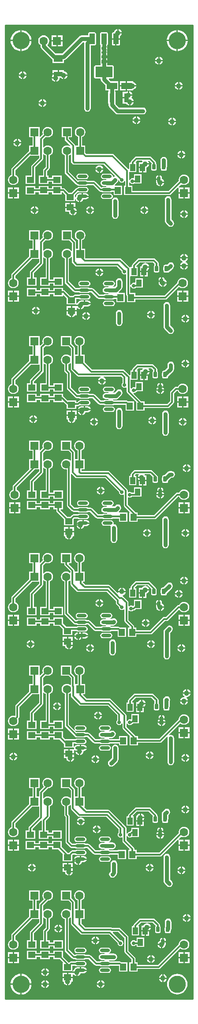
<source format=gtl>
G04 Layer_Physical_Order=1*
G04 Layer_Color=255*
%FSLAX25Y25*%
%MOIN*%
G70*
G01*
G75*
G04:AMPARAMS|DCode=10|XSize=23.62mil|YSize=39.37mil|CornerRadius=2.01mil|HoleSize=0mil|Usage=FLASHONLY|Rotation=0.000|XOffset=0mil|YOffset=0mil|HoleType=Round|Shape=RoundedRectangle|*
%AMROUNDEDRECTD10*
21,1,0.02362,0.03535,0,0,0.0*
21,1,0.01961,0.03937,0,0,0.0*
1,1,0.00402,0.00980,-0.01768*
1,1,0.00402,-0.00980,-0.01768*
1,1,0.00402,-0.00980,0.01768*
1,1,0.00402,0.00980,0.01768*
%
%ADD10ROUNDEDRECTD10*%
%ADD11R,0.03937X0.05512*%
%ADD12R,0.04724X0.05709*%
%ADD13R,0.05709X0.04724*%
%ADD14O,0.07480X0.02362*%
%ADD15R,0.07874X0.04724*%
G04:AMPARAMS|DCode=16|XSize=39.37mil|YSize=80.71mil|CornerRadius=1.97mil|HoleSize=0mil|Usage=FLASHONLY|Rotation=0.000|XOffset=0mil|YOffset=0mil|HoleType=Round|Shape=RoundedRectangle|*
%AMROUNDEDRECTD16*
21,1,0.03937,0.07677,0,0,0.0*
21,1,0.03543,0.08071,0,0,0.0*
1,1,0.00394,0.01772,-0.03839*
1,1,0.00394,-0.01772,-0.03839*
1,1,0.00394,-0.01772,0.03839*
1,1,0.00394,0.01772,0.03839*
%
%ADD16ROUNDEDRECTD16*%
G04:AMPARAMS|DCode=17|XSize=127.95mil|YSize=80.71mil|CornerRadius=2.02mil|HoleSize=0mil|Usage=FLASHONLY|Rotation=0.000|XOffset=0mil|YOffset=0mil|HoleType=Round|Shape=RoundedRectangle|*
%AMROUNDEDRECTD17*
21,1,0.12795,0.07667,0,0,0.0*
21,1,0.12392,0.08071,0,0,0.0*
1,1,0.00404,0.06196,-0.03834*
1,1,0.00404,-0.06196,-0.03834*
1,1,0.00404,-0.06196,0.03834*
1,1,0.00404,0.06196,0.03834*
%
%ADD17ROUNDEDRECTD17*%
%ADD18R,0.03740X0.06693*%
%ADD19R,0.06693X0.03740*%
%ADD20C,0.01400*%
%ADD21C,0.03000*%
%ADD22C,0.01000*%
%ADD23C,0.00800*%
%ADD24C,0.13000*%
%ADD25C,0.06299*%
%ADD26R,0.06299X0.06299*%
%ADD27R,0.06299X0.06299*%
%ADD28C,0.03937*%
%ADD29C,0.02756*%
G36*
X141732Y-736221D02*
X0D01*
Y0D01*
X141732D01*
Y-736221D01*
D02*
G37*
%LPC*%
G36*
X41928Y-515500D02*
X39500D01*
Y-517928D01*
X39775Y-517892D01*
X40497Y-517593D01*
X41117Y-517117D01*
X41593Y-516497D01*
X41892Y-515775D01*
X41928Y-515500D01*
D02*
G37*
G36*
X38500D02*
X36072D01*
X36108Y-515775D01*
X36407Y-516497D01*
X36883Y-517117D01*
X37503Y-517593D01*
X38225Y-517892D01*
X38500Y-517928D01*
Y-515500D01*
D02*
G37*
G36*
X111000Y-505471D02*
X98000D01*
X97415Y-505587D01*
X96919Y-505919D01*
X93178Y-509659D01*
X92847Y-510155D01*
X92730Y-510740D01*
Y-512113D01*
X91491D01*
Y-519225D01*
X97028D01*
Y-512113D01*
X95789D01*
Y-511374D01*
X98633Y-508529D01*
X110366D01*
X112731Y-510893D01*
Y-512671D01*
X112558Y-512786D01*
X112337Y-513117D01*
X112259Y-513508D01*
Y-517043D01*
X112337Y-517434D01*
X112558Y-517765D01*
X112889Y-517986D01*
X113279Y-518064D01*
X115240D01*
X115631Y-517986D01*
X115962Y-517765D01*
X116183Y-517434D01*
X116261Y-517043D01*
Y-513508D01*
X116183Y-513117D01*
X115962Y-512786D01*
X115789Y-512671D01*
Y-510260D01*
X115673Y-509675D01*
X115341Y-509178D01*
X112081Y-505919D01*
X111585Y-505587D01*
X111000Y-505471D01*
D02*
G37*
G36*
X102500Y-510072D02*
X102225Y-510108D01*
X101503Y-510407D01*
X100883Y-510883D01*
X100407Y-511503D01*
X100237Y-511913D01*
X98772D01*
Y-515169D01*
X105049D01*
X105117Y-515117D01*
X105593Y-514497D01*
X105892Y-513775D01*
X105928Y-513500D01*
X103000D01*
Y-513000D01*
X102500D01*
Y-510072D01*
D02*
G37*
G36*
X134500Y-511500D02*
X132072D01*
X132108Y-511775D01*
X132407Y-512497D01*
X132883Y-513117D01*
X133503Y-513593D01*
X134225Y-513892D01*
X134500Y-513928D01*
Y-511500D01*
D02*
G37*
G36*
X39500Y-512072D02*
Y-514500D01*
X41928D01*
X41892Y-514225D01*
X41593Y-513503D01*
X41117Y-512883D01*
X40497Y-512407D01*
X39775Y-512108D01*
X39500Y-512072D01*
D02*
G37*
G36*
X38500D02*
X38225Y-512108D01*
X37503Y-512407D01*
X36883Y-512883D01*
X36407Y-513503D01*
X36108Y-514225D01*
X36072Y-514500D01*
X38500D01*
Y-512072D01*
D02*
G37*
G36*
X122000Y-507451D02*
X121025Y-507645D01*
X120198Y-508198D01*
X119938Y-508457D01*
X119385Y-509284D01*
X119191Y-510260D01*
Y-515276D01*
X119385Y-516251D01*
X119536Y-516476D01*
Y-517043D01*
X119629Y-517512D01*
X119894Y-517909D01*
X120291Y-518174D01*
X120760Y-518268D01*
X122721D01*
X123189Y-518174D01*
X123586Y-517909D01*
X123852Y-517512D01*
X123945Y-517043D01*
Y-516476D01*
X124095Y-516251D01*
X124289Y-515276D01*
Y-511074D01*
X124355Y-510976D01*
X124549Y-510000D01*
X124355Y-509024D01*
X123802Y-508198D01*
X122976Y-507645D01*
X122000Y-507451D01*
D02*
G37*
G36*
X118980Y-521732D02*
X118500D01*
Y-524224D01*
X120205D01*
Y-522957D01*
X120111Y-522488D01*
X119846Y-522091D01*
X119449Y-521826D01*
X118980Y-521732D01*
D02*
G37*
G36*
X117500D02*
X117020D01*
X116551Y-521826D01*
X116154Y-522091D01*
X115889Y-522488D01*
X115795Y-522957D01*
Y-524224D01*
X117500D01*
Y-521732D01*
D02*
G37*
G36*
X72928Y-522500D02*
X70500D01*
Y-524928D01*
X70775Y-524892D01*
X71497Y-524593D01*
X72117Y-524117D01*
X72593Y-523497D01*
X72892Y-522775D01*
X72928Y-522500D01*
D02*
G37*
G36*
X69500Y-519072D02*
X69225Y-519108D01*
X68503Y-519407D01*
X67883Y-519883D01*
X67407Y-520503D01*
X67108Y-521225D01*
X67072Y-521500D01*
X69500D01*
Y-519072D01*
D02*
G37*
G36*
X104709Y-516169D02*
X102240D01*
Y-519425D01*
X104709D01*
Y-516169D01*
D02*
G37*
G36*
X101240D02*
X98772D01*
Y-519425D01*
X101240D01*
Y-516169D01*
D02*
G37*
G36*
X70500Y-519072D02*
Y-521500D01*
X72928D01*
X72892Y-521225D01*
X72593Y-520503D01*
X72117Y-519883D01*
X71497Y-519407D01*
X70775Y-519108D01*
X70500Y-519072D01*
D02*
G37*
G36*
X66928Y-471500D02*
X64500D01*
Y-473928D01*
X64775Y-473892D01*
X65497Y-473593D01*
X66117Y-473117D01*
X66593Y-472497D01*
X66892Y-471775D01*
X66928Y-471500D01*
D02*
G37*
G36*
X63500D02*
X61072D01*
X61108Y-471775D01*
X61407Y-472497D01*
X61883Y-473117D01*
X62503Y-473593D01*
X63225Y-473892D01*
X63500Y-473928D01*
Y-471500D01*
D02*
G37*
G36*
X81000Y-464451D02*
X80024Y-464645D01*
X79198Y-465198D01*
X78645Y-466024D01*
X78451Y-467000D01*
Y-474000D01*
X78645Y-474975D01*
X79198Y-475802D01*
X80024Y-476355D01*
X81000Y-476549D01*
X81976Y-476355D01*
X82802Y-475802D01*
X83355Y-474975D01*
X83549Y-474000D01*
Y-467000D01*
X83355Y-466024D01*
X82802Y-465198D01*
X81976Y-464645D01*
X81000Y-464451D01*
D02*
G37*
G36*
X132500Y-471500D02*
X130072D01*
X130108Y-471775D01*
X130407Y-472497D01*
X130883Y-473117D01*
X131503Y-473593D01*
X132225Y-473892D01*
X132500Y-473928D01*
Y-471500D01*
D02*
G37*
G36*
X50928Y-469500D02*
X48500D01*
Y-471928D01*
X48775Y-471892D01*
X49497Y-471593D01*
X50117Y-471117D01*
X50593Y-470497D01*
X50892Y-469775D01*
X50928Y-469500D01*
D02*
G37*
G36*
X50854Y-466500D02*
X47000D01*
X43146D01*
Y-469362D01*
X45054D01*
X45108Y-469775D01*
X45407Y-470497D01*
X45883Y-471117D01*
X46503Y-471593D01*
X47225Y-471892D01*
X47500Y-471928D01*
Y-469000D01*
X48000D01*
Y-468500D01*
X50928D01*
X50892Y-468225D01*
X50854Y-468134D01*
Y-466500D01*
D02*
G37*
G36*
X135928Y-471500D02*
X133500D01*
Y-473928D01*
X133775Y-473892D01*
X134497Y-473593D01*
X135117Y-473117D01*
X135593Y-472497D01*
X135892Y-471775D01*
X135928Y-471500D01*
D02*
G37*
G36*
X124000Y-453951D02*
X123024Y-454145D01*
X122198Y-454698D01*
X120198Y-456698D01*
X119645Y-457524D01*
X119451Y-458500D01*
Y-477000D01*
X119645Y-477976D01*
X120198Y-478802D01*
X121025Y-479355D01*
X122000Y-479549D01*
X122976Y-479355D01*
X123802Y-478802D01*
X124355Y-477976D01*
X124549Y-477000D01*
Y-459556D01*
X125802Y-458302D01*
X126355Y-457476D01*
X126549Y-456500D01*
X126355Y-455524D01*
X125802Y-454698D01*
X124976Y-454145D01*
X124000Y-453951D01*
D02*
G37*
G36*
X139928Y-505500D02*
X134072D01*
X134108Y-505775D01*
X134407Y-506497D01*
X134883Y-507117D01*
X135100Y-507284D01*
X135186Y-507967D01*
X135141Y-508024D01*
X135000Y-508006D01*
X134225Y-508108D01*
X133503Y-508407D01*
X132883Y-508883D01*
X132407Y-509503D01*
X132108Y-510225D01*
X132072Y-510500D01*
X137928D01*
X137892Y-510225D01*
X137593Y-509503D01*
X137117Y-508883D01*
X136900Y-508716D01*
X136814Y-508034D01*
X136859Y-507976D01*
X137000Y-507994D01*
X137775Y-507892D01*
X138497Y-507593D01*
X139117Y-507117D01*
X139593Y-506497D01*
X139892Y-505775D01*
X139928Y-505500D01*
D02*
G37*
G36*
X103500Y-510072D02*
Y-512500D01*
X105928D01*
X105892Y-512225D01*
X105593Y-511503D01*
X105117Y-510883D01*
X104497Y-510407D01*
X103775Y-510108D01*
X103500Y-510072D01*
D02*
G37*
G36*
X137928Y-511500D02*
X135500D01*
Y-513928D01*
X135775Y-513892D01*
X136497Y-513593D01*
X137117Y-513117D01*
X137593Y-512497D01*
X137892Y-511775D01*
X137928Y-511500D01*
D02*
G37*
G36*
X136500Y-502072D02*
X136225Y-502108D01*
X135503Y-502407D01*
X134883Y-502883D01*
X134407Y-503503D01*
X134108Y-504225D01*
X134072Y-504500D01*
X136500D01*
Y-502072D01*
D02*
G37*
G36*
X32000Y-484016D02*
X30969Y-484152D01*
X30008Y-484550D01*
X29183Y-485183D01*
X28550Y-486008D01*
X28152Y-486969D01*
X28016Y-488000D01*
X28152Y-489031D01*
X28344Y-489494D01*
X26412Y-491426D01*
X25950Y-491234D01*
Y-484050D01*
X18050D01*
Y-491950D01*
X20471D01*
Y-498050D01*
X18050D01*
Y-503787D01*
X7919Y-513919D01*
X7587Y-514415D01*
X7471Y-515000D01*
Y-521884D01*
X7158Y-522093D01*
X6971Y-522144D01*
X6000Y-522016D01*
X4969Y-522152D01*
X4008Y-522550D01*
X3183Y-523183D01*
X2550Y-524008D01*
X2152Y-524969D01*
X2016Y-526000D01*
X2152Y-527031D01*
X2550Y-527992D01*
X3183Y-528817D01*
X4008Y-529450D01*
X4969Y-529848D01*
X6000Y-529984D01*
X7031Y-529848D01*
X7992Y-529450D01*
X8817Y-528817D01*
X9450Y-527992D01*
X9848Y-527031D01*
X9984Y-526000D01*
X9848Y-524969D01*
X9656Y-524507D01*
X10081Y-524081D01*
X10413Y-523585D01*
X10529Y-523000D01*
Y-515633D01*
X20213Y-505950D01*
X25471D01*
Y-512366D01*
X18919Y-518919D01*
X18587Y-519415D01*
X18471Y-520000D01*
Y-525901D01*
X16346D01*
Y-532225D01*
X23654D01*
Y-525901D01*
X21529D01*
Y-520634D01*
X28081Y-514081D01*
X28413Y-513585D01*
X28529Y-513000D01*
Y-504786D01*
X29029Y-504617D01*
X29183Y-504817D01*
X30008Y-505450D01*
X30471Y-505642D01*
Y-525901D01*
X26346D01*
Y-532225D01*
X33654D01*
Y-530592D01*
X36346D01*
Y-532225D01*
X43654D01*
Y-525901D01*
X36346D01*
Y-527534D01*
X33654D01*
Y-525901D01*
X33529D01*
Y-505642D01*
X33992Y-505450D01*
X34817Y-504817D01*
X35450Y-503992D01*
X35848Y-503031D01*
X35984Y-502000D01*
X35848Y-500969D01*
X35450Y-500008D01*
X34817Y-499183D01*
X33992Y-498550D01*
X33031Y-498152D01*
X32000Y-498016D01*
X30969Y-498152D01*
X30008Y-498550D01*
X29183Y-499183D01*
X29029Y-499383D01*
X28529Y-499214D01*
Y-493634D01*
X30507Y-491656D01*
X30969Y-491848D01*
X32000Y-491984D01*
X33031Y-491848D01*
X33992Y-491450D01*
X34817Y-490817D01*
X35450Y-489992D01*
X35848Y-489031D01*
X35984Y-488000D01*
X35848Y-486969D01*
X35450Y-486008D01*
X34817Y-485183D01*
X33992Y-484550D01*
X33031Y-484152D01*
X32000Y-484016D01*
D02*
G37*
G36*
X56000D02*
X54969Y-484152D01*
X54008Y-484550D01*
X53183Y-485183D01*
X52550Y-486008D01*
X52152Y-486969D01*
X52016Y-488000D01*
X52152Y-489031D01*
X52550Y-489992D01*
X53183Y-490817D01*
X54008Y-491450D01*
X54471Y-491642D01*
Y-498050D01*
X52529D01*
Y-493000D01*
X52413Y-492415D01*
X52081Y-491919D01*
X49950Y-489787D01*
Y-484050D01*
X42050D01*
Y-491950D01*
X47787D01*
X49471Y-493634D01*
Y-498689D01*
X48971Y-498936D01*
X48468Y-498550D01*
X47507Y-498152D01*
X46476Y-498016D01*
X45445Y-498152D01*
X44484Y-498550D01*
X43659Y-499183D01*
X43026Y-500008D01*
X42628Y-500969D01*
X42493Y-502000D01*
X42628Y-503031D01*
X43026Y-503992D01*
X43659Y-504817D01*
X44484Y-505450D01*
X44947Y-505642D01*
Y-529476D01*
X45063Y-530062D01*
X45395Y-530558D01*
X52419Y-537581D01*
X52618Y-537715D01*
X52761Y-537928D01*
X53416Y-538366D01*
X54189Y-538520D01*
X59307D01*
X60080Y-538366D01*
X60584Y-538029D01*
X61866D01*
X66419Y-542581D01*
X66915Y-542913D01*
X67500Y-543029D01*
X71416D01*
X71920Y-543366D01*
X72693Y-543520D01*
X77811D01*
X78584Y-543366D01*
X79088Y-543029D01*
X85901D01*
Y-544654D01*
X92225D01*
Y-537346D01*
X85901D01*
Y-539971D01*
X79088D01*
X78584Y-539634D01*
X78157Y-539549D01*
X78207Y-539049D01*
X80374D01*
X81349Y-538855D01*
X82176Y-538302D01*
X82739Y-537739D01*
X83292Y-536912D01*
X83486Y-535937D01*
X83292Y-534962D01*
X82739Y-534135D01*
X81912Y-533582D01*
X80937Y-533388D01*
X79962Y-533582D01*
X79409Y-533951D01*
X78207D01*
X78157Y-533451D01*
X78584Y-533366D01*
X79239Y-532928D01*
X79677Y-532273D01*
X79831Y-531500D01*
X79677Y-530727D01*
X79239Y-530072D01*
X78584Y-529634D01*
X77811Y-529480D01*
X72693D01*
X71920Y-529634D01*
X71265Y-530072D01*
X70827Y-530727D01*
X70673Y-531500D01*
X70827Y-532273D01*
X71265Y-532928D01*
X71920Y-533366D01*
X72693Y-533520D01*
X74856D01*
X74906Y-534020D01*
X74277Y-534145D01*
X74080Y-534276D01*
X72693D01*
X71842Y-534445D01*
X71120Y-534928D01*
X70638Y-535649D01*
X70469Y-536500D01*
X70638Y-537351D01*
X71120Y-538072D01*
X71842Y-538555D01*
X72693Y-538724D01*
X74080D01*
X74277Y-538855D01*
X74906Y-538980D01*
X74856Y-539480D01*
X72693D01*
X71920Y-539634D01*
X71416Y-539971D01*
X68133D01*
X63581Y-535419D01*
X63085Y-535087D01*
X62500Y-534971D01*
X60584D01*
X60080Y-534634D01*
X59307Y-534480D01*
X54189D01*
X53734Y-534571D01*
X52555Y-533392D01*
X52874Y-533004D01*
X53046Y-533119D01*
X53416Y-533366D01*
X54189Y-533520D01*
X59307D01*
X60080Y-533366D01*
X60735Y-532928D01*
X61173Y-532273D01*
X61327Y-531500D01*
X61173Y-530727D01*
X60735Y-530072D01*
X60080Y-529634D01*
X59307Y-529480D01*
X54189D01*
X53416Y-529634D01*
X52761Y-530072D01*
X52323Y-530727D01*
X52169Y-531500D01*
X52323Y-532273D01*
X52570Y-532643D01*
X52685Y-532815D01*
X52297Y-533134D01*
X48006Y-528843D01*
Y-505642D01*
X48468Y-505450D01*
X49097Y-504968D01*
X49597Y-505214D01*
Y-507126D01*
X49713Y-507711D01*
X50045Y-508207D01*
X55919Y-514081D01*
X56415Y-514413D01*
X57000Y-514529D01*
X77367D01*
X84471Y-521633D01*
Y-525402D01*
X84430Y-525430D01*
X83948Y-526150D01*
X83779Y-527000D01*
X83948Y-527850D01*
X84430Y-528570D01*
X85150Y-529052D01*
X86000Y-529221D01*
X86850Y-529052D01*
X87570Y-528570D01*
X87971Y-527971D01*
X88471Y-528111D01*
Y-531063D01*
X88587Y-531648D01*
X88919Y-532144D01*
X93647Y-536873D01*
X93775Y-537346D01*
X93775D01*
X93775Y-537346D01*
Y-544654D01*
X100099D01*
Y-542529D01*
X117000D01*
X117585Y-542413D01*
X118081Y-542081D01*
X122277Y-537886D01*
X122425Y-537955D01*
X122690Y-538180D01*
X122514Y-539063D01*
Y-557000D01*
X122708Y-557975D01*
X123261Y-558802D01*
X124088Y-559355D01*
X125063Y-559549D01*
X126038Y-559355D01*
X126865Y-558802D01*
X127418Y-557975D01*
X127612Y-557000D01*
Y-539063D01*
X127418Y-538088D01*
X126865Y-537261D01*
X126038Y-536708D01*
X125063Y-536514D01*
X124180Y-536690D01*
X123955Y-536425D01*
X123886Y-536277D01*
X132275Y-527888D01*
X133008Y-528450D01*
X133969Y-528848D01*
X135000Y-528984D01*
X136031Y-528848D01*
X136992Y-528450D01*
X137817Y-527817D01*
X138450Y-526992D01*
X138848Y-526031D01*
X138984Y-525000D01*
X138848Y-523969D01*
X138450Y-523008D01*
X137817Y-522183D01*
X136992Y-521550D01*
X136031Y-521152D01*
X135000Y-521016D01*
X133969Y-521152D01*
X133008Y-521550D01*
X132183Y-522183D01*
X131550Y-523008D01*
X131152Y-523969D01*
X131044Y-524794D01*
X116367Y-539471D01*
X100099D01*
Y-537346D01*
X98304D01*
X98018Y-536919D01*
X91529Y-530430D01*
Y-528111D01*
X92029Y-527971D01*
X92430Y-528570D01*
X93150Y-529052D01*
X94000Y-529221D01*
X94850Y-529052D01*
X95570Y-528570D01*
X95638Y-528468D01*
X95916Y-528413D01*
X96412Y-528081D01*
X96607Y-527887D01*
X100768D01*
Y-520775D01*
X95231D01*
Y-524602D01*
X95102Y-524720D01*
X94731Y-524925D01*
X94000Y-524779D01*
X93150Y-524948D01*
X92430Y-525430D01*
X92029Y-526029D01*
X91529Y-525889D01*
Y-521937D01*
X91413Y-521352D01*
X91081Y-520856D01*
X89379Y-519153D01*
X89281Y-519007D01*
X79993Y-509719D01*
X79497Y-509387D01*
X78911Y-509271D01*
X61434D01*
X58574Y-506412D01*
X58766Y-505950D01*
X60426D01*
Y-498050D01*
X57529D01*
Y-491642D01*
X57992Y-491450D01*
X58817Y-490817D01*
X59450Y-489992D01*
X59848Y-489031D01*
X59984Y-488000D01*
X59848Y-486969D01*
X59450Y-486008D01*
X58817Y-485183D01*
X57992Y-484550D01*
X57031Y-484152D01*
X56000Y-484016D01*
D02*
G37*
G36*
X137500Y-502072D02*
Y-504500D01*
X139928D01*
X139892Y-504225D01*
X139593Y-503503D01*
X139117Y-502883D01*
X138497Y-502407D01*
X137775Y-502108D01*
X137500Y-502072D01*
D02*
G37*
G36*
X69500Y-522500D02*
X67072D01*
X67108Y-522775D01*
X67407Y-523497D01*
X67883Y-524117D01*
X68503Y-524593D01*
X69225Y-524892D01*
X69500Y-524928D01*
Y-522500D01*
D02*
G37*
G36*
X5500Y-550072D02*
X5225Y-550108D01*
X4503Y-550407D01*
X3883Y-550883D01*
X3407Y-551503D01*
X3108Y-552225D01*
X3072Y-552500D01*
X5500D01*
Y-550072D01*
D02*
G37*
G36*
X136500Y-551072D02*
Y-553500D01*
X138928D01*
X138892Y-553225D01*
X138593Y-552503D01*
X138117Y-551883D01*
X137497Y-551407D01*
X136775Y-551108D01*
X136500Y-551072D01*
D02*
G37*
G36*
X135500D02*
X135225Y-551108D01*
X134503Y-551407D01*
X133883Y-551883D01*
X133407Y-552503D01*
X133108Y-553225D01*
X133072Y-553500D01*
X135500D01*
Y-551072D01*
D02*
G37*
G36*
X6500Y-550072D02*
Y-552500D01*
X8928D01*
X8892Y-552225D01*
X8593Y-551503D01*
X8117Y-550883D01*
X7497Y-550407D01*
X6775Y-550108D01*
X6500Y-550072D01*
D02*
G37*
G36*
X109500Y-549072D02*
Y-551500D01*
X111928D01*
X111892Y-551225D01*
X111593Y-550503D01*
X111117Y-549883D01*
X110497Y-549407D01*
X109775Y-549108D01*
X109500Y-549072D01*
D02*
G37*
G36*
X108500D02*
X108225Y-549108D01*
X107503Y-549407D01*
X106883Y-549883D01*
X106407Y-550503D01*
X106108Y-551225D01*
X106072Y-551500D01*
X108500D01*
Y-549072D01*
D02*
G37*
G36*
X55500Y-549500D02*
X53072D01*
X53108Y-549775D01*
X53407Y-550497D01*
X53883Y-551117D01*
X54503Y-551593D01*
X55225Y-551892D01*
X55500Y-551928D01*
Y-549500D01*
D02*
G37*
G36*
X68500Y-552072D02*
Y-554500D01*
X70928D01*
X70892Y-554225D01*
X70593Y-553503D01*
X70117Y-552883D01*
X69497Y-552407D01*
X68775Y-552108D01*
X68500Y-552072D01*
D02*
G37*
G36*
X5500Y-553500D02*
X3072D01*
X3108Y-553775D01*
X3407Y-554497D01*
X3883Y-555117D01*
X4503Y-555593D01*
X5225Y-555892D01*
X5500Y-555928D01*
Y-553500D01*
D02*
G37*
G36*
X138928Y-554500D02*
X136500D01*
Y-556928D01*
X136775Y-556892D01*
X137497Y-556593D01*
X138117Y-556117D01*
X138593Y-555497D01*
X138892Y-554775D01*
X138928Y-554500D01*
D02*
G37*
G36*
X135500D02*
X133072D01*
X133108Y-554775D01*
X133407Y-555497D01*
X133883Y-556117D01*
X134503Y-556593D01*
X135225Y-556892D01*
X135500Y-556928D01*
Y-554500D01*
D02*
G37*
G36*
X8928Y-553500D02*
X6500D01*
Y-555928D01*
X6775Y-555892D01*
X7497Y-555593D01*
X8117Y-555117D01*
X8593Y-554497D01*
X8892Y-553775D01*
X8928Y-553500D01*
D02*
G37*
G36*
X67500Y-552072D02*
X67225Y-552108D01*
X66503Y-552407D01*
X65883Y-552883D01*
X65407Y-553503D01*
X65108Y-554225D01*
X65072Y-554500D01*
X67500D01*
Y-552072D01*
D02*
G37*
G36*
X111928Y-552500D02*
X109500D01*
Y-554928D01*
X109775Y-554892D01*
X110497Y-554593D01*
X111117Y-554117D01*
X111593Y-553497D01*
X111892Y-552775D01*
X111928Y-552500D01*
D02*
G37*
G36*
X108500D02*
X106072D01*
X106108Y-552775D01*
X106407Y-553497D01*
X106883Y-554117D01*
X107503Y-554593D01*
X108225Y-554892D01*
X108500Y-554928D01*
Y-552500D01*
D02*
G37*
G36*
X134500Y-530850D02*
X130850D01*
Y-534500D01*
X134500D01*
Y-530850D01*
D02*
G37*
G36*
X43654Y-533775D02*
X36346D01*
Y-535408D01*
X33654D01*
Y-533775D01*
X26346D01*
Y-535408D01*
X23654D01*
Y-533775D01*
X16346D01*
Y-540099D01*
X23654D01*
Y-538466D01*
X26346D01*
Y-540099D01*
X33654D01*
Y-538466D01*
X36346D01*
Y-540099D01*
X40999D01*
X44346Y-543446D01*
Y-546225D01*
X51510D01*
X51827Y-546417D01*
X51983Y-546589D01*
X52023Y-546790D01*
X52024Y-547258D01*
X52024Y-547258D01*
X52024D01*
X51748Y-547554D01*
X51708Y-547575D01*
X51461Y-547575D01*
X48500D01*
Y-550437D01*
X51854D01*
Y-548025D01*
X51854Y-547832D01*
X52298Y-547697D01*
X52298D01*
X52298D01*
X52607Y-548059D01*
X52617Y-548072D01*
X53087Y-548387D01*
X53072Y-548500D01*
X56000D01*
Y-549000D01*
X56500D01*
Y-551928D01*
X56775Y-551892D01*
X57497Y-551593D01*
X58117Y-551117D01*
X58593Y-550497D01*
X58892Y-549775D01*
X58994Y-549000D01*
X59236Y-548724D01*
X59307D01*
X60158Y-548555D01*
X60880Y-548072D01*
X61362Y-547351D01*
X61431Y-547000D01*
X56748D01*
Y-546500D01*
X56248D01*
Y-544276D01*
X54189D01*
X53338Y-544445D01*
X52617Y-544928D01*
X52154Y-545619D01*
X52118Y-545625D01*
X51654Y-545370D01*
Y-543029D01*
X52912D01*
X53416Y-543366D01*
X54189Y-543520D01*
X59307D01*
X60080Y-543366D01*
X60735Y-542928D01*
X61173Y-542273D01*
X61327Y-541500D01*
X61173Y-540727D01*
X60735Y-540072D01*
X60080Y-539634D01*
X59307Y-539480D01*
X54189D01*
X53416Y-539634D01*
X52912Y-539971D01*
X51654D01*
Y-539901D01*
X45127D01*
X43654Y-538428D01*
Y-533775D01*
D02*
G37*
G36*
X10150Y-531850D02*
X6500D01*
Y-535500D01*
X10150D01*
Y-531850D01*
D02*
G37*
G36*
X139150Y-530850D02*
X135500D01*
Y-534500D01*
X139150D01*
Y-530850D01*
D02*
G37*
G36*
X120379Y-525224D02*
X115621D01*
X115407Y-525503D01*
X115108Y-526225D01*
X115072Y-526500D01*
X120928D01*
X120892Y-526225D01*
X120593Y-525503D01*
X120379Y-525224D01*
D02*
G37*
G36*
X120928Y-527500D02*
X118500D01*
Y-529928D01*
X118775Y-529892D01*
X119497Y-529593D01*
X120117Y-529117D01*
X120593Y-528497D01*
X120892Y-527775D01*
X120928Y-527500D01*
D02*
G37*
G36*
X117500D02*
X115072D01*
X115108Y-527775D01*
X115407Y-528497D01*
X115883Y-529117D01*
X116503Y-529593D01*
X117225Y-529892D01*
X117500Y-529928D01*
Y-527500D01*
D02*
G37*
G36*
X5500Y-531850D02*
X1850D01*
Y-535500D01*
X5500D01*
Y-531850D01*
D02*
G37*
G36*
X59307Y-544276D02*
X57248D01*
Y-546000D01*
X61431D01*
X61362Y-545649D01*
X60880Y-544928D01*
X60158Y-544445D01*
X59307Y-544276D01*
D02*
G37*
G36*
X77811Y-544480D02*
X72693D01*
X71920Y-544634D01*
X71265Y-545072D01*
X70827Y-545727D01*
X70673Y-546500D01*
X70827Y-547273D01*
X71265Y-547928D01*
X71920Y-548366D01*
X72693Y-548520D01*
X77811D01*
X78584Y-548366D01*
X79239Y-547928D01*
X79677Y-547273D01*
X79831Y-546500D01*
X79677Y-545727D01*
X79239Y-545072D01*
X78584Y-544634D01*
X77811Y-544480D01*
D02*
G37*
G36*
X47500Y-547575D02*
X44146D01*
Y-550437D01*
X47500D01*
Y-547575D01*
D02*
G37*
G36*
X5500Y-536500D02*
X1850D01*
Y-540150D01*
X5500D01*
Y-536500D01*
D02*
G37*
G36*
X139150Y-535500D02*
X135500D01*
Y-539150D01*
X139150D01*
Y-535500D01*
D02*
G37*
G36*
X134500D02*
X130850D01*
Y-539150D01*
X134500D01*
Y-535500D01*
D02*
G37*
G36*
X10150Y-536500D02*
X6500D01*
Y-540150D01*
X10150D01*
Y-536500D01*
D02*
G37*
G36*
X103240Y-429839D02*
X100772D01*
Y-433095D01*
X103240D01*
Y-429839D01*
D02*
G37*
G36*
X71500Y-434072D02*
Y-436500D01*
X73928D01*
X73892Y-436225D01*
X73593Y-435503D01*
X73117Y-434883D01*
X72497Y-434407D01*
X71775Y-434108D01*
X71500Y-434072D01*
D02*
G37*
G36*
X70500D02*
X70225Y-434108D01*
X69503Y-434407D01*
X68883Y-434883D01*
X68407Y-435503D01*
X68108Y-436225D01*
X68072Y-436500D01*
X70500D01*
Y-434072D01*
D02*
G37*
G36*
X130500Y-430500D02*
X128072D01*
X128108Y-430775D01*
X128407Y-431497D01*
X128883Y-432117D01*
X129503Y-432593D01*
X130225Y-432892D01*
X130500Y-432928D01*
Y-430500D01*
D02*
G37*
G36*
X108260Y-420471D02*
X99000D01*
X98415Y-420587D01*
X97919Y-420919D01*
X95178Y-423659D01*
X94847Y-424155D01*
X94731Y-424740D01*
Y-425783D01*
X93491D01*
Y-432895D01*
X99028D01*
Y-425783D01*
X98009D01*
X97880Y-425283D01*
X99634Y-423529D01*
X105529D01*
X105562Y-424029D01*
X105437Y-424046D01*
X104965Y-424108D01*
X104243Y-424407D01*
X103623Y-424883D01*
X103147Y-425503D01*
X103114Y-425583D01*
X100772D01*
Y-428839D01*
X103740D01*
Y-429339D01*
X104240D01*
Y-433095D01*
X106709D01*
Y-429812D01*
X107237Y-429593D01*
X107857Y-429117D01*
X108333Y-428497D01*
X108632Y-427775D01*
X108668Y-427500D01*
X105740D01*
Y-426500D01*
X108668D01*
X108632Y-426225D01*
X108333Y-425503D01*
X107857Y-424883D01*
X107237Y-424407D01*
X106515Y-424108D01*
X106044Y-424046D01*
X105919Y-424029D01*
X105951Y-423529D01*
X107626D01*
X110317Y-426220D01*
X110259Y-426508D01*
Y-430043D01*
X110337Y-430434D01*
X110558Y-430765D01*
X110889Y-430986D01*
X111279Y-431064D01*
X113240D01*
X113631Y-430986D01*
X113962Y-430765D01*
X114183Y-430434D01*
X114261Y-430043D01*
Y-426508D01*
X114183Y-426117D01*
X113962Y-425786D01*
X113714Y-425621D01*
X113673Y-425415D01*
X113341Y-424919D01*
X109341Y-420919D01*
X108845Y-420587D01*
X108260Y-420471D01*
D02*
G37*
G36*
X124000Y-421451D02*
X123024Y-421645D01*
X122198Y-422198D01*
X122166Y-422245D01*
X119127Y-425284D01*
X118760D01*
X118291Y-425377D01*
X117894Y-425642D01*
X117629Y-426039D01*
X117535Y-426508D01*
Y-427075D01*
X117385Y-427300D01*
X117191Y-428276D01*
X117385Y-429251D01*
X117535Y-429476D01*
Y-430043D01*
X117629Y-430512D01*
X117894Y-430909D01*
X118291Y-431174D01*
X118760Y-431268D01*
X120721D01*
X121189Y-431174D01*
X121586Y-430909D01*
X121852Y-430512D01*
X121945Y-430043D01*
Y-429676D01*
X125802Y-425818D01*
X126355Y-424991D01*
X126549Y-424016D01*
Y-424000D01*
X126355Y-423025D01*
X125802Y-422198D01*
X124976Y-421645D01*
X124000Y-421451D01*
D02*
G37*
G36*
X133928Y-430500D02*
X131500D01*
Y-432928D01*
X131775Y-432892D01*
X132497Y-432593D01*
X133117Y-432117D01*
X133593Y-431497D01*
X133892Y-430775D01*
X133928Y-430500D01*
D02*
G37*
G36*
X115500Y-434732D02*
X115020D01*
X114551Y-434826D01*
X114154Y-435091D01*
X113889Y-435488D01*
X113795Y-435957D01*
Y-437224D01*
X115500D01*
Y-434732D01*
D02*
G37*
G36*
X60307Y-444480D02*
X55189D01*
X54416Y-444634D01*
X53761Y-445072D01*
X53323Y-445727D01*
X53169Y-446500D01*
X53323Y-447273D01*
X53761Y-447928D01*
X54416Y-448366D01*
X55189Y-448520D01*
X60307D01*
X61080Y-448366D01*
X61735Y-447928D01*
X62173Y-447273D01*
X62327Y-446500D01*
X62173Y-445727D01*
X61735Y-445072D01*
X61080Y-444634D01*
X60307Y-444480D01*
D02*
G37*
G36*
X139150Y-445850D02*
X135500D01*
Y-449500D01*
X139150D01*
Y-445850D01*
D02*
G37*
G36*
X10150D02*
X6500D01*
Y-449500D01*
X10150D01*
Y-445850D01*
D02*
G37*
G36*
X116980Y-434732D02*
X116500D01*
Y-437724D01*
X116000D01*
Y-438224D01*
X113795D01*
Y-439492D01*
X113889Y-439961D01*
X114028Y-440170D01*
X114108Y-440775D01*
X114407Y-441497D01*
X114883Y-442117D01*
X115503Y-442593D01*
X116225Y-442892D01*
X116500Y-442928D01*
Y-440000D01*
X117000D01*
Y-439500D01*
X119928D01*
X119892Y-439225D01*
X119593Y-438503D01*
X119117Y-437883D01*
X118497Y-437407D01*
X118205Y-437286D01*
Y-435957D01*
X118111Y-435488D01*
X117846Y-435091D01*
X117449Y-434826D01*
X116980Y-434732D01*
D02*
G37*
G36*
X73928Y-437500D02*
X71500D01*
Y-439928D01*
X71775Y-439892D01*
X72497Y-439593D01*
X73117Y-439117D01*
X73593Y-438497D01*
X73892Y-437775D01*
X73928Y-437500D01*
D02*
G37*
G36*
X70500D02*
X68072D01*
X68108Y-437775D01*
X68407Y-438497D01*
X68883Y-439117D01*
X69503Y-439593D01*
X70225Y-439892D01*
X70500Y-439928D01*
Y-437500D01*
D02*
G37*
G36*
X119928Y-440500D02*
X117500D01*
Y-442928D01*
X117775Y-442892D01*
X118497Y-442593D01*
X119117Y-442117D01*
X119593Y-441497D01*
X119892Y-440775D01*
X119928Y-440500D01*
D02*
G37*
G36*
X121000Y-371451D02*
X120025Y-371645D01*
X119198Y-372198D01*
X118645Y-373025D01*
X118451Y-374000D01*
Y-393000D01*
X118645Y-393975D01*
X119198Y-394802D01*
X120025Y-395355D01*
X121000Y-395549D01*
X121976Y-395355D01*
X122802Y-394802D01*
X123355Y-393975D01*
X123549Y-393000D01*
Y-374000D01*
X123355Y-373025D01*
X122802Y-372198D01*
X121976Y-371645D01*
X121000Y-371451D01*
D02*
G37*
G36*
X32000Y-399016D02*
X30969Y-399152D01*
X30008Y-399550D01*
X29183Y-400183D01*
X28550Y-401008D01*
X28152Y-401969D01*
X28016Y-403000D01*
X28152Y-404031D01*
X28344Y-404494D01*
X26412Y-406426D01*
X25950Y-406234D01*
Y-399050D01*
X18050D01*
Y-406950D01*
X20471D01*
Y-413050D01*
X18050D01*
Y-418787D01*
X4919Y-431919D01*
X4587Y-432415D01*
X4471Y-433000D01*
Y-436358D01*
X4008Y-436550D01*
X3183Y-437183D01*
X2550Y-438008D01*
X2152Y-438969D01*
X2016Y-440000D01*
X2152Y-441031D01*
X2550Y-441992D01*
X3183Y-442817D01*
X4008Y-443450D01*
X4969Y-443848D01*
X6000Y-443984D01*
X7031Y-443848D01*
X7992Y-443450D01*
X8817Y-442817D01*
X9450Y-441992D01*
X9848Y-441031D01*
X9984Y-440000D01*
X9848Y-438969D01*
X9450Y-438008D01*
X8817Y-437183D01*
X7992Y-436550D01*
X7529Y-436358D01*
Y-433634D01*
X20213Y-420950D01*
X25471D01*
Y-422367D01*
X18919Y-428919D01*
X18587Y-429415D01*
X18471Y-430000D01*
Y-439838D01*
X16346D01*
Y-446162D01*
X23654D01*
Y-439838D01*
X21529D01*
Y-430633D01*
X28081Y-424082D01*
X28413Y-423585D01*
X28529Y-423000D01*
Y-419786D01*
X29029Y-419617D01*
X29183Y-419817D01*
X30008Y-420450D01*
X30471Y-420642D01*
Y-439901D01*
X26346D01*
Y-446225D01*
X33654D01*
Y-444592D01*
X36346D01*
Y-446288D01*
X43654D01*
Y-439964D01*
X36346D01*
Y-441534D01*
X33654D01*
Y-439901D01*
X33529D01*
Y-420642D01*
X33992Y-420450D01*
X34817Y-419817D01*
X35450Y-418992D01*
X35848Y-418031D01*
X35984Y-417000D01*
X35848Y-415969D01*
X35450Y-415008D01*
X34817Y-414183D01*
X33992Y-413550D01*
X33031Y-413152D01*
X32000Y-413016D01*
X30969Y-413152D01*
X30008Y-413550D01*
X29183Y-414183D01*
X29029Y-414383D01*
X28529Y-414214D01*
Y-408634D01*
X30507Y-406656D01*
X30969Y-406848D01*
X32000Y-406984D01*
X33031Y-406848D01*
X33992Y-406450D01*
X34817Y-405817D01*
X35450Y-404992D01*
X35848Y-404031D01*
X35984Y-403000D01*
X35848Y-401969D01*
X35450Y-401008D01*
X34817Y-400183D01*
X33992Y-399550D01*
X33031Y-399152D01*
X32000Y-399016D01*
D02*
G37*
G36*
X56000D02*
X54969Y-399152D01*
X54008Y-399550D01*
X53183Y-400183D01*
X52550Y-401008D01*
X52152Y-401969D01*
X52016Y-403000D01*
X52152Y-404031D01*
X52550Y-404992D01*
X53183Y-405817D01*
X54008Y-406450D01*
X54471Y-406641D01*
Y-413050D01*
X52179D01*
Y-412350D01*
X52063Y-411765D01*
X51731Y-411269D01*
X47912Y-407450D01*
X48119Y-406950D01*
X49950D01*
Y-399050D01*
X42050D01*
Y-406950D01*
X44471D01*
Y-407701D01*
X44587Y-408286D01*
X44919Y-408782D01*
X49120Y-412984D01*
Y-413786D01*
X48620Y-414032D01*
X47992Y-413550D01*
X47031Y-413152D01*
X46000Y-413016D01*
X44969Y-413152D01*
X44008Y-413550D01*
X43183Y-414183D01*
X42550Y-415008D01*
X42152Y-415969D01*
X42016Y-417000D01*
X42152Y-418031D01*
X42550Y-418992D01*
X43183Y-419817D01*
X44008Y-420450D01*
X44471Y-420642D01*
Y-444874D01*
X44587Y-445459D01*
X44919Y-445956D01*
X51544Y-452581D01*
X52041Y-452913D01*
X52626Y-453029D01*
X53912D01*
X54416Y-453366D01*
X55189Y-453520D01*
X60307D01*
X61080Y-453366D01*
X61584Y-453029D01*
X62366D01*
X66919Y-457581D01*
X67415Y-457913D01*
X68000Y-458029D01*
X72416D01*
X72920Y-458366D01*
X73693Y-458520D01*
X78811D01*
X79584Y-458366D01*
X80088Y-458029D01*
X84838D01*
Y-462654D01*
X91162D01*
Y-455346D01*
X86472D01*
X86085Y-455087D01*
X85500Y-454971D01*
X80088D01*
X79584Y-454634D01*
X79157Y-454549D01*
X79207Y-454049D01*
X81437D01*
X82412Y-453855D01*
X83239Y-453302D01*
X83739Y-452802D01*
X84292Y-451975D01*
X84486Y-451000D01*
X84292Y-450025D01*
X83739Y-449198D01*
X82912Y-448645D01*
X81937Y-448451D01*
X80962Y-448645D01*
X80504Y-448951D01*
X79207D01*
X79157Y-448451D01*
X79584Y-448366D01*
X80239Y-447928D01*
X80677Y-447273D01*
X80831Y-446500D01*
X80677Y-445727D01*
X80239Y-445072D01*
X79584Y-444634D01*
X78811Y-444480D01*
X73693D01*
X72920Y-444634D01*
X72265Y-445072D01*
X71827Y-445727D01*
X71673Y-446500D01*
X71827Y-447273D01*
X72265Y-447928D01*
X72920Y-448366D01*
X73693Y-448520D01*
X75856D01*
X75906Y-449020D01*
X75276Y-449145D01*
X75080Y-449276D01*
X73693D01*
X72842Y-449445D01*
X72120Y-449928D01*
X71638Y-450649D01*
X71469Y-451500D01*
X71638Y-452351D01*
X72120Y-453073D01*
X72842Y-453555D01*
X73693Y-453724D01*
X75080D01*
X75276Y-453855D01*
X75906Y-453980D01*
X75856Y-454480D01*
X73693D01*
X72920Y-454634D01*
X72416Y-454971D01*
X68634D01*
X64081Y-450419D01*
X63585Y-450087D01*
X63000Y-449971D01*
X61584D01*
X61080Y-449634D01*
X60307Y-449480D01*
X55189D01*
X54416Y-449634D01*
X53912Y-449971D01*
X53259D01*
X47529Y-444241D01*
Y-420642D01*
X47992Y-420450D01*
X48620Y-419968D01*
X49120Y-420214D01*
Y-422650D01*
X49237Y-423235D01*
X49568Y-423731D01*
X53919Y-428081D01*
X54415Y-428413D01*
X55000Y-428529D01*
X76618D01*
X83471Y-435382D01*
Y-437000D01*
X83587Y-437585D01*
X83919Y-438081D01*
X85789Y-439952D01*
X85779Y-440000D01*
X85948Y-440850D01*
X86430Y-441570D01*
X87150Y-442052D01*
X88000Y-442221D01*
X88850Y-442052D01*
X89482Y-441629D01*
X89982Y-441785D01*
Y-450449D01*
X90099Y-451034D01*
X90430Y-451530D01*
X93784Y-454884D01*
X93593Y-455346D01*
X92712D01*
Y-462654D01*
X99036D01*
Y-460529D01*
X110000D01*
X110585Y-460413D01*
X111081Y-460081D01*
X120633Y-450529D01*
X122000D01*
X122585Y-450413D01*
X123081Y-450081D01*
X131093Y-442070D01*
X131693Y-442177D01*
X132183Y-442817D01*
X133008Y-443450D01*
X133969Y-443848D01*
X135000Y-443984D01*
X136031Y-443848D01*
X136992Y-443450D01*
X137817Y-442817D01*
X138450Y-441992D01*
X138848Y-441031D01*
X138984Y-440000D01*
X138848Y-438969D01*
X138450Y-438008D01*
X137817Y-437183D01*
X136992Y-436550D01*
X136031Y-436152D01*
X135000Y-436016D01*
X133969Y-436152D01*
X133008Y-436550D01*
X132183Y-437183D01*
X131550Y-438008D01*
X131359Y-438471D01*
X131000D01*
X130415Y-438587D01*
X129919Y-438919D01*
X121367Y-447471D01*
X120000D01*
X119415Y-447587D01*
X118919Y-447919D01*
X109367Y-457471D01*
X99036D01*
Y-455346D01*
X97403D01*
Y-454811D01*
X97287Y-454226D01*
X96956Y-453730D01*
X93041Y-449815D01*
Y-442820D01*
X93541Y-442645D01*
X94150Y-443052D01*
X95000Y-443221D01*
X95850Y-443052D01*
X96570Y-442570D01*
X96597Y-442529D01*
X97000D01*
X97585Y-442413D01*
X98081Y-442081D01*
X98607Y-441556D01*
X102769D01*
Y-434444D01*
X97232D01*
Y-438606D01*
X96473Y-439364D01*
X95850Y-438948D01*
X95000Y-438779D01*
X94150Y-438948D01*
X93541Y-439355D01*
X93041Y-439180D01*
Y-436512D01*
X92925Y-435926D01*
X92593Y-435430D01*
X89081Y-431919D01*
X88733Y-431686D01*
X88836Y-431177D01*
X88840Y-431167D01*
X89560Y-430869D01*
X90180Y-430393D01*
X90656Y-429773D01*
X90955Y-429050D01*
X90991Y-428776D01*
X85135D01*
X85154Y-428921D01*
X84764Y-429167D01*
X84709Y-429183D01*
X79245Y-423719D01*
X78749Y-423387D01*
X78163Y-423271D01*
X60434D01*
X58613Y-421450D01*
X58730Y-420950D01*
X59950D01*
Y-413050D01*
X57529D01*
Y-406641D01*
X57992Y-406450D01*
X58817Y-405817D01*
X59450Y-404992D01*
X59848Y-404031D01*
X59984Y-403000D01*
X59848Y-401969D01*
X59450Y-401008D01*
X58817Y-400183D01*
X57992Y-399550D01*
X57031Y-399152D01*
X56000Y-399016D01*
D02*
G37*
G36*
X79811Y-374480D02*
X74693D01*
X73920Y-374634D01*
X73265Y-375072D01*
X72827Y-375727D01*
X72673Y-376500D01*
X72827Y-377273D01*
X73265Y-377928D01*
X73920Y-378366D01*
X74693Y-378520D01*
X79381D01*
X79648Y-379020D01*
X79645Y-379025D01*
X79451Y-380000D01*
Y-389000D01*
X79645Y-389976D01*
X80198Y-390802D01*
X81024Y-391355D01*
X82000Y-391549D01*
X82976Y-391355D01*
X83802Y-390802D01*
X84355Y-389976D01*
X84549Y-389000D01*
Y-380000D01*
X84355Y-379025D01*
X83802Y-378198D01*
X82976Y-377645D01*
X82108Y-377473D01*
X82097Y-377467D01*
X81823Y-377150D01*
X81733Y-376994D01*
X81831Y-376500D01*
X81677Y-375727D01*
X81239Y-375072D01*
X80584Y-374634D01*
X79811Y-374480D01*
D02*
G37*
G36*
X109928Y-384500D02*
X107500D01*
Y-386928D01*
X107775Y-386892D01*
X108497Y-386593D01*
X109117Y-386117D01*
X109593Y-385497D01*
X109892Y-384775D01*
X109928Y-384500D01*
D02*
G37*
G36*
X106500D02*
X104072D01*
X104108Y-384775D01*
X104407Y-385497D01*
X104883Y-386117D01*
X105503Y-386593D01*
X106225Y-386892D01*
X106500Y-386928D01*
Y-384500D01*
D02*
G37*
G36*
X51854Y-383500D02*
X48000D01*
X44146D01*
Y-386362D01*
X45054D01*
X45108Y-386775D01*
X45407Y-387497D01*
X45883Y-388117D01*
X46503Y-388593D01*
X47225Y-388892D01*
X47500Y-388928D01*
Y-386000D01*
X48500D01*
Y-388928D01*
X48775Y-388892D01*
X49497Y-388593D01*
X50117Y-388117D01*
X50593Y-387497D01*
X50892Y-386775D01*
X50946Y-386362D01*
X51854D01*
Y-383500D01*
D02*
G37*
G36*
X135500Y-417072D02*
Y-419500D01*
X137928D01*
X137892Y-419225D01*
X137593Y-418503D01*
X137117Y-417883D01*
X136497Y-417407D01*
X135775Y-417108D01*
X135500Y-417072D01*
D02*
G37*
G36*
X87563Y-425347D02*
X87288Y-425384D01*
X86566Y-425683D01*
X85946Y-426158D01*
X85470Y-426779D01*
X85171Y-427501D01*
X85135Y-427776D01*
X87563D01*
Y-425347D01*
D02*
G37*
G36*
X131500Y-427072D02*
Y-429500D01*
X133928D01*
X133892Y-429225D01*
X133593Y-428503D01*
X133117Y-427883D01*
X132497Y-427407D01*
X131775Y-427108D01*
X131500Y-427072D01*
D02*
G37*
G36*
X130500D02*
X130225Y-427108D01*
X129503Y-427407D01*
X128883Y-427883D01*
X128407Y-428503D01*
X128108Y-429225D01*
X128072Y-429500D01*
X130500D01*
Y-427072D01*
D02*
G37*
G36*
X88563Y-425347D02*
Y-427776D01*
X90991D01*
X90955Y-427501D01*
X90656Y-426779D01*
X90180Y-426158D01*
X89560Y-425683D01*
X88838Y-425384D01*
X88563Y-425347D01*
D02*
G37*
G36*
X134500Y-417072D02*
X134225Y-417108D01*
X133503Y-417407D01*
X132883Y-417883D01*
X132407Y-418503D01*
X132108Y-419225D01*
X132072Y-419500D01*
X134500D01*
Y-417072D01*
D02*
G37*
G36*
X137928Y-420500D02*
X135500D01*
Y-422928D01*
X135775Y-422892D01*
X136497Y-422593D01*
X137117Y-422117D01*
X137593Y-421497D01*
X137892Y-420775D01*
X137928Y-420500D01*
D02*
G37*
G36*
X134500D02*
X132072D01*
X132108Y-420775D01*
X132407Y-421497D01*
X132883Y-422117D01*
X133503Y-422593D01*
X134225Y-422892D01*
X134500Y-422928D01*
Y-420500D01*
D02*
G37*
G36*
Y-445850D02*
X130850D01*
Y-449500D01*
X134500D01*
Y-445850D01*
D02*
G37*
G36*
X109500Y-465072D02*
X109225Y-465108D01*
X108503Y-465407D01*
X107883Y-465883D01*
X107407Y-466503D01*
X107108Y-467225D01*
X107072Y-467500D01*
X109500D01*
Y-465072D01*
D02*
G37*
G36*
X19500D02*
Y-467500D01*
X21928D01*
X21892Y-467225D01*
X21593Y-466503D01*
X21117Y-465883D01*
X20497Y-465407D01*
X19775Y-465108D01*
X19500Y-465072D01*
D02*
G37*
G36*
X18500D02*
X18225Y-465108D01*
X17503Y-465407D01*
X16883Y-465883D01*
X16407Y-466503D01*
X16108Y-467225D01*
X16072Y-467500D01*
X18500D01*
Y-465072D01*
D02*
G37*
G36*
X110500D02*
Y-467500D01*
X112928D01*
X112892Y-467225D01*
X112593Y-466503D01*
X112117Y-465883D01*
X111497Y-465407D01*
X110775Y-465108D01*
X110500Y-465072D01*
D02*
G37*
G36*
X54500Y-462500D02*
X52072D01*
X52108Y-462775D01*
X52407Y-463497D01*
X52883Y-464117D01*
X53503Y-464593D01*
X54225Y-464892D01*
X54500Y-464928D01*
Y-462500D01*
D02*
G37*
G36*
X50854Y-462638D02*
X47500D01*
Y-465500D01*
X50854D01*
Y-462638D01*
D02*
G37*
G36*
X46500D02*
X43146D01*
Y-465500D01*
X46500D01*
Y-462638D01*
D02*
G37*
G36*
X133500Y-468072D02*
Y-470500D01*
X135928D01*
X135892Y-470225D01*
X135593Y-469503D01*
X135117Y-468883D01*
X134497Y-468407D01*
X133775Y-468108D01*
X133500Y-468072D01*
D02*
G37*
G36*
X109500Y-468500D02*
X107072D01*
X107108Y-468775D01*
X107407Y-469497D01*
X107883Y-470117D01*
X108503Y-470593D01*
X109225Y-470892D01*
X109500Y-470928D01*
Y-468500D01*
D02*
G37*
G36*
X21928D02*
X19500D01*
Y-470928D01*
X19775Y-470892D01*
X20497Y-470593D01*
X21117Y-470117D01*
X21593Y-469497D01*
X21892Y-468775D01*
X21928Y-468500D01*
D02*
G37*
G36*
X18500D02*
X16072D01*
X16108Y-468775D01*
X16407Y-469497D01*
X16883Y-470117D01*
X17503Y-470593D01*
X18225Y-470892D01*
X18500Y-470928D01*
Y-468500D01*
D02*
G37*
G36*
X112928D02*
X110500D01*
Y-470928D01*
X110775Y-470892D01*
X111497Y-470593D01*
X112117Y-470117D01*
X112593Y-469497D01*
X112892Y-468775D01*
X112928Y-468500D01*
D02*
G37*
G36*
X132500Y-468072D02*
X132225Y-468108D01*
X131503Y-468407D01*
X130883Y-468883D01*
X130407Y-469503D01*
X130108Y-470225D01*
X130072Y-470500D01*
X132500D01*
Y-468072D01*
D02*
G37*
G36*
X64500D02*
Y-470500D01*
X66928D01*
X66892Y-470225D01*
X66593Y-469503D01*
X66117Y-468883D01*
X65497Y-468407D01*
X64775Y-468108D01*
X64500Y-468072D01*
D02*
G37*
G36*
X63500D02*
X63225Y-468108D01*
X62503Y-468407D01*
X61883Y-468883D01*
X61407Y-469503D01*
X61108Y-470225D01*
X61072Y-470500D01*
X63500D01*
Y-468072D01*
D02*
G37*
G36*
X134500Y-450500D02*
X130850D01*
Y-454150D01*
X134500D01*
Y-450500D01*
D02*
G37*
G36*
X10150D02*
X6500D01*
Y-454150D01*
X10150D01*
Y-450500D01*
D02*
G37*
G36*
X5500D02*
X1850D01*
Y-454150D01*
X5500D01*
Y-450500D01*
D02*
G37*
G36*
X139150D02*
X135500D01*
Y-454150D01*
X139150D01*
Y-450500D01*
D02*
G37*
G36*
X5500Y-445850D02*
X1850D01*
Y-449500D01*
X5500D01*
Y-445850D01*
D02*
G37*
G36*
X106500Y-449072D02*
Y-451500D01*
X108928D01*
X108892Y-451225D01*
X108593Y-450503D01*
X108117Y-449883D01*
X107497Y-449407D01*
X106775Y-449108D01*
X106500Y-449072D01*
D02*
G37*
G36*
X105500D02*
X105225Y-449108D01*
X104503Y-449407D01*
X103883Y-449883D01*
X103407Y-450503D01*
X103108Y-451225D01*
X103072Y-451500D01*
X105500D01*
Y-449072D01*
D02*
G37*
G36*
X108928Y-452500D02*
X106500D01*
Y-454928D01*
X106775Y-454892D01*
X107497Y-454593D01*
X108117Y-454117D01*
X108593Y-453497D01*
X108892Y-452775D01*
X108928Y-452500D01*
D02*
G37*
G36*
X78811Y-459480D02*
X73693D01*
X72920Y-459634D01*
X72265Y-460072D01*
X71827Y-460727D01*
X71673Y-461500D01*
X71827Y-462273D01*
X72265Y-462928D01*
X72920Y-463366D01*
X73693Y-463520D01*
X78811D01*
X79584Y-463366D01*
X80239Y-462928D01*
X80677Y-462273D01*
X80831Y-461500D01*
X80677Y-460727D01*
X80239Y-460072D01*
X79584Y-459634D01*
X78811Y-459480D01*
D02*
G37*
G36*
X62431Y-462000D02*
X58248D01*
Y-463724D01*
X60307D01*
X61158Y-463555D01*
X61880Y-463072D01*
X62362Y-462351D01*
X62431Y-462000D01*
D02*
G37*
G36*
X55500Y-459072D02*
Y-462000D01*
Y-464928D01*
X55775Y-464892D01*
X56497Y-464593D01*
X57117Y-464117D01*
X57248Y-463947D01*
Y-461500D01*
Y-459276D01*
X56181D01*
X55775Y-459108D01*
X55500Y-459072D01*
D02*
G37*
G36*
X54500D02*
X54225Y-459108D01*
X53503Y-459407D01*
X52883Y-459883D01*
X52407Y-460503D01*
X52108Y-461225D01*
X52072Y-461500D01*
X54500D01*
Y-459072D01*
D02*
G37*
G36*
X105500Y-452500D02*
X103072D01*
X103108Y-452775D01*
X103407Y-453497D01*
X103883Y-454117D01*
X104503Y-454593D01*
X105225Y-454892D01*
X105500Y-454928D01*
Y-452500D01*
D02*
G37*
G36*
X23654Y-447712D02*
X16346D01*
Y-454036D01*
X23654D01*
Y-452403D01*
X26346D01*
Y-454099D01*
X33654D01*
Y-452466D01*
X36346D01*
Y-454162D01*
X40999D01*
X43346Y-456509D01*
Y-461288D01*
X50654D01*
Y-458029D01*
X53912D01*
X54416Y-458366D01*
X55189Y-458520D01*
X60307D01*
X61080Y-458366D01*
X61735Y-457928D01*
X62173Y-457273D01*
X62327Y-456500D01*
X62173Y-455727D01*
X61735Y-455072D01*
X61080Y-454634D01*
X60307Y-454480D01*
X55189D01*
X54416Y-454634D01*
X53912Y-454971D01*
X50654D01*
Y-454964D01*
X46127D01*
X43654Y-452491D01*
Y-447838D01*
X36346D01*
Y-449408D01*
X33654D01*
Y-447775D01*
X26346D01*
Y-449345D01*
X23654D01*
Y-447712D01*
D02*
G37*
G36*
X60307Y-459276D02*
X58248D01*
Y-461000D01*
X62431D01*
X62362Y-460649D01*
X61880Y-459928D01*
X61158Y-459445D01*
X60307Y-459276D01*
D02*
G37*
G36*
X118500Y-690008D02*
X118020D01*
X117551Y-690101D01*
X117154Y-690367D01*
X116889Y-690764D01*
X116795Y-691232D01*
Y-692286D01*
X116503Y-692407D01*
X115883Y-692883D01*
X115407Y-693503D01*
X115108Y-694225D01*
X115072Y-694500D01*
X118000D01*
Y-695000D01*
X118500D01*
Y-697928D01*
X118775Y-697892D01*
X119497Y-697593D01*
X120117Y-697117D01*
X120593Y-696497D01*
X120892Y-695775D01*
X120927Y-695513D01*
X121111Y-695236D01*
X121205Y-694768D01*
Y-693500D01*
X119000D01*
Y-693000D01*
X118500D01*
Y-690008D01*
D02*
G37*
G36*
X117500Y-695500D02*
X115072D01*
X115108Y-695775D01*
X115407Y-696497D01*
X115883Y-697117D01*
X116503Y-697593D01*
X117225Y-697892D01*
X117500Y-697928D01*
Y-695500D01*
D02*
G37*
G36*
X43654Y-699775D02*
X36346D01*
Y-701408D01*
X33654D01*
Y-699775D01*
X26346D01*
Y-701408D01*
X23654D01*
Y-699775D01*
X16346D01*
Y-706099D01*
X23654D01*
Y-704466D01*
X26346D01*
Y-706099D01*
X33654D01*
Y-704466D01*
X36346D01*
Y-706099D01*
X40999D01*
X43479Y-708579D01*
X43346Y-708901D01*
X43346D01*
Y-715225D01*
X50225D01*
X50604Y-715225D01*
X51086Y-715390D01*
X51072Y-715500D01*
X54000D01*
Y-716000D01*
X54500D01*
Y-718928D01*
X54775Y-718892D01*
X55497Y-718593D01*
X56117Y-718117D01*
X56593Y-717497D01*
X56892Y-716775D01*
X56899Y-716724D01*
X59307D01*
X60158Y-716555D01*
X60880Y-716073D01*
X61362Y-715351D01*
X61431Y-715000D01*
X56748D01*
Y-714500D01*
X56248D01*
Y-712276D01*
X54189D01*
X53338Y-712445D01*
X52617Y-712927D01*
X52134Y-713649D01*
X52125Y-713697D01*
X51883Y-713883D01*
X51407Y-714503D01*
X51237Y-714913D01*
X51154Y-715113D01*
X50654Y-715014D01*
X50654Y-714759D01*
X50654Y-714759D01*
X50654Y-714746D01*
Y-711029D01*
X52912D01*
X53416Y-711366D01*
X54189Y-711520D01*
X59307D01*
X60080Y-711366D01*
X60735Y-710928D01*
X61173Y-710273D01*
X61327Y-709500D01*
X61173Y-708727D01*
X60735Y-708072D01*
X60080Y-707634D01*
X59307Y-707480D01*
X54189D01*
X53416Y-707634D01*
X52912Y-707971D01*
X49563D01*
X48978Y-708087D01*
X48482Y-708419D01*
X48063Y-708837D01*
X43654Y-704428D01*
Y-699775D01*
D02*
G37*
G36*
X67500Y-692500D02*
X65072D01*
X65108Y-692775D01*
X65407Y-693497D01*
X65883Y-694117D01*
X66503Y-694593D01*
X67225Y-694892D01*
X67500Y-694928D01*
Y-692500D01*
D02*
G37*
G36*
X104769Y-689775D02*
X99231D01*
Y-692471D01*
X98471D01*
X98444Y-692430D01*
X97724Y-691948D01*
X96874Y-691779D01*
X96024Y-691948D01*
X95304Y-692430D01*
X94822Y-693150D01*
X94653Y-694000D01*
X94822Y-694850D01*
X95304Y-695570D01*
X96024Y-696052D01*
X96874Y-696221D01*
X97724Y-696052D01*
X98444Y-695570D01*
X98471Y-695529D01*
X99231D01*
Y-696887D01*
X104769D01*
Y-689775D01*
D02*
G37*
G36*
X119980Y-690008D02*
X119500D01*
Y-692500D01*
X121205D01*
Y-691232D01*
X121111Y-690764D01*
X120846Y-690367D01*
X120449Y-690101D01*
X119980Y-690008D01*
D02*
G37*
G36*
X70928Y-692500D02*
X68500D01*
Y-694928D01*
X68775Y-694892D01*
X69497Y-694593D01*
X70117Y-694117D01*
X70593Y-693497D01*
X70892Y-692775D01*
X70928Y-692500D01*
D02*
G37*
G36*
X59307Y-697480D02*
X54189D01*
X53416Y-697634D01*
X52761Y-698072D01*
X52323Y-698727D01*
X52169Y-699500D01*
X52323Y-700273D01*
X52761Y-700928D01*
X53416Y-701366D01*
X54189Y-701520D01*
X59307D01*
X60080Y-701366D01*
X60735Y-700928D01*
X61173Y-700273D01*
X61327Y-699500D01*
X61173Y-698727D01*
X60735Y-698072D01*
X60080Y-697634D01*
X59307Y-697480D01*
D02*
G37*
G36*
X110500Y-703072D02*
Y-705500D01*
X112928D01*
X112892Y-705225D01*
X112593Y-704503D01*
X112117Y-703883D01*
X111497Y-703407D01*
X110775Y-703108D01*
X110500Y-703072D01*
D02*
G37*
G36*
X109500D02*
X109225Y-703108D01*
X108503Y-703407D01*
X107883Y-703883D01*
X107407Y-704503D01*
X107108Y-705225D01*
X107072Y-705500D01*
X109500D01*
Y-703072D01*
D02*
G37*
G36*
X112928Y-706500D02*
X110500D01*
Y-708928D01*
X110775Y-708892D01*
X111497Y-708593D01*
X112117Y-708117D01*
X112593Y-707497D01*
X112892Y-706775D01*
X112928Y-706500D01*
D02*
G37*
G36*
X5500Y-700850D02*
X1850D01*
Y-704500D01*
X5500D01*
Y-700850D01*
D02*
G37*
G36*
X139150D02*
X135500D01*
Y-704500D01*
X139150D01*
Y-700850D01*
D02*
G37*
G36*
X10150D02*
X6500D01*
Y-704500D01*
X10150D01*
Y-700850D01*
D02*
G37*
G36*
X134500D02*
X130850D01*
Y-704500D01*
X134500D01*
Y-700850D01*
D02*
G37*
G36*
X136500Y-675500D02*
X134072D01*
X134108Y-675775D01*
X134407Y-676497D01*
X134883Y-677117D01*
X135503Y-677593D01*
X136225Y-677892D01*
X136500Y-677928D01*
Y-675500D01*
D02*
G37*
G36*
X40500Y-680072D02*
Y-682500D01*
X42928D01*
X42892Y-682225D01*
X42593Y-681503D01*
X42117Y-680883D01*
X41497Y-680407D01*
X40775Y-680108D01*
X40500Y-680072D01*
D02*
G37*
G36*
X39500D02*
X39225Y-680108D01*
X38503Y-680407D01*
X37883Y-680883D01*
X37407Y-681503D01*
X37108Y-682225D01*
X37072Y-682500D01*
X39500D01*
Y-680072D01*
D02*
G37*
G36*
X139928Y-675500D02*
X137500D01*
Y-677928D01*
X137775Y-677892D01*
X138497Y-677593D01*
X139117Y-677117D01*
X139593Y-676497D01*
X139892Y-675775D01*
X139928Y-675500D01*
D02*
G37*
G36*
X32000Y-654016D02*
X30969Y-654152D01*
X30008Y-654550D01*
X29183Y-655183D01*
X28550Y-656008D01*
X28152Y-656969D01*
X28016Y-658000D01*
X28152Y-659031D01*
X28550Y-659992D01*
X29112Y-660725D01*
X25919Y-663919D01*
X25587Y-664415D01*
X25471Y-665000D01*
Y-668063D01*
X23529D01*
Y-661950D01*
X25950D01*
Y-654050D01*
X18050D01*
Y-661950D01*
X20471D01*
Y-668063D01*
X18050D01*
Y-673800D01*
X4919Y-686932D01*
X4587Y-687428D01*
X4471Y-688013D01*
Y-691359D01*
X4008Y-691550D01*
X3183Y-692183D01*
X2550Y-693008D01*
X2152Y-693969D01*
X2016Y-695000D01*
X2152Y-696031D01*
X2550Y-696992D01*
X3183Y-697817D01*
X4008Y-698450D01*
X4969Y-698848D01*
X6000Y-698984D01*
X7031Y-698848D01*
X7992Y-698450D01*
X8817Y-697817D01*
X9450Y-696992D01*
X9848Y-696031D01*
X9984Y-695000D01*
X9848Y-693969D01*
X9450Y-693008D01*
X8817Y-692183D01*
X7992Y-691550D01*
X7529Y-691359D01*
Y-688647D01*
X20213Y-675963D01*
X25471D01*
Y-678367D01*
X18919Y-684919D01*
X18587Y-685415D01*
X18471Y-686000D01*
Y-691901D01*
X16346D01*
Y-698225D01*
X23654D01*
Y-691901D01*
X21529D01*
Y-686633D01*
X28081Y-680082D01*
X28413Y-679585D01*
X28529Y-679000D01*
Y-674799D01*
X29029Y-674630D01*
X29183Y-674830D01*
X30008Y-675463D01*
X30471Y-675655D01*
Y-682367D01*
X28919Y-683919D01*
X28587Y-684415D01*
X28471Y-685000D01*
Y-691901D01*
X26346D01*
Y-698225D01*
X33654D01*
Y-696592D01*
X36346D01*
Y-698225D01*
X43654D01*
Y-691901D01*
X36346D01*
Y-693534D01*
X33654D01*
Y-691901D01*
X31529D01*
Y-685634D01*
X33081Y-684081D01*
X33413Y-683585D01*
X33529Y-683000D01*
Y-675655D01*
X33992Y-675463D01*
X34817Y-674830D01*
X35450Y-674005D01*
X35848Y-673044D01*
X35984Y-672013D01*
X35848Y-670982D01*
X35450Y-670021D01*
X34817Y-669196D01*
X33992Y-668563D01*
X33031Y-668165D01*
X32000Y-668029D01*
X30969Y-668165D01*
X30008Y-668563D01*
X29183Y-669196D01*
X29029Y-669396D01*
X28529Y-669227D01*
Y-665633D01*
X32206Y-661957D01*
X33031Y-661848D01*
X33992Y-661450D01*
X34817Y-660817D01*
X35450Y-659992D01*
X35848Y-659031D01*
X35984Y-658000D01*
X35848Y-656969D01*
X35450Y-656008D01*
X34817Y-655183D01*
X33992Y-654550D01*
X33031Y-654152D01*
X32000Y-654016D01*
D02*
G37*
G36*
X137500Y-672072D02*
Y-674500D01*
X139928D01*
X139892Y-674225D01*
X139593Y-673503D01*
X139117Y-672883D01*
X138497Y-672407D01*
X137775Y-672108D01*
X137500Y-672072D01*
D02*
G37*
G36*
X136500D02*
X136225Y-672108D01*
X135503Y-672407D01*
X134883Y-672883D01*
X134407Y-673503D01*
X134108Y-674225D01*
X134072Y-674500D01*
X136500D01*
Y-672072D01*
D02*
G37*
G36*
X42928Y-683500D02*
X40500D01*
Y-685928D01*
X40775Y-685892D01*
X41497Y-685593D01*
X42117Y-685117D01*
X42593Y-684497D01*
X42892Y-683775D01*
X42928Y-683500D01*
D02*
G37*
G36*
X105240Y-685169D02*
X102772D01*
Y-688425D01*
X105240D01*
Y-685169D01*
D02*
G37*
G36*
X68500Y-689072D02*
Y-691500D01*
X70928D01*
X70892Y-691225D01*
X70593Y-690503D01*
X70117Y-689883D01*
X69497Y-689407D01*
X68775Y-689108D01*
X68500Y-689072D01*
D02*
G37*
G36*
X67500D02*
X67225Y-689108D01*
X66503Y-689407D01*
X65883Y-689883D01*
X65407Y-690503D01*
X65108Y-691225D01*
X65072Y-691500D01*
X67500D01*
Y-689072D01*
D02*
G37*
G36*
X108709Y-685169D02*
X106240D01*
Y-688425D01*
X108709D01*
Y-685169D01*
D02*
G37*
G36*
X39500Y-683500D02*
X37072D01*
X37108Y-683775D01*
X37407Y-684497D01*
X37883Y-685117D01*
X38503Y-685593D01*
X39225Y-685892D01*
X39500Y-685928D01*
Y-683500D01*
D02*
G37*
G36*
X112000Y-675471D02*
X102000D01*
X101415Y-675587D01*
X100919Y-675919D01*
X97178Y-679659D01*
X96847Y-680155D01*
X96731Y-680740D01*
Y-681113D01*
X95491D01*
Y-688225D01*
X101028D01*
Y-681113D01*
X100703D01*
X100511Y-680652D01*
X102634Y-678529D01*
X106789D01*
X106821Y-679029D01*
X106696Y-679046D01*
X106225Y-679108D01*
X105503Y-679407D01*
X104883Y-679883D01*
X104407Y-680503D01*
X104237Y-680913D01*
X102772D01*
Y-684169D01*
X109049D01*
X109117Y-684117D01*
X109593Y-683497D01*
X109892Y-682775D01*
X109928Y-682500D01*
X107000D01*
Y-681500D01*
X109928D01*
X109892Y-681225D01*
X109593Y-680503D01*
X109117Y-679883D01*
X108497Y-679407D01*
X107775Y-679108D01*
X107304Y-679046D01*
X107179Y-679029D01*
X107211Y-678529D01*
X111366D01*
X113402Y-680565D01*
X113558Y-681062D01*
X113337Y-681393D01*
X113259Y-681783D01*
Y-685319D01*
X113337Y-685709D01*
X113558Y-686040D01*
X113889Y-686262D01*
X114279Y-686339D01*
X116240D01*
X116631Y-686262D01*
X116962Y-686040D01*
X117183Y-685709D01*
X117261Y-685319D01*
Y-681783D01*
X117183Y-681393D01*
X116962Y-681062D01*
X116789Y-680947D01*
Y-680260D01*
X116673Y-679675D01*
X116341Y-679178D01*
X113081Y-675919D01*
X112585Y-675587D01*
X112000Y-675471D01*
D02*
G37*
G36*
X123063Y-675451D02*
X122088Y-675645D01*
X121261Y-676198D01*
X120708Y-677025D01*
X120514Y-678000D01*
Y-682383D01*
X120385Y-682576D01*
X120191Y-683551D01*
X120385Y-684527D01*
X120536Y-684752D01*
Y-685319D01*
X120629Y-685787D01*
X120894Y-686185D01*
X121291Y-686450D01*
X121760Y-686543D01*
X123721D01*
X124189Y-686450D01*
X124586Y-686185D01*
X124852Y-685787D01*
X124945Y-685319D01*
Y-684912D01*
X125418Y-684204D01*
X125612Y-683228D01*
Y-678000D01*
X125418Y-677025D01*
X124865Y-676198D01*
X124038Y-675645D01*
X123063Y-675451D01*
D02*
G37*
G36*
X109500Y-706500D02*
X107072D01*
X107108Y-706775D01*
X107407Y-707497D01*
X107883Y-708117D01*
X108503Y-708593D01*
X109225Y-708892D01*
X109500Y-708928D01*
Y-706500D01*
D02*
G37*
G36*
X29500Y-722072D02*
X29225Y-722108D01*
X28503Y-722407D01*
X27883Y-722883D01*
X27407Y-723503D01*
X27108Y-724225D01*
X27072Y-724500D01*
X29500D01*
Y-722072D01*
D02*
G37*
G36*
X12311Y-717111D02*
Y-724500D01*
X19700D01*
X19597Y-723451D01*
X19145Y-721962D01*
X18411Y-720590D01*
X17424Y-719387D01*
X16221Y-718400D01*
X14849Y-717666D01*
X13360Y-717214D01*
X12311Y-717111D01*
D02*
G37*
G36*
X11311D02*
X10262Y-717214D01*
X8773Y-717666D01*
X7401Y-718400D01*
X6198Y-719387D01*
X5211Y-720590D01*
X4477Y-721962D01*
X4025Y-723451D01*
X3922Y-724500D01*
X11311D01*
Y-717111D01*
D02*
G37*
G36*
X30500Y-722072D02*
Y-724500D01*
X32928D01*
X32892Y-724225D01*
X32593Y-723503D01*
X32117Y-722883D01*
X31497Y-722407D01*
X30775Y-722108D01*
X30500Y-722072D01*
D02*
G37*
G36*
X118572Y-721000D02*
X116143D01*
X116180Y-721275D01*
X116479Y-721997D01*
X116955Y-722617D01*
X117575Y-723093D01*
X118297Y-723392D01*
X118572Y-723428D01*
Y-721000D01*
D02*
G37*
G36*
X72500Y-722072D02*
Y-724500D01*
X74928D01*
X74892Y-724225D01*
X74593Y-723503D01*
X74117Y-722883D01*
X73497Y-722407D01*
X72775Y-722108D01*
X72500Y-722072D01*
D02*
G37*
G36*
X71500D02*
X71225Y-722108D01*
X70503Y-722407D01*
X69883Y-722883D01*
X69407Y-723503D01*
X69108Y-724225D01*
X69072Y-724500D01*
X71500D01*
Y-722072D01*
D02*
G37*
G36*
X50854Y-720437D02*
X47000D01*
X43146D01*
Y-723299D01*
X44045D01*
X44108Y-723775D01*
X44407Y-724497D01*
X44883Y-725117D01*
X45503Y-725593D01*
X46225Y-725892D01*
X46500Y-725928D01*
Y-723000D01*
X47500D01*
Y-725928D01*
X47775Y-725892D01*
X48497Y-725593D01*
X49117Y-725117D01*
X49593Y-724497D01*
X49892Y-723775D01*
X49955Y-723299D01*
X50854D01*
Y-720437D01*
D02*
G37*
G36*
X129921Y-717263D02*
X128412Y-717411D01*
X126960Y-717852D01*
X125623Y-718567D01*
X124450Y-719529D01*
X123488Y-720701D01*
X122773Y-722039D01*
X122333Y-723490D01*
X122184Y-725000D01*
X122333Y-726510D01*
X122773Y-727961D01*
X123488Y-729299D01*
X124450Y-730471D01*
X125623Y-731433D01*
X126960Y-732148D01*
X128412Y-732589D01*
X129921Y-732737D01*
X131431Y-732589D01*
X132882Y-732148D01*
X134220Y-731433D01*
X135392Y-730471D01*
X136355Y-729299D01*
X137070Y-727961D01*
X137510Y-726510D01*
X137659Y-725000D01*
X137510Y-723490D01*
X137070Y-722039D01*
X136355Y-720701D01*
X135392Y-719529D01*
X134220Y-718567D01*
X132882Y-717852D01*
X131431Y-717411D01*
X129921Y-717263D01*
D02*
G37*
G36*
X19700Y-725500D02*
X12311D01*
Y-732889D01*
X13360Y-732786D01*
X14849Y-732334D01*
X16221Y-731600D01*
X17424Y-730613D01*
X18411Y-729410D01*
X19145Y-728038D01*
X19597Y-726549D01*
X19700Y-725500D01*
D02*
G37*
G36*
X11311D02*
X3922D01*
X4025Y-726549D01*
X4477Y-728038D01*
X5211Y-729410D01*
X6198Y-730613D01*
X7401Y-731600D01*
X8773Y-732334D01*
X10262Y-732786D01*
X11311Y-732889D01*
Y-725500D01*
D02*
G37*
G36*
X29500D02*
X27072D01*
X27108Y-725775D01*
X27407Y-726497D01*
X27883Y-727117D01*
X28503Y-727593D01*
X29225Y-727892D01*
X29500Y-727928D01*
Y-725500D01*
D02*
G37*
G36*
X74928D02*
X72500D01*
Y-727928D01*
X72775Y-727892D01*
X73497Y-727593D01*
X74117Y-727117D01*
X74593Y-726497D01*
X74892Y-725775D01*
X74928Y-725500D01*
D02*
G37*
G36*
X71500D02*
X69072D01*
X69108Y-725775D01*
X69407Y-726497D01*
X69883Y-727117D01*
X70503Y-727593D01*
X71225Y-727892D01*
X71500Y-727928D01*
Y-725500D01*
D02*
G37*
G36*
X32928D02*
X30500D01*
Y-727928D01*
X30775Y-727892D01*
X31497Y-727593D01*
X32117Y-727117D01*
X32593Y-726497D01*
X32892Y-725775D01*
X32928Y-725500D01*
D02*
G37*
G36*
X59307Y-712276D02*
X57248D01*
Y-714000D01*
X61431D01*
X61362Y-713649D01*
X60880Y-712927D01*
X60158Y-712445D01*
X59307Y-712276D01*
D02*
G37*
G36*
X30500Y-713072D02*
Y-715500D01*
X32928D01*
X32892Y-715225D01*
X32593Y-714503D01*
X32117Y-713883D01*
X31497Y-713407D01*
X30775Y-713108D01*
X30500Y-713072D01*
D02*
G37*
G36*
X29500D02*
X29225Y-713108D01*
X28503Y-713407D01*
X27883Y-713883D01*
X27407Y-714503D01*
X27108Y-715225D01*
X27072Y-715500D01*
X29500D01*
Y-713072D01*
D02*
G37*
G36*
X5500Y-705500D02*
X1850D01*
Y-709150D01*
X5500D01*
Y-705500D01*
D02*
G37*
G36*
X139150D02*
X135500D01*
Y-709150D01*
X139150D01*
Y-705500D01*
D02*
G37*
G36*
X134500D02*
X130850D01*
Y-709150D01*
X134500D01*
Y-705500D01*
D02*
G37*
G36*
X10150D02*
X6500D01*
Y-709150D01*
X10150D01*
Y-705500D01*
D02*
G37*
G36*
X77811Y-712480D02*
X72693D01*
X71920Y-712634D01*
X71265Y-713072D01*
X70827Y-713727D01*
X70673Y-714500D01*
X70827Y-715273D01*
X71265Y-715928D01*
X71920Y-716366D01*
X72693Y-716520D01*
X77811D01*
X78584Y-716366D01*
X79239Y-715928D01*
X79677Y-715273D01*
X79831Y-714500D01*
X79677Y-713727D01*
X79239Y-713072D01*
X78584Y-712634D01*
X77811Y-712480D01*
D02*
G37*
G36*
X119572Y-717572D02*
Y-720000D01*
X122000D01*
X121964Y-719725D01*
X121665Y-719003D01*
X121189Y-718383D01*
X120569Y-717907D01*
X119847Y-717608D01*
X119572Y-717572D01*
D02*
G37*
G36*
X118572D02*
X118297Y-717608D01*
X117575Y-717907D01*
X116955Y-718383D01*
X116479Y-719003D01*
X116180Y-719725D01*
X116143Y-720000D01*
X118572D01*
Y-717572D01*
D02*
G37*
G36*
X122000Y-721000D02*
X119572D01*
Y-723428D01*
X119847Y-723392D01*
X120569Y-723093D01*
X121189Y-722617D01*
X121665Y-721997D01*
X121964Y-721275D01*
X122000Y-721000D01*
D02*
G37*
G36*
X46500Y-716575D02*
X43146D01*
Y-719437D01*
X46500D01*
Y-716575D01*
D02*
G37*
G36*
X53500Y-716500D02*
X50655D01*
X50577Y-716575D01*
X47500D01*
Y-719437D01*
X50854D01*
Y-717469D01*
X51354Y-717370D01*
X51407Y-717497D01*
X51883Y-718117D01*
X52503Y-718593D01*
X53225Y-718892D01*
X53500Y-718928D01*
Y-716500D01*
D02*
G37*
G36*
X32928D02*
X30500D01*
Y-718928D01*
X30775Y-718892D01*
X31497Y-718593D01*
X32117Y-718117D01*
X32593Y-717497D01*
X32892Y-716775D01*
X32928Y-716500D01*
D02*
G37*
G36*
X29500D02*
X27072D01*
X27108Y-716775D01*
X27407Y-717497D01*
X27883Y-718117D01*
X28503Y-718593D01*
X29225Y-718892D01*
X29500Y-718928D01*
Y-716500D01*
D02*
G37*
G36*
X69500Y-605072D02*
Y-607500D01*
X71928D01*
X71892Y-607225D01*
X71593Y-606503D01*
X71117Y-605883D01*
X70497Y-605407D01*
X69775Y-605108D01*
X69500Y-605072D01*
D02*
G37*
G36*
X68500D02*
X68225Y-605108D01*
X67503Y-605407D01*
X66883Y-605883D01*
X66407Y-606503D01*
X66108Y-607225D01*
X66072Y-607500D01*
X68500D01*
Y-605072D01*
D02*
G37*
G36*
X117980Y-606732D02*
X117500D01*
Y-609224D01*
X119205D01*
Y-607957D01*
X119111Y-607488D01*
X118846Y-607091D01*
X118449Y-606826D01*
X117980Y-606732D01*
D02*
G37*
G36*
X101240Y-602169D02*
X98772D01*
Y-605425D01*
X101240D01*
Y-602169D01*
D02*
G37*
G36*
X59928Y-602500D02*
X57500D01*
Y-604928D01*
X57775Y-604892D01*
X58497Y-604593D01*
X59117Y-604117D01*
X59593Y-603497D01*
X59892Y-602775D01*
X59928Y-602500D01*
D02*
G37*
G36*
X56500D02*
X54072D01*
X54108Y-602775D01*
X54407Y-603497D01*
X54883Y-604117D01*
X55503Y-604593D01*
X56225Y-604892D01*
X56500Y-604928D01*
Y-602500D01*
D02*
G37*
G36*
X104709Y-602169D02*
X102240D01*
Y-605425D01*
X104709D01*
Y-602169D01*
D02*
G37*
G36*
X116500Y-606732D02*
X116020D01*
X115551Y-606826D01*
X115154Y-607091D01*
X114889Y-607488D01*
X114795Y-607957D01*
Y-609224D01*
X116500D01*
Y-606732D01*
D02*
G37*
G36*
Y-612563D02*
X114072D01*
X114108Y-612838D01*
X114407Y-613560D01*
X114883Y-614180D01*
X115503Y-614656D01*
X116225Y-614955D01*
X116500Y-614991D01*
Y-612563D01*
D02*
G37*
G36*
X59307Y-613480D02*
X54189D01*
X53416Y-613634D01*
X52761Y-614072D01*
X52323Y-614727D01*
X52169Y-615500D01*
X52323Y-616273D01*
X52761Y-616928D01*
X53416Y-617366D01*
X54189Y-617520D01*
X59307D01*
X60080Y-617366D01*
X60735Y-616928D01*
X61173Y-616273D01*
X61327Y-615500D01*
X61173Y-614727D01*
X60735Y-614072D01*
X60080Y-613634D01*
X59307Y-613480D01*
D02*
G37*
G36*
X42654Y-616775D02*
X35346D01*
Y-618408D01*
X32654D01*
Y-616775D01*
X25346D01*
Y-618408D01*
X22654D01*
Y-616775D01*
X15346D01*
Y-623099D01*
X22654D01*
Y-621466D01*
X25346D01*
Y-623099D01*
X32654D01*
Y-621466D01*
X35346D01*
Y-623099D01*
X39999D01*
X43346Y-626446D01*
Y-632225D01*
X50654D01*
Y-627571D01*
X51196Y-627029D01*
X52912D01*
X53416Y-627366D01*
X54189Y-627520D01*
X59307D01*
X60080Y-627366D01*
X60735Y-626928D01*
X61173Y-626273D01*
X61327Y-625500D01*
X61173Y-624727D01*
X60735Y-624072D01*
X60080Y-623634D01*
X59307Y-623480D01*
X54189D01*
X53416Y-623634D01*
X52912Y-623971D01*
X50563D01*
X49978Y-624087D01*
X49481Y-624419D01*
X47999Y-625901D01*
X47127D01*
X42654Y-621428D01*
Y-616775D01*
D02*
G37*
G36*
X119928Y-612563D02*
X117500D01*
Y-614991D01*
X117775Y-614955D01*
X118497Y-614656D01*
X119117Y-614180D01*
X119593Y-613560D01*
X119892Y-612838D01*
X119928Y-612563D01*
D02*
G37*
G36*
X71928Y-608500D02*
X69500D01*
Y-610928D01*
X69775Y-610892D01*
X70497Y-610593D01*
X71117Y-610117D01*
X71593Y-609497D01*
X71892Y-608775D01*
X71928Y-608500D01*
D02*
G37*
G36*
X68500D02*
X66072D01*
X66108Y-608775D01*
X66407Y-609497D01*
X66883Y-610117D01*
X67503Y-610593D01*
X68225Y-610892D01*
X68500Y-610928D01*
Y-608500D01*
D02*
G37*
G36*
X119331Y-610224D02*
X114669D01*
X114407Y-610566D01*
X114108Y-611288D01*
X114072Y-611563D01*
X119928D01*
X119892Y-611288D01*
X119593Y-610566D01*
X119331Y-610224D01*
D02*
G37*
G36*
X83000Y-543951D02*
X82025Y-544145D01*
X81198Y-544698D01*
X80645Y-545525D01*
X80451Y-546500D01*
Y-553944D01*
X78198Y-556198D01*
X77645Y-557024D01*
X77451Y-558000D01*
X77645Y-558976D01*
X78198Y-559802D01*
X79024Y-560355D01*
X80000Y-560549D01*
X80976Y-560355D01*
X81802Y-559802D01*
X84802Y-556802D01*
X85355Y-555975D01*
X85549Y-555000D01*
Y-546500D01*
X85355Y-545525D01*
X84802Y-544698D01*
X83975Y-544145D01*
X83000Y-543951D01*
D02*
G37*
G36*
X56000Y-569016D02*
X54969Y-569152D01*
X54008Y-569550D01*
X53183Y-570183D01*
X52550Y-571008D01*
X52152Y-571969D01*
X52016Y-573000D01*
X52152Y-574031D01*
X52550Y-574992D01*
X53183Y-575817D01*
X54008Y-576450D01*
X54471Y-576642D01*
Y-583050D01*
X52529D01*
Y-578000D01*
X52413Y-577415D01*
X52081Y-576919D01*
X49950Y-574787D01*
Y-569050D01*
X42050D01*
Y-576950D01*
X47787D01*
X49471Y-578633D01*
Y-584214D01*
X48971Y-584383D01*
X48817Y-584183D01*
X47992Y-583550D01*
X47031Y-583152D01*
X46000Y-583016D01*
X44969Y-583152D01*
X44008Y-583550D01*
X43183Y-584183D01*
X42550Y-585008D01*
X42152Y-585969D01*
X42016Y-587000D01*
X42152Y-588031D01*
X42550Y-588992D01*
X43183Y-589817D01*
X44008Y-590450D01*
X44471Y-590641D01*
Y-597000D01*
X44587Y-597585D01*
X44919Y-598081D01*
X45471Y-598633D01*
Y-617500D01*
X45587Y-618085D01*
X45919Y-618581D01*
X48919Y-621581D01*
X49415Y-621913D01*
X50000Y-622029D01*
X52912D01*
X53416Y-622366D01*
X54189Y-622520D01*
X59307D01*
X60080Y-622366D01*
X60584Y-622029D01*
X61866D01*
X66419Y-626581D01*
X66915Y-626913D01*
X67500Y-627029D01*
X71416D01*
X71920Y-627366D01*
X72693Y-627520D01*
X77811D01*
X78584Y-627366D01*
X79088Y-627029D01*
X84901D01*
Y-630654D01*
X91225D01*
Y-623346D01*
X84901D01*
Y-623971D01*
X79088D01*
X78584Y-623634D01*
X78157Y-623549D01*
X78207Y-623049D01*
X81000D01*
X81976Y-622855D01*
X82802Y-622302D01*
X83355Y-621476D01*
X83549Y-620500D01*
X83355Y-619524D01*
X82802Y-618698D01*
X81976Y-618145D01*
X81000Y-617951D01*
X78207D01*
X78157Y-617451D01*
X78584Y-617366D01*
X79239Y-616928D01*
X79677Y-616273D01*
X79831Y-615500D01*
X79677Y-614727D01*
X79239Y-614072D01*
X78584Y-613634D01*
X77811Y-613480D01*
X72693D01*
X71920Y-613634D01*
X71265Y-614072D01*
X70827Y-614727D01*
X70673Y-615500D01*
X70827Y-616273D01*
X71265Y-616928D01*
X71920Y-617366D01*
X72693Y-617520D01*
X74856D01*
X74906Y-618020D01*
X74277Y-618145D01*
X74080Y-618276D01*
X72693D01*
X71842Y-618445D01*
X71120Y-618927D01*
X70638Y-619649D01*
X70469Y-620500D01*
X70638Y-621351D01*
X71120Y-622073D01*
X71842Y-622555D01*
X72693Y-622724D01*
X74080D01*
X74277Y-622855D01*
X74906Y-622980D01*
X74856Y-623480D01*
X72693D01*
X71920Y-623634D01*
X71416Y-623971D01*
X68133D01*
X63581Y-619419D01*
X63085Y-619087D01*
X62500Y-618971D01*
X60584D01*
X60080Y-618634D01*
X59307Y-618480D01*
X54189D01*
X53416Y-618634D01*
X52912Y-618971D01*
X50634D01*
X48529Y-616866D01*
Y-598000D01*
X48413Y-597415D01*
X48081Y-596919D01*
X47529Y-596367D01*
Y-590641D01*
X47992Y-590450D01*
X48817Y-589817D01*
X48971Y-589617D01*
X49471Y-589786D01*
Y-592000D01*
X49587Y-592585D01*
X49919Y-593081D01*
X54919Y-598081D01*
X55415Y-598413D01*
X56000Y-598529D01*
X56789D01*
X56821Y-599029D01*
X56696Y-599046D01*
X56225Y-599108D01*
X55503Y-599407D01*
X54883Y-599883D01*
X54407Y-600503D01*
X54108Y-601225D01*
X54072Y-601500D01*
X59928D01*
X59892Y-601225D01*
X59593Y-600503D01*
X59117Y-599883D01*
X58497Y-599407D01*
X57775Y-599108D01*
X57304Y-599046D01*
X57179Y-599029D01*
X57211Y-598529D01*
X76255D01*
X85471Y-607745D01*
Y-610402D01*
X85430Y-610430D01*
X84948Y-611150D01*
X84779Y-612000D01*
X84948Y-612850D01*
X85430Y-613570D01*
X86150Y-614052D01*
X87000Y-614221D01*
X87850Y-614052D01*
X88030Y-613931D01*
X88471Y-614167D01*
Y-616740D01*
X88587Y-617325D01*
X88919Y-617822D01*
X93943Y-622846D01*
X93735Y-623346D01*
X92775D01*
Y-630654D01*
X99099D01*
Y-628529D01*
X117000D01*
X117585Y-628413D01*
X118081Y-628081D01*
X130377Y-615786D01*
X130850Y-616020D01*
X130850Y-616280D01*
Y-619500D01*
X134500D01*
Y-615850D01*
X131316D01*
X131020Y-615850D01*
X130786Y-615377D01*
X132841Y-613322D01*
X133008Y-613450D01*
X133969Y-613848D01*
X135000Y-613984D01*
X136031Y-613848D01*
X136992Y-613450D01*
X137817Y-612817D01*
X138450Y-611992D01*
X138848Y-611031D01*
X138984Y-610000D01*
X138848Y-608969D01*
X138450Y-608008D01*
X137817Y-607183D01*
X136992Y-606550D01*
X136031Y-606152D01*
X135000Y-606016D01*
X133969Y-606152D01*
X133008Y-606550D01*
X132183Y-607183D01*
X131550Y-608008D01*
X131152Y-608969D01*
X131016Y-610000D01*
X131112Y-610725D01*
X116367Y-625471D01*
X99099D01*
Y-623346D01*
X97466D01*
Y-622677D01*
X97350Y-622092D01*
X97018Y-621596D01*
X91529Y-616107D01*
Y-613174D01*
X92029Y-613034D01*
X92430Y-613633D01*
X93150Y-614115D01*
X94000Y-614284D01*
X94850Y-614115D01*
X94939Y-614055D01*
X95231Y-613887D01*
X100768D01*
Y-606775D01*
X95231D01*
Y-608901D01*
X95147Y-608918D01*
X94651Y-609249D01*
X94048Y-609852D01*
X94000Y-609842D01*
X93150Y-610011D01*
X92430Y-610493D01*
X92029Y-611092D01*
X91529Y-610952D01*
Y-607000D01*
X91413Y-606415D01*
X91081Y-605919D01*
X78881Y-593719D01*
X78385Y-593387D01*
X77800Y-593271D01*
X61434D01*
X59574Y-591411D01*
X59766Y-590950D01*
X59950D01*
Y-583050D01*
X57529D01*
Y-576642D01*
X57992Y-576450D01*
X58817Y-575817D01*
X59450Y-574992D01*
X59848Y-574031D01*
X59984Y-573000D01*
X59848Y-571969D01*
X59450Y-571008D01*
X58817Y-570183D01*
X57992Y-569550D01*
X57031Y-569152D01*
X56000Y-569016D01*
D02*
G37*
G36*
X32000D02*
X30969Y-569152D01*
X30008Y-569550D01*
X29183Y-570183D01*
X28550Y-571008D01*
X28152Y-571969D01*
X28016Y-573000D01*
X28152Y-574031D01*
X28550Y-574992D01*
X29112Y-575725D01*
X25919Y-578919D01*
X25587Y-579415D01*
X25471Y-580000D01*
Y-583050D01*
X23529D01*
Y-576950D01*
X25950D01*
Y-569050D01*
X18050D01*
Y-576950D01*
X20471D01*
Y-583050D01*
X18050D01*
Y-588787D01*
X4919Y-601919D01*
X4587Y-602415D01*
X4471Y-603000D01*
Y-606358D01*
X4008Y-606550D01*
X3183Y-607183D01*
X2550Y-608008D01*
X2152Y-608969D01*
X2016Y-610000D01*
X2152Y-611031D01*
X2550Y-611992D01*
X3183Y-612817D01*
X4008Y-613450D01*
X4969Y-613848D01*
X6000Y-613984D01*
X7031Y-613848D01*
X7992Y-613450D01*
X8817Y-612817D01*
X9450Y-611992D01*
X9848Y-611031D01*
X9984Y-610000D01*
X9848Y-608969D01*
X9450Y-608008D01*
X8817Y-607183D01*
X7992Y-606550D01*
X7529Y-606358D01*
Y-603633D01*
X20213Y-590950D01*
X25471D01*
Y-598366D01*
X17919Y-605919D01*
X17587Y-606415D01*
X17471Y-607000D01*
Y-608901D01*
X15346D01*
Y-615225D01*
X22654D01*
Y-608901D01*
X20529D01*
Y-607633D01*
X26971Y-601192D01*
X27471Y-601399D01*
Y-608901D01*
X25346D01*
Y-615225D01*
X32654D01*
Y-613592D01*
X35346D01*
Y-615225D01*
X42654D01*
Y-608901D01*
X35346D01*
Y-610534D01*
X32654D01*
Y-608901D01*
X30529D01*
Y-601634D01*
X33081Y-599081D01*
X33413Y-598585D01*
X33529Y-598000D01*
Y-590641D01*
X33992Y-590450D01*
X34817Y-589817D01*
X35450Y-588992D01*
X35848Y-588031D01*
X35984Y-587000D01*
X35848Y-585969D01*
X35450Y-585008D01*
X34817Y-584183D01*
X33992Y-583550D01*
X33031Y-583152D01*
X32000Y-583016D01*
X30969Y-583152D01*
X30008Y-583550D01*
X29183Y-584183D01*
X29029Y-584383D01*
X28529Y-584214D01*
Y-580633D01*
X32206Y-576957D01*
X33031Y-576848D01*
X33992Y-576450D01*
X34817Y-575817D01*
X35450Y-574992D01*
X35848Y-574031D01*
X35984Y-573000D01*
X35848Y-571969D01*
X35450Y-571008D01*
X34817Y-570183D01*
X33992Y-569550D01*
X33031Y-569152D01*
X32000Y-569016D01*
D02*
G37*
G36*
X67500Y-555500D02*
X65072D01*
X65108Y-555775D01*
X65407Y-556497D01*
X65883Y-557117D01*
X66503Y-557593D01*
X67225Y-557892D01*
X67500Y-557928D01*
Y-555500D01*
D02*
G37*
G36*
X51928Y-554500D02*
X49500D01*
Y-556928D01*
X49775Y-556892D01*
X50497Y-556593D01*
X51117Y-556117D01*
X51593Y-555497D01*
X51892Y-554775D01*
X51928Y-554500D01*
D02*
G37*
G36*
X51854Y-551437D02*
X48000D01*
X44146D01*
Y-554299D01*
X46045D01*
X46108Y-554775D01*
X46407Y-555497D01*
X46883Y-556117D01*
X47503Y-556593D01*
X48225Y-556892D01*
X48500Y-556928D01*
Y-554000D01*
X49000D01*
Y-553500D01*
X51928D01*
X51892Y-553225D01*
X51854Y-553134D01*
Y-551437D01*
D02*
G37*
G36*
X70928Y-555500D02*
X68500D01*
Y-557928D01*
X68775Y-557892D01*
X69497Y-557593D01*
X70117Y-557117D01*
X70593Y-556497D01*
X70892Y-555775D01*
X70928Y-555500D01*
D02*
G37*
G36*
X136500Y-590072D02*
Y-592500D01*
X138928D01*
X138892Y-592225D01*
X138593Y-591503D01*
X138117Y-590883D01*
X137497Y-590407D01*
X136775Y-590108D01*
X136500Y-590072D01*
D02*
G37*
G36*
X101500Y-596072D02*
X101225Y-596108D01*
X100503Y-596407D01*
X99883Y-596883D01*
X99407Y-597503D01*
X99237Y-597913D01*
X98772D01*
Y-601169D01*
X104709D01*
Y-600218D01*
X104892Y-599775D01*
X104928Y-599500D01*
X102000D01*
Y-599000D01*
X101500D01*
Y-596072D01*
D02*
G37*
G36*
X108937Y-591471D02*
X98874D01*
X98289Y-591587D01*
X97793Y-591919D01*
X93178Y-596533D01*
X92847Y-597029D01*
X92730Y-597614D01*
Y-598113D01*
X91491D01*
Y-605225D01*
X97028D01*
Y-598113D01*
X96577D01*
X96386Y-597651D01*
X99507Y-594529D01*
X108303D01*
X111558Y-597784D01*
X111558Y-597786D01*
X111337Y-598117D01*
X111259Y-598508D01*
Y-602043D01*
X111337Y-602434D01*
X111558Y-602765D01*
X111889Y-602986D01*
X112279Y-603064D01*
X114240D01*
X114631Y-602986D01*
X114962Y-602765D01*
X115183Y-602434D01*
X115261Y-602043D01*
Y-598508D01*
X115183Y-598117D01*
X114962Y-597786D01*
X114789Y-597671D01*
Y-597323D01*
X114673Y-596738D01*
X114341Y-596241D01*
X110019Y-591919D01*
X109522Y-591587D01*
X108937Y-591471D01*
D02*
G37*
G36*
X122000Y-592451D02*
X121025Y-592645D01*
X120198Y-593198D01*
X118938Y-594457D01*
X118385Y-595284D01*
X118191Y-596260D01*
Y-600276D01*
X118385Y-601251D01*
X118535Y-601476D01*
Y-602043D01*
X118629Y-602512D01*
X118894Y-602909D01*
X119291Y-603174D01*
X119760Y-603268D01*
X121721D01*
X122189Y-603174D01*
X122586Y-602909D01*
X122852Y-602512D01*
X122945Y-602043D01*
Y-601476D01*
X123095Y-601251D01*
X123289Y-600276D01*
Y-597316D01*
X123802Y-596802D01*
X124355Y-595975D01*
X124549Y-595000D01*
X124355Y-594025D01*
X123802Y-593198D01*
X122976Y-592645D01*
X122000Y-592451D01*
D02*
G37*
G36*
X102500Y-596072D02*
Y-598500D01*
X104928D01*
X104892Y-598225D01*
X104593Y-597503D01*
X104117Y-596883D01*
X103497Y-596407D01*
X102775Y-596108D01*
X102500Y-596072D01*
D02*
G37*
G36*
X135500Y-590072D02*
X135225Y-590108D01*
X134503Y-590407D01*
X133883Y-590883D01*
X133407Y-591503D01*
X133108Y-592225D01*
X133072Y-592500D01*
X135500D01*
Y-590072D01*
D02*
G37*
G36*
X138928Y-593500D02*
X136500D01*
Y-595928D01*
X136775Y-595892D01*
X137497Y-595593D01*
X138117Y-595117D01*
X138593Y-594497D01*
X138892Y-593775D01*
X138928Y-593500D01*
D02*
G37*
G36*
X135500D02*
X133072D01*
X133108Y-593775D01*
X133407Y-594497D01*
X133883Y-595117D01*
X134503Y-595593D01*
X135225Y-595892D01*
X135500Y-595928D01*
Y-593500D01*
D02*
G37*
G36*
X10150Y-615850D02*
X6500D01*
Y-619500D01*
X10150D01*
Y-615850D01*
D02*
G37*
G36*
X111928Y-637500D02*
X109500D01*
Y-639928D01*
X109775Y-639892D01*
X110497Y-639593D01*
X111117Y-639117D01*
X111593Y-638497D01*
X111892Y-637775D01*
X111928Y-637500D01*
D02*
G37*
G36*
X108500D02*
X106072D01*
X106108Y-637775D01*
X106407Y-638497D01*
X106883Y-639117D01*
X107503Y-639593D01*
X108225Y-639892D01*
X108500Y-639928D01*
Y-637500D01*
D02*
G37*
G36*
X22928D02*
X20500D01*
Y-639928D01*
X20775Y-639892D01*
X21497Y-639593D01*
X22117Y-639117D01*
X22593Y-638497D01*
X22892Y-637775D01*
X22928Y-637500D01*
D02*
G37*
G36*
X132500Y-636072D02*
X132225Y-636108D01*
X131503Y-636407D01*
X130883Y-636883D01*
X130407Y-637503D01*
X130108Y-638225D01*
X130072Y-638500D01*
X132500D01*
Y-636072D01*
D02*
G37*
G36*
X20500Y-634072D02*
Y-636500D01*
X22928D01*
X22892Y-636225D01*
X22593Y-635503D01*
X22117Y-634883D01*
X21497Y-634407D01*
X20775Y-634108D01*
X20500Y-634072D01*
D02*
G37*
G36*
X19500D02*
X19225Y-634108D01*
X18503Y-634407D01*
X17883Y-634883D01*
X17407Y-635503D01*
X17108Y-636225D01*
X17072Y-636500D01*
X19500D01*
Y-634072D01*
D02*
G37*
G36*
X133500Y-636072D02*
Y-638500D01*
X135928D01*
X135892Y-638225D01*
X135593Y-637503D01*
X135117Y-636883D01*
X134497Y-636407D01*
X133775Y-636108D01*
X133500Y-636072D01*
D02*
G37*
G36*
X19500Y-637500D02*
X17072D01*
X17108Y-637775D01*
X17407Y-638497D01*
X17883Y-639117D01*
X18503Y-639593D01*
X19225Y-639892D01*
X19500Y-639928D01*
Y-637500D01*
D02*
G37*
G36*
X82000Y-631451D02*
X81024Y-631645D01*
X80198Y-632198D01*
X79645Y-633025D01*
X79451Y-634000D01*
Y-639881D01*
X79135Y-640198D01*
X78582Y-641024D01*
X78388Y-642000D01*
X78582Y-642976D01*
X79135Y-643802D01*
X79962Y-644355D01*
X80937Y-644549D01*
X81912Y-644355D01*
X82739Y-643802D01*
X83802Y-642739D01*
X84355Y-641913D01*
X84549Y-640937D01*
Y-634000D01*
X84355Y-633025D01*
X83802Y-632198D01*
X82976Y-631645D01*
X82000Y-631451D01*
D02*
G37*
G36*
X122000Y-626451D02*
X121025Y-626645D01*
X120198Y-627198D01*
X119645Y-628024D01*
X119451Y-629000D01*
Y-647000D01*
X119645Y-647975D01*
X120198Y-648802D01*
X122198Y-650802D01*
X123024Y-651355D01*
X124000Y-651549D01*
X124976Y-651355D01*
X125802Y-650802D01*
X126355Y-649975D01*
X126549Y-649000D01*
X126355Y-648025D01*
X125802Y-647198D01*
X124549Y-645944D01*
Y-629000D01*
X124355Y-628024D01*
X123802Y-627198D01*
X122976Y-626645D01*
X122000Y-626451D01*
D02*
G37*
G36*
X56000Y-654016D02*
X54969Y-654152D01*
X54008Y-654550D01*
X53183Y-655183D01*
X52550Y-656008D01*
X52152Y-656969D01*
X52016Y-658000D01*
X52152Y-659031D01*
X52550Y-659992D01*
X53183Y-660817D01*
X54008Y-661450D01*
X54471Y-661642D01*
Y-668063D01*
X52529D01*
Y-663000D01*
X52413Y-662415D01*
X52081Y-661919D01*
X49950Y-659787D01*
Y-654050D01*
X42050D01*
Y-661950D01*
X47787D01*
X49471Y-663633D01*
Y-669227D01*
X48971Y-669396D01*
X48817Y-669196D01*
X47992Y-668563D01*
X47031Y-668165D01*
X46000Y-668029D01*
X44969Y-668165D01*
X44008Y-668563D01*
X43183Y-669196D01*
X42550Y-670021D01*
X42152Y-670982D01*
X42016Y-672013D01*
X42152Y-673044D01*
X42550Y-674005D01*
X43183Y-674830D01*
X44008Y-675463D01*
X44947Y-675852D01*
Y-699476D01*
X45063Y-700062D01*
X45395Y-700558D01*
X50419Y-705581D01*
X50915Y-705913D01*
X51500Y-706029D01*
X52912D01*
X53416Y-706366D01*
X54189Y-706520D01*
X59307D01*
X60080Y-706366D01*
X60584Y-706029D01*
X62866D01*
X67419Y-710581D01*
X67915Y-710913D01*
X68500Y-711029D01*
X71416D01*
X71920Y-711366D01*
X72693Y-711520D01*
X77811D01*
X78584Y-711366D01*
X79088Y-711029D01*
X85838D01*
Y-715654D01*
X92162D01*
Y-708346D01*
X87472D01*
X87085Y-708087D01*
X86500Y-707971D01*
X79088D01*
X78584Y-707634D01*
X78157Y-707549D01*
X78207Y-707049D01*
X82000D01*
X82976Y-706855D01*
X83802Y-706302D01*
X84355Y-705476D01*
X84549Y-704500D01*
X84355Y-703524D01*
X83802Y-702698D01*
X82976Y-702145D01*
X82000Y-701951D01*
X78207D01*
X78157Y-701451D01*
X78584Y-701366D01*
X79239Y-700928D01*
X79677Y-700273D01*
X79831Y-699500D01*
X79677Y-698727D01*
X79239Y-698072D01*
X78584Y-697634D01*
X77811Y-697480D01*
X72693D01*
X71920Y-697634D01*
X71265Y-698072D01*
X70827Y-698727D01*
X70673Y-699500D01*
X70827Y-700273D01*
X71265Y-700928D01*
X71920Y-701366D01*
X72693Y-701520D01*
X74856D01*
X74906Y-702020D01*
X74277Y-702145D01*
X74080Y-702276D01*
X72693D01*
X71842Y-702445D01*
X71120Y-702927D01*
X70638Y-703649D01*
X70469Y-704500D01*
X70638Y-705351D01*
X71120Y-706073D01*
X71842Y-706555D01*
X72693Y-706724D01*
X74080D01*
X74277Y-706855D01*
X74906Y-706980D01*
X74856Y-707480D01*
X72693D01*
X71920Y-707634D01*
X71416Y-707971D01*
X69134D01*
X64581Y-703419D01*
X64085Y-703087D01*
X63500Y-702971D01*
X60584D01*
X60080Y-702634D01*
X59307Y-702480D01*
X54189D01*
X53416Y-702634D01*
X52912Y-702971D01*
X52134D01*
X48006Y-698843D01*
Y-675452D01*
X48817Y-674830D01*
X48971Y-674630D01*
X49471Y-674799D01*
Y-679000D01*
X49587Y-679585D01*
X49919Y-680081D01*
X56919Y-687081D01*
X57415Y-687413D01*
X58000Y-687529D01*
X78367D01*
X84789Y-693952D01*
X84779Y-694000D01*
X84948Y-694850D01*
X85430Y-695570D01*
X86150Y-696052D01*
X87000Y-696221D01*
X87850Y-696052D01*
X88570Y-695570D01*
X89052Y-694850D01*
X89221Y-694000D01*
X89052Y-693150D01*
X88570Y-692430D01*
X87850Y-691948D01*
X87000Y-691779D01*
X86952Y-691789D01*
X81154Y-685991D01*
X81346Y-685529D01*
X85366D01*
X89982Y-690145D01*
Y-700512D01*
X90099Y-701097D01*
X90430Y-701593D01*
X95345Y-706507D01*
Y-708346D01*
X93712D01*
Y-715654D01*
X100036D01*
Y-713529D01*
X116000D01*
X116585Y-713413D01*
X117081Y-713081D01*
X132275Y-697888D01*
X133008Y-698450D01*
X133969Y-698848D01*
X135000Y-698984D01*
X136031Y-698848D01*
X136992Y-698450D01*
X137817Y-697817D01*
X138450Y-696992D01*
X138848Y-696031D01*
X138984Y-695000D01*
X138848Y-693969D01*
X138450Y-693008D01*
X137817Y-692183D01*
X136992Y-691550D01*
X136031Y-691152D01*
X135000Y-691016D01*
X133969Y-691152D01*
X133008Y-691550D01*
X132183Y-692183D01*
X131550Y-693008D01*
X131152Y-693969D01*
X131044Y-694794D01*
X115366Y-710471D01*
X100036D01*
Y-708346D01*
X98403D01*
Y-705874D01*
X98287Y-705289D01*
X97956Y-704793D01*
X93041Y-699878D01*
Y-689512D01*
X92925Y-688927D01*
X92593Y-688430D01*
X87081Y-682919D01*
X86585Y-682587D01*
X86000Y-682471D01*
X80622D01*
X80497Y-682387D01*
X79911Y-682271D01*
X60630D01*
X57529Y-679170D01*
Y-675963D01*
X59950D01*
Y-668063D01*
X57529D01*
Y-661642D01*
X57992Y-661450D01*
X58817Y-660817D01*
X59450Y-659992D01*
X59848Y-659031D01*
X59984Y-658000D01*
X59848Y-656969D01*
X59450Y-656008D01*
X58817Y-655183D01*
X57992Y-654550D01*
X57031Y-654152D01*
X56000Y-654016D01*
D02*
G37*
G36*
X50854Y-637437D02*
X47000D01*
X43146D01*
Y-640299D01*
X45045D01*
X45108Y-640775D01*
X45407Y-641497D01*
X45883Y-642117D01*
X46503Y-642593D01*
X47225Y-642892D01*
X47500Y-642928D01*
Y-640000D01*
X48000D01*
Y-639500D01*
X50928D01*
X50892Y-639225D01*
X50854Y-639134D01*
Y-637437D01*
D02*
G37*
G36*
X135928Y-639500D02*
X133500D01*
Y-641928D01*
X133775Y-641892D01*
X134497Y-641593D01*
X135117Y-641117D01*
X135593Y-640497D01*
X135892Y-639775D01*
X135928Y-639500D01*
D02*
G37*
G36*
X132500D02*
X130072D01*
X130108Y-639775D01*
X130407Y-640497D01*
X130883Y-641117D01*
X131503Y-641593D01*
X132225Y-641892D01*
X132500Y-641928D01*
Y-639500D01*
D02*
G37*
G36*
X50928Y-640500D02*
X48500D01*
Y-642928D01*
X48775Y-642892D01*
X49497Y-642593D01*
X50117Y-642117D01*
X50593Y-641497D01*
X50892Y-640775D01*
X50928Y-640500D01*
D02*
G37*
G36*
X10150Y-620500D02*
X6500D01*
Y-624150D01*
X10150D01*
Y-620500D01*
D02*
G37*
G36*
X5500D02*
X1850D01*
Y-624150D01*
X5500D01*
Y-620500D01*
D02*
G37*
G36*
X59307Y-628276D02*
X57248D01*
Y-630000D01*
X61431D01*
X61362Y-629649D01*
X60880Y-628928D01*
X60158Y-628445D01*
X59307Y-628276D01*
D02*
G37*
G36*
X134500Y-620500D02*
X130850D01*
Y-624150D01*
X134500D01*
Y-620500D01*
D02*
G37*
G36*
X135500Y-615850D02*
Y-619500D01*
X139150D01*
Y-615850D01*
X135500D01*
D02*
G37*
G36*
X5500D02*
X1850D01*
Y-619500D01*
X5500D01*
Y-615850D01*
D02*
G37*
G36*
X139150Y-620500D02*
X135500D01*
Y-624150D01*
X139150D01*
Y-620500D01*
D02*
G37*
G36*
X56248Y-628276D02*
X54189D01*
X53338Y-628445D01*
X52617Y-628928D01*
X52134Y-629649D01*
X52065Y-630000D01*
X56248D01*
Y-628276D01*
D02*
G37*
G36*
X46500Y-633575D02*
X43146D01*
Y-636437D01*
X46500D01*
Y-633575D01*
D02*
G37*
G36*
X109500Y-634072D02*
Y-636500D01*
X111928D01*
X111892Y-636225D01*
X111593Y-635503D01*
X111117Y-634883D01*
X110497Y-634407D01*
X109775Y-634108D01*
X109500Y-634072D01*
D02*
G37*
G36*
X108500D02*
X108225Y-634108D01*
X107503Y-634407D01*
X106883Y-634883D01*
X106407Y-635503D01*
X106108Y-636225D01*
X106072Y-636500D01*
X108500D01*
Y-634072D01*
D02*
G37*
G36*
X50854Y-633575D02*
X47500D01*
Y-636437D01*
X50854D01*
Y-633575D01*
D02*
G37*
G36*
X77811Y-628480D02*
X72693D01*
X71920Y-628634D01*
X71265Y-629072D01*
X70827Y-629727D01*
X70673Y-630500D01*
X70827Y-631273D01*
X71265Y-631928D01*
X71920Y-632366D01*
X72693Y-632520D01*
X77811D01*
X78584Y-632366D01*
X79239Y-631928D01*
X79677Y-631273D01*
X79831Y-630500D01*
X79677Y-629727D01*
X79239Y-629072D01*
X78584Y-628634D01*
X77811Y-628480D01*
D02*
G37*
G36*
X61431Y-631000D02*
X56748D01*
X52065D01*
X52109Y-631223D01*
X52108Y-631225D01*
X52072Y-631500D01*
X55000D01*
Y-632000D01*
X55500D01*
Y-634928D01*
X55775Y-634892D01*
X56497Y-634593D01*
X57117Y-634117D01*
X57593Y-633497D01*
X57892Y-632775D01*
X57899Y-632724D01*
X59307D01*
X60158Y-632555D01*
X60880Y-632072D01*
X61362Y-631351D01*
X61431Y-631000D01*
D02*
G37*
G36*
X54500Y-632500D02*
X52072D01*
X52108Y-632775D01*
X52407Y-633497D01*
X52883Y-634117D01*
X53503Y-634593D01*
X54225Y-634892D01*
X54500Y-634928D01*
Y-632500D01*
D02*
G37*
G36*
X135500Y-384500D02*
X133072D01*
X133108Y-384775D01*
X133407Y-385497D01*
X133883Y-386117D01*
X134503Y-386593D01*
X135225Y-386892D01*
X135500Y-386928D01*
Y-384500D01*
D02*
G37*
G36*
X105500Y-137072D02*
Y-139500D01*
X107928D01*
X107892Y-139225D01*
X107593Y-138503D01*
X107117Y-137883D01*
X106497Y-137407D01*
X105775Y-137108D01*
X105500Y-137072D01*
D02*
G37*
G36*
X104500D02*
X104225Y-137108D01*
X103503Y-137407D01*
X102883Y-137883D01*
X102407Y-138503D01*
X102108Y-139225D01*
X102072Y-139500D01*
X104500D01*
Y-137072D01*
D02*
G37*
G36*
X64500D02*
Y-139500D01*
X66928D01*
X66892Y-139225D01*
X66593Y-138503D01*
X66117Y-137883D01*
X65497Y-137407D01*
X64775Y-137108D01*
X64500Y-137072D01*
D02*
G37*
G36*
X48500Y-134575D02*
X45146D01*
Y-137437D01*
X48500D01*
Y-134575D01*
D02*
G37*
G36*
X5500Y-127500D02*
X1850D01*
Y-131150D01*
X5500D01*
Y-127500D01*
D02*
G37*
G36*
X79311Y-127480D02*
X74193D01*
X73420Y-127634D01*
X72765Y-128072D01*
X72327Y-128727D01*
X72173Y-129500D01*
X72327Y-130273D01*
X72765Y-130928D01*
X73420Y-131366D01*
X74193Y-131520D01*
X79311D01*
X80084Y-131366D01*
X80739Y-130928D01*
X81177Y-130273D01*
X81331Y-129500D01*
X81177Y-128727D01*
X80739Y-128072D01*
X80084Y-127634D01*
X79311Y-127480D01*
D02*
G37*
G36*
X52854Y-134575D02*
X49500D01*
Y-137437D01*
X52854D01*
Y-134575D01*
D02*
G37*
G36*
X63500Y-137072D02*
X63225Y-137108D01*
X62503Y-137407D01*
X61883Y-137883D01*
X61407Y-138503D01*
X61108Y-139225D01*
X61072Y-139500D01*
X63500D01*
Y-137072D01*
D02*
G37*
G36*
X107928Y-140500D02*
X105500D01*
Y-142928D01*
X105775Y-142892D01*
X106497Y-142593D01*
X107117Y-142117D01*
X107593Y-141497D01*
X107892Y-140775D01*
X107928Y-140500D01*
D02*
G37*
G36*
X104500D02*
X102072D01*
X102108Y-140775D01*
X102407Y-141497D01*
X102883Y-142117D01*
X103503Y-142593D01*
X104225Y-142892D01*
X104500Y-142928D01*
Y-140500D01*
D02*
G37*
G36*
X66928D02*
X64500D01*
Y-142928D01*
X64775Y-142892D01*
X65497Y-142593D01*
X66117Y-142117D01*
X66593Y-141497D01*
X66892Y-140775D01*
X66928Y-140500D01*
D02*
G37*
G36*
X134500Y-140072D02*
X134225Y-140108D01*
X133503Y-140407D01*
X132883Y-140883D01*
X132407Y-141503D01*
X132108Y-142225D01*
X132072Y-142500D01*
X134500D01*
Y-140072D01*
D02*
G37*
G36*
X22500Y-137072D02*
Y-139500D01*
X24928D01*
X24892Y-139225D01*
X24593Y-138503D01*
X24117Y-137883D01*
X23497Y-137407D01*
X22775Y-137108D01*
X22500Y-137072D01*
D02*
G37*
G36*
X21500D02*
X21225Y-137108D01*
X20503Y-137407D01*
X19883Y-137883D01*
X19407Y-138503D01*
X19108Y-139225D01*
X19072Y-139500D01*
X21500D01*
Y-137072D01*
D02*
G37*
G36*
X135500Y-140072D02*
Y-142500D01*
X137928D01*
X137892Y-142225D01*
X137593Y-141503D01*
X137117Y-140883D01*
X136497Y-140407D01*
X135775Y-140108D01*
X135500Y-140072D01*
D02*
G37*
G36*
X115500Y-113732D02*
X115020D01*
X114551Y-113826D01*
X114154Y-114091D01*
X113889Y-114488D01*
X113795Y-114957D01*
Y-116224D01*
X115500D01*
Y-113732D01*
D02*
G37*
G36*
X119928Y-119500D02*
X117500D01*
Y-121928D01*
X117775Y-121892D01*
X118497Y-121593D01*
X119117Y-121117D01*
X119593Y-120497D01*
X119892Y-119775D01*
X119928Y-119500D01*
D02*
G37*
G36*
X116980Y-113732D02*
X116500D01*
Y-116724D01*
X116000D01*
Y-117224D01*
X113795D01*
Y-118492D01*
X113889Y-118961D01*
X114028Y-119170D01*
X114108Y-119775D01*
X114407Y-120497D01*
X114883Y-121117D01*
X115503Y-121593D01*
X116225Y-121892D01*
X116500Y-121928D01*
Y-119000D01*
X117000D01*
Y-118500D01*
X119928D01*
X119892Y-118225D01*
X119593Y-117503D01*
X119117Y-116883D01*
X118497Y-116407D01*
X118205Y-116286D01*
Y-114957D01*
X118111Y-114488D01*
X117846Y-114091D01*
X117449Y-113826D01*
X116980Y-113732D01*
D02*
G37*
G36*
X103240Y-108169D02*
X100772D01*
Y-111425D01*
X103240D01*
Y-108169D01*
D02*
G37*
G36*
X135928Y-98500D02*
X133500D01*
Y-100928D01*
X133775Y-100892D01*
X134497Y-100593D01*
X135117Y-100117D01*
X135593Y-99497D01*
X135892Y-98775D01*
X135928Y-98500D01*
D02*
G37*
G36*
X132500D02*
X130072D01*
X130108Y-98775D01*
X130407Y-99497D01*
X130883Y-100117D01*
X131503Y-100593D01*
X132225Y-100892D01*
X132500Y-100928D01*
Y-98500D01*
D02*
G37*
G36*
X119740Y-99711D02*
X118765Y-99905D01*
X117938Y-100457D01*
X117385Y-101284D01*
X117191Y-102260D01*
Y-107276D01*
X117385Y-108251D01*
X117535Y-108476D01*
Y-109043D01*
X117629Y-109512D01*
X117894Y-109909D01*
X118291Y-110174D01*
X118760Y-110268D01*
X120721D01*
X121189Y-110174D01*
X121586Y-109909D01*
X121852Y-109512D01*
X121945Y-109043D01*
Y-108476D01*
X122095Y-108251D01*
X122289Y-107276D01*
Y-102260D01*
X122095Y-101284D01*
X121543Y-100457D01*
X120716Y-99905D01*
X119740Y-99711D01*
D02*
G37*
G36*
X42654Y-121775D02*
X35346D01*
Y-123408D01*
X32654D01*
Y-121775D01*
X25346D01*
Y-123408D01*
X22654D01*
Y-121838D01*
X15346D01*
Y-128162D01*
X22654D01*
Y-126466D01*
X25346D01*
Y-128099D01*
X32654D01*
Y-126466D01*
X35346D01*
Y-128099D01*
X42654D01*
Y-126466D01*
X43240D01*
X45346Y-128571D01*
Y-133225D01*
X52654D01*
Y-131986D01*
X53154Y-131887D01*
X53407Y-132497D01*
X53883Y-133117D01*
X54503Y-133593D01*
X55225Y-133892D01*
X55500Y-133928D01*
Y-131000D01*
X56500D01*
Y-133928D01*
X56775Y-133892D01*
X57497Y-133593D01*
X58117Y-133117D01*
X58593Y-132497D01*
X58892Y-131775D01*
X58899Y-131724D01*
X60807D01*
X61658Y-131554D01*
X62380Y-131072D01*
X62862Y-130351D01*
X62931Y-130000D01*
X58248D01*
Y-129500D01*
X57748D01*
Y-127276D01*
X55689D01*
X54838Y-127445D01*
X54116Y-127927D01*
X53634Y-128649D01*
X53485Y-129402D01*
X53407Y-129503D01*
X53154Y-130113D01*
X52654Y-130014D01*
Y-128571D01*
X54882Y-126344D01*
X54916Y-126366D01*
X55689Y-126520D01*
X60807D01*
X61580Y-126366D01*
X62235Y-125928D01*
X62673Y-125273D01*
X62827Y-124500D01*
X62673Y-123727D01*
X62235Y-123072D01*
X61580Y-122634D01*
X60807Y-122480D01*
X55689D01*
X54916Y-122634D01*
X54348Y-123013D01*
X53978Y-123087D01*
X53482Y-123419D01*
X49999Y-126901D01*
X48001D01*
X44956Y-123856D01*
X44459Y-123524D01*
X43874Y-123408D01*
X42654D01*
Y-121775D01*
D02*
G37*
G36*
X139150Y-127500D02*
X135500D01*
Y-131150D01*
X139150D01*
Y-127500D01*
D02*
G37*
G36*
X134500D02*
X130850D01*
Y-131150D01*
X134500D01*
Y-127500D01*
D02*
G37*
G36*
X10150D02*
X6500D01*
Y-131150D01*
X10150D01*
Y-127500D01*
D02*
G37*
G36*
X60807Y-127276D02*
X58748D01*
Y-129000D01*
X62931D01*
X62862Y-128649D01*
X62380Y-127927D01*
X61658Y-127445D01*
X60807Y-127276D01*
D02*
G37*
G36*
X135500Y-122850D02*
Y-126500D01*
X139150D01*
Y-122850D01*
X135500D01*
D02*
G37*
G36*
X10150D02*
X6500D01*
Y-126500D01*
X10150D01*
Y-122850D01*
D02*
G37*
G36*
X5500D02*
X1850D01*
Y-126500D01*
X5500D01*
Y-122850D01*
D02*
G37*
G36*
X73928Y-187500D02*
X71500D01*
Y-189928D01*
X71775Y-189892D01*
X72497Y-189593D01*
X73117Y-189117D01*
X73593Y-188497D01*
X73892Y-187775D01*
X73928Y-187500D01*
D02*
G37*
G36*
X70500D02*
X68072D01*
X68108Y-187775D01*
X68407Y-188497D01*
X68883Y-189117D01*
X69503Y-189593D01*
X70225Y-189892D01*
X70500Y-189928D01*
Y-187500D01*
D02*
G37*
G36*
X107709Y-186839D02*
X105240D01*
Y-190094D01*
X107709D01*
Y-186839D01*
D02*
G37*
G36*
X125000Y-179451D02*
X124024Y-179645D01*
X123198Y-180198D01*
X122112Y-181284D01*
X120760D01*
X120291Y-181377D01*
X119894Y-181642D01*
X119629Y-182039D01*
X119536Y-182508D01*
Y-183075D01*
X119385Y-183300D01*
X119191Y-184276D01*
X119385Y-185251D01*
X119536Y-185476D01*
Y-186043D01*
X119629Y-186512D01*
X119894Y-186909D01*
X120291Y-187174D01*
X120760Y-187268D01*
X122721D01*
X123189Y-187174D01*
X123586Y-186909D01*
X123831Y-186543D01*
X124527Y-186078D01*
X126802Y-183802D01*
X127355Y-182975D01*
X127549Y-182000D01*
X127355Y-181025D01*
X126802Y-180198D01*
X125976Y-179645D01*
X125000Y-179451D01*
D02*
G37*
G36*
X134500Y-182500D02*
X132072D01*
X132108Y-182775D01*
X132407Y-183497D01*
X132883Y-184117D01*
X133503Y-184593D01*
X134225Y-184892D01*
X134500Y-184928D01*
Y-182500D01*
D02*
G37*
G36*
X71500Y-184072D02*
Y-186500D01*
X73928D01*
X73892Y-186225D01*
X73593Y-185503D01*
X73117Y-184883D01*
X72497Y-184407D01*
X71775Y-184108D01*
X71500Y-184072D01*
D02*
G37*
G36*
X70500D02*
X70225Y-184108D01*
X69503Y-184407D01*
X68883Y-184883D01*
X68407Y-185503D01*
X68108Y-186225D01*
X68072Y-186500D01*
X70500D01*
Y-184072D01*
D02*
G37*
G36*
X104240Y-186839D02*
X101772D01*
Y-190094D01*
X104240D01*
Y-186839D01*
D02*
G37*
G36*
X43654Y-198775D02*
X36346D01*
Y-200408D01*
X33654D01*
Y-198775D01*
X26346D01*
Y-200471D01*
X23654D01*
Y-198838D01*
X16346D01*
Y-205162D01*
X23654D01*
Y-203529D01*
X26346D01*
Y-205099D01*
X33654D01*
Y-203466D01*
X36346D01*
Y-205099D01*
X43654D01*
Y-204596D01*
X44116Y-204405D01*
X46346Y-206634D01*
Y-211288D01*
X53343D01*
X53556Y-211500D01*
X56748D01*
Y-212000D01*
X57248D01*
Y-214928D01*
X57523Y-214892D01*
X58245Y-214593D01*
X58865Y-214117D01*
X59341Y-213497D01*
X59640Y-212775D01*
X59647Y-212724D01*
X62307D01*
X63158Y-212555D01*
X63880Y-212072D01*
X64362Y-211351D01*
X64431Y-211000D01*
X59748D01*
Y-210500D01*
X59248D01*
Y-208276D01*
X57189D01*
X56338Y-208445D01*
X55616Y-208927D01*
X55313Y-209381D01*
X55251Y-209407D01*
X54631Y-209883D01*
X54155Y-210503D01*
X54154Y-210505D01*
X53654Y-210405D01*
Y-207029D01*
X55912D01*
X56416Y-207366D01*
X57189Y-207520D01*
X62307D01*
X63080Y-207366D01*
X63735Y-206928D01*
X64173Y-206273D01*
X64327Y-205500D01*
X64173Y-204727D01*
X63735Y-204072D01*
X63080Y-203634D01*
X62307Y-203480D01*
X57189D01*
X56416Y-203634D01*
X55912Y-203971D01*
X52626D01*
X52041Y-204087D01*
X51544Y-204419D01*
X50999Y-204964D01*
X49001D01*
X44892Y-200856D01*
X44396Y-200524D01*
X43811Y-200408D01*
X43654D01*
Y-198775D01*
D02*
G37*
G36*
X138150Y-200850D02*
X134500D01*
Y-204500D01*
X138150D01*
Y-200850D01*
D02*
G37*
G36*
X10150D02*
X6500D01*
Y-204500D01*
X10150D01*
Y-200850D01*
D02*
G37*
G36*
X118980Y-190732D02*
X118500D01*
Y-193724D01*
X118000D01*
Y-194224D01*
X115795D01*
Y-195492D01*
X115889Y-195961D01*
X116154Y-196358D01*
X116454Y-196558D01*
X116883Y-197117D01*
X117503Y-197593D01*
X118225Y-197892D01*
X118500Y-197928D01*
Y-195000D01*
X119000D01*
Y-194500D01*
X121928D01*
X121892Y-194225D01*
X121593Y-193503D01*
X121117Y-192883D01*
X120497Y-192407D01*
X120205Y-192286D01*
Y-191957D01*
X120111Y-191488D01*
X119846Y-191091D01*
X119449Y-190826D01*
X118980Y-190732D01*
D02*
G37*
G36*
X117500D02*
X117020D01*
X116551Y-190826D01*
X116154Y-191091D01*
X115889Y-191488D01*
X115795Y-191957D01*
Y-193224D01*
X117500D01*
Y-190732D01*
D02*
G37*
G36*
X62307Y-193480D02*
X57189D01*
X56416Y-193634D01*
X55761Y-194072D01*
X55323Y-194727D01*
X55169Y-195500D01*
X55323Y-196273D01*
X55761Y-196928D01*
X56416Y-197366D01*
X57189Y-197520D01*
X62307D01*
X63080Y-197366D01*
X63735Y-196928D01*
X64173Y-196273D01*
X64327Y-195500D01*
X64173Y-194727D01*
X63735Y-194072D01*
X63080Y-193634D01*
X62307Y-193480D01*
D02*
G37*
G36*
X121928Y-195500D02*
X119500D01*
Y-197928D01*
X119775Y-197892D01*
X120497Y-197593D01*
X121117Y-197117D01*
X121593Y-196497D01*
X121892Y-195775D01*
X121928Y-195500D01*
D02*
G37*
G36*
X52854Y-138437D02*
X49000D01*
X45146D01*
Y-141299D01*
X48045D01*
X48108Y-141775D01*
X48407Y-142497D01*
X48883Y-143117D01*
X49503Y-143593D01*
X50225Y-143892D01*
X50500Y-143928D01*
Y-141000D01*
X51000D01*
Y-140500D01*
X53928D01*
X53892Y-140225D01*
X53593Y-139503D01*
X53117Y-138883D01*
X52854Y-138681D01*
Y-138437D01*
D02*
G37*
G36*
X137928Y-143500D02*
X135500D01*
Y-145928D01*
X135775Y-145892D01*
X136497Y-145593D01*
X137117Y-145117D01*
X137593Y-144497D01*
X137892Y-143775D01*
X137928Y-143500D01*
D02*
G37*
G36*
X134500D02*
X132072D01*
X132108Y-143775D01*
X132407Y-144497D01*
X132883Y-145117D01*
X133503Y-145593D01*
X134225Y-145892D01*
X134500Y-145928D01*
Y-143500D01*
D02*
G37*
G36*
X53928Y-141500D02*
X51500D01*
Y-143928D01*
X51775Y-143892D01*
X52497Y-143593D01*
X53117Y-143117D01*
X53593Y-142497D01*
X53892Y-141775D01*
X53928Y-141500D01*
D02*
G37*
G36*
X63500Y-140500D02*
X61072D01*
X61108Y-140775D01*
X61407Y-141497D01*
X61883Y-142117D01*
X62503Y-142593D01*
X63225Y-142892D01*
X63500Y-142928D01*
Y-140500D01*
D02*
G37*
G36*
X24928D02*
X22500D01*
Y-142928D01*
X22775Y-142892D01*
X23497Y-142593D01*
X24117Y-142117D01*
X24593Y-141497D01*
X24892Y-140775D01*
X24928Y-140500D01*
D02*
G37*
G36*
X21500D02*
X19072D01*
X19108Y-140775D01*
X19407Y-141497D01*
X19883Y-142117D01*
X20503Y-142593D01*
X21225Y-142892D01*
X21500Y-142928D01*
Y-140500D01*
D02*
G37*
G36*
X83000Y-130451D02*
X82025Y-130645D01*
X81198Y-131198D01*
X80645Y-132025D01*
X80451Y-133000D01*
Y-144000D01*
X80645Y-144975D01*
X81198Y-145802D01*
X82025Y-146355D01*
X83000Y-146549D01*
X83975Y-146355D01*
X84802Y-145802D01*
X85355Y-144975D01*
X85549Y-144000D01*
Y-133000D01*
X85355Y-132025D01*
X84802Y-131198D01*
X83975Y-130645D01*
X83000Y-130451D01*
D02*
G37*
G36*
X134500Y-173072D02*
X134225Y-173108D01*
X133503Y-173407D01*
X132883Y-173883D01*
X132407Y-174503D01*
X132108Y-175225D01*
X132072Y-175500D01*
X134500D01*
Y-173072D01*
D02*
G37*
G36*
X137928Y-176500D02*
X132072D01*
X132108Y-176775D01*
X132407Y-177497D01*
X132883Y-178117D01*
X133503Y-178593D01*
X133832Y-178729D01*
Y-179271D01*
X133503Y-179407D01*
X132883Y-179883D01*
X132407Y-180503D01*
X132108Y-181225D01*
X132072Y-181500D01*
X137928D01*
X137892Y-181225D01*
X137593Y-180503D01*
X137117Y-179883D01*
X136497Y-179407D01*
X136168Y-179271D01*
Y-178729D01*
X136497Y-178593D01*
X137117Y-178117D01*
X137593Y-177497D01*
X137892Y-176775D01*
X137928Y-176500D01*
D02*
G37*
G36*
Y-182500D02*
X135500D01*
Y-184928D01*
X135775Y-184892D01*
X136497Y-184593D01*
X137117Y-184117D01*
X137593Y-183497D01*
X137892Y-182775D01*
X137928Y-182500D01*
D02*
G37*
G36*
X135500Y-173072D02*
Y-175500D01*
X137928D01*
X137892Y-175225D01*
X137593Y-174503D01*
X137117Y-173883D01*
X136497Y-173407D01*
X135775Y-173108D01*
X135500Y-173072D01*
D02*
G37*
G36*
X123000Y-129451D02*
X122025Y-129645D01*
X121198Y-130198D01*
X120645Y-131025D01*
X120451Y-132000D01*
Y-148000D01*
X120645Y-148976D01*
X121198Y-149802D01*
X123198Y-151802D01*
X124024Y-152355D01*
X125000Y-152549D01*
X125976Y-152355D01*
X126802Y-151802D01*
X127355Y-150976D01*
X127549Y-150000D01*
X127355Y-149024D01*
X126802Y-148198D01*
X125549Y-146944D01*
Y-132000D01*
X125355Y-131025D01*
X124802Y-130198D01*
X123976Y-129645D01*
X123000Y-129451D01*
D02*
G37*
G36*
X32000Y-155016D02*
X30969Y-155152D01*
X30008Y-155550D01*
X29183Y-156183D01*
X28550Y-157008D01*
X28152Y-157969D01*
X28016Y-159000D01*
X28152Y-160031D01*
X28344Y-160494D01*
X26412Y-162426D01*
X25950Y-162234D01*
Y-155050D01*
X18050D01*
Y-162950D01*
X20471D01*
Y-169050D01*
X18050D01*
Y-174787D01*
X4919Y-187919D01*
X4587Y-188415D01*
X4471Y-189000D01*
Y-191358D01*
X4008Y-191550D01*
X3183Y-192183D01*
X2550Y-193008D01*
X2152Y-193969D01*
X2016Y-195000D01*
X2152Y-196031D01*
X2550Y-196992D01*
X3183Y-197817D01*
X4008Y-198450D01*
X4969Y-198848D01*
X6000Y-198984D01*
X7031Y-198848D01*
X7992Y-198450D01*
X8817Y-197817D01*
X9450Y-196992D01*
X9848Y-196031D01*
X9984Y-195000D01*
X9848Y-193969D01*
X9450Y-193008D01*
X8817Y-192183D01*
X7992Y-191550D01*
X7529Y-191358D01*
Y-189634D01*
X20213Y-176950D01*
X25471D01*
Y-179367D01*
X18919Y-185919D01*
X18587Y-186415D01*
X18471Y-187000D01*
Y-190964D01*
X16346D01*
Y-197288D01*
X23654D01*
Y-190964D01*
X21529D01*
Y-187634D01*
X28081Y-181081D01*
X28413Y-180585D01*
X28529Y-180000D01*
Y-175786D01*
X29029Y-175617D01*
X29183Y-175817D01*
X30008Y-176450D01*
X30471Y-176641D01*
Y-190901D01*
X26346D01*
Y-197225D01*
X33654D01*
Y-195592D01*
X36346D01*
Y-197225D01*
X43654D01*
Y-190901D01*
X36346D01*
Y-192534D01*
X33654D01*
Y-190901D01*
X33529D01*
Y-176641D01*
X33992Y-176450D01*
X34817Y-175817D01*
X35450Y-174992D01*
X35848Y-174031D01*
X35984Y-173000D01*
X35848Y-171969D01*
X35450Y-171008D01*
X34817Y-170183D01*
X33992Y-169550D01*
X33031Y-169152D01*
X32000Y-169016D01*
X30969Y-169152D01*
X30008Y-169550D01*
X29183Y-170183D01*
X29029Y-170383D01*
X28529Y-170214D01*
Y-164634D01*
X30507Y-162656D01*
X30969Y-162848D01*
X32000Y-162984D01*
X33031Y-162848D01*
X33992Y-162450D01*
X34817Y-161817D01*
X35450Y-160992D01*
X35848Y-160031D01*
X35984Y-159000D01*
X35848Y-157969D01*
X35450Y-157008D01*
X34817Y-156183D01*
X33992Y-155550D01*
X33031Y-155152D01*
X32000Y-155016D01*
D02*
G37*
G36*
X56476D02*
X55445Y-155152D01*
X54484Y-155550D01*
X53659Y-156183D01*
X53026Y-157008D01*
X52628Y-157969D01*
X52493Y-159000D01*
X52628Y-160031D01*
X53026Y-160992D01*
X53659Y-161817D01*
X54484Y-162450D01*
X54947Y-162642D01*
Y-169050D01*
X53356D01*
Y-164350D01*
X53240Y-163765D01*
X52908Y-163269D01*
X50426Y-160787D01*
Y-155050D01*
X42527D01*
Y-162950D01*
X48263D01*
X50297Y-164984D01*
Y-170670D01*
X49797Y-170840D01*
X49293Y-170183D01*
X48468Y-169550D01*
X47507Y-169152D01*
X46476Y-169016D01*
X45445Y-169152D01*
X44484Y-169550D01*
X43659Y-170183D01*
X43026Y-171008D01*
X42628Y-171969D01*
X42493Y-173000D01*
X42628Y-174031D01*
X43026Y-174992D01*
X43659Y-175817D01*
X44484Y-176450D01*
X44947Y-176641D01*
Y-194476D01*
X45063Y-195062D01*
X45395Y-195558D01*
X51419Y-201581D01*
X51915Y-201913D01*
X52500Y-202029D01*
X55912D01*
X56416Y-202366D01*
X57189Y-202520D01*
X62307D01*
X63080Y-202366D01*
X63584Y-202029D01*
X64867D01*
X69419Y-206581D01*
X69915Y-206913D01*
X70500Y-207029D01*
X74416D01*
X74920Y-207366D01*
X75693Y-207520D01*
X80811D01*
X81584Y-207366D01*
X82088Y-207029D01*
X83901D01*
Y-209654D01*
X90225D01*
Y-202346D01*
X85966D01*
X85759Y-201846D01*
X87802Y-199802D01*
X88355Y-198976D01*
X88549Y-198000D01*
Y-194000D01*
X88355Y-193025D01*
X87802Y-192198D01*
X86976Y-191645D01*
X86000Y-191451D01*
X85024Y-191645D01*
X84198Y-192198D01*
X83645Y-193025D01*
X83451Y-194000D01*
Y-196944D01*
X82444Y-197951D01*
X81207D01*
X81157Y-197451D01*
X81584Y-197366D01*
X82239Y-196928D01*
X82677Y-196273D01*
X82831Y-195500D01*
X82677Y-194727D01*
X82239Y-194072D01*
X81584Y-193634D01*
X80811Y-193480D01*
X75693D01*
X74920Y-193634D01*
X74265Y-194072D01*
X73827Y-194727D01*
X73673Y-195500D01*
X73827Y-196273D01*
X74265Y-196928D01*
X74920Y-197366D01*
X75693Y-197520D01*
X77856D01*
X77906Y-198020D01*
X77276Y-198145D01*
X77080Y-198276D01*
X75693D01*
X74842Y-198445D01*
X74120Y-198927D01*
X73638Y-199649D01*
X73469Y-200500D01*
X73638Y-201351D01*
X74120Y-202073D01*
X74842Y-202554D01*
X75693Y-202724D01*
X77080D01*
X77276Y-202855D01*
X77906Y-202980D01*
X77856Y-203480D01*
X75693D01*
X74920Y-203634D01*
X74416Y-203971D01*
X71134D01*
X66581Y-199419D01*
X66085Y-199087D01*
X65500Y-198971D01*
X63584D01*
X63080Y-198634D01*
X62307Y-198480D01*
X57189D01*
X56416Y-198634D01*
X55912Y-198971D01*
X53133D01*
X48006Y-193843D01*
Y-176641D01*
X48468Y-176450D01*
X49293Y-175817D01*
X49797Y-175160D01*
X50297Y-175330D01*
Y-178827D01*
X50414Y-179412D01*
X50745Y-179908D01*
X52919Y-182081D01*
X53415Y-182413D01*
X54000Y-182529D01*
X84367D01*
X87845Y-186008D01*
X87779Y-186339D01*
X87948Y-187188D01*
X88430Y-187909D01*
X89150Y-188390D01*
X90000Y-188559D01*
X90850Y-188390D01*
X90904Y-188354D01*
X91345Y-188590D01*
Y-203937D01*
X91461Y-204522D01*
X91775Y-204992D01*
Y-209654D01*
X98099D01*
Y-207529D01*
X121000D01*
X121585Y-207413D01*
X122081Y-207081D01*
X131275Y-197888D01*
X132008Y-198450D01*
X132969Y-198848D01*
X134000Y-198984D01*
X135031Y-198848D01*
X135992Y-198450D01*
X136817Y-197817D01*
X137450Y-196992D01*
X137848Y-196031D01*
X137984Y-195000D01*
X137848Y-193969D01*
X137450Y-193008D01*
X136817Y-192183D01*
X135992Y-191550D01*
X135031Y-191152D01*
X134000Y-191016D01*
X132969Y-191152D01*
X132008Y-191550D01*
X131183Y-192183D01*
X130550Y-193008D01*
X130152Y-193969D01*
X130043Y-194794D01*
X120367Y-204471D01*
X98099D01*
Y-202346D01*
X94403D01*
Y-197673D01*
X94903Y-197624D01*
X94948Y-197850D01*
X95430Y-198570D01*
X96150Y-199052D01*
X97000Y-199221D01*
X97850Y-199052D01*
X98570Y-198570D01*
X98580Y-198556D01*
X103769D01*
Y-191444D01*
X98232D01*
Y-194648D01*
X97732Y-194925D01*
X97000Y-194779D01*
X96150Y-194948D01*
X95430Y-195430D01*
X94948Y-196150D01*
X94903Y-196376D01*
X94403Y-196327D01*
Y-190358D01*
X94491Y-189894D01*
X94903Y-189894D01*
X100028D01*
Y-182783D01*
X99009D01*
X98880Y-182283D01*
X101634Y-179529D01*
X105529D01*
X105562Y-180029D01*
X105437Y-180046D01*
X104965Y-180108D01*
X104243Y-180407D01*
X103623Y-180883D01*
X103147Y-181503D01*
X102848Y-182225D01*
X102801Y-182583D01*
X101772D01*
Y-185839D01*
X107709D01*
Y-185231D01*
X107857Y-185117D01*
X108333Y-184497D01*
X108632Y-183775D01*
X108668Y-183500D01*
X105740D01*
Y-182500D01*
X108668D01*
X108632Y-182225D01*
X108333Y-181503D01*
X107857Y-180883D01*
X107237Y-180407D01*
X106515Y-180108D01*
X106044Y-180046D01*
X105919Y-180029D01*
X105951Y-179529D01*
X111626D01*
X112731Y-180633D01*
Y-181671D01*
X112558Y-181786D01*
X112337Y-182117D01*
X112259Y-182508D01*
Y-186043D01*
X112337Y-186434D01*
X112558Y-186765D01*
X112889Y-186986D01*
X113279Y-187064D01*
X115240D01*
X115631Y-186986D01*
X115962Y-186765D01*
X116183Y-186434D01*
X116261Y-186043D01*
Y-182508D01*
X116183Y-182117D01*
X115962Y-181786D01*
X115789Y-181671D01*
Y-180000D01*
X115673Y-179415D01*
X115341Y-178919D01*
X113341Y-176919D01*
X112845Y-176587D01*
X112260Y-176471D01*
X101000D01*
X100415Y-176587D01*
X99919Y-176919D01*
X96178Y-180659D01*
X95847Y-181155D01*
X95731Y-181740D01*
Y-182783D01*
X94491D01*
Y-183094D01*
X93991Y-183246D01*
X93959Y-183198D01*
X87680Y-176919D01*
X87184Y-176587D01*
X86598Y-176471D01*
X60633D01*
X60426Y-176263D01*
Y-169050D01*
X58006D01*
Y-162642D01*
X58468Y-162450D01*
X59293Y-161817D01*
X59926Y-160992D01*
X60324Y-160031D01*
X60460Y-159000D01*
X60324Y-157969D01*
X59926Y-157008D01*
X59293Y-156183D01*
X58468Y-155550D01*
X57507Y-155152D01*
X56476Y-155016D01*
D02*
G37*
G36*
X118928Y-27500D02*
X116500D01*
Y-29928D01*
X116775Y-29892D01*
X117497Y-29593D01*
X118117Y-29117D01*
X118593Y-28497D01*
X118892Y-27775D01*
X118928Y-27500D01*
D02*
G37*
G36*
X115500D02*
X113072D01*
X113108Y-27775D01*
X113407Y-28497D01*
X113883Y-29117D01*
X114503Y-29593D01*
X115225Y-29892D01*
X115500Y-29928D01*
Y-27500D01*
D02*
G37*
G36*
X39500Y-34154D02*
X35654D01*
Y-36524D01*
X39500D01*
Y-34154D01*
D02*
G37*
G36*
X115500Y-24072D02*
X115225Y-24108D01*
X114503Y-24407D01*
X113883Y-24883D01*
X113407Y-25503D01*
X113108Y-26225D01*
X113072Y-26500D01*
X115500D01*
Y-24072D01*
D02*
G37*
G36*
X11311Y-12311D02*
X3922D01*
X4025Y-13360D01*
X4477Y-14849D01*
X5211Y-16221D01*
X6198Y-17424D01*
X7401Y-18411D01*
X8773Y-19145D01*
X10262Y-19597D01*
X11311Y-19700D01*
Y-12311D01*
D02*
G37*
G36*
X67216Y-5441D02*
X63673D01*
X63206Y-5534D01*
X62810Y-5799D01*
X62546Y-6194D01*
X62453Y-6661D01*
Y-7951D01*
X57500D01*
X56524Y-8145D01*
X55698Y-8698D01*
X42944Y-21451D01*
X38056D01*
X31935Y-15330D01*
X31960Y-14960D01*
X32625Y-14093D01*
X33043Y-13083D01*
X33185Y-12000D01*
X33043Y-10917D01*
X32625Y-9907D01*
X31960Y-9041D01*
X31093Y-8375D01*
X30083Y-7957D01*
X29000Y-7815D01*
X27917Y-7957D01*
X26907Y-8375D01*
X26041Y-9041D01*
X25375Y-9907D01*
X24957Y-10917D01*
X24815Y-12000D01*
X24957Y-13083D01*
X25375Y-14093D01*
X26041Y-14960D01*
X26451Y-15275D01*
Y-16000D01*
X26645Y-16975D01*
X27198Y-17802D01*
X35198Y-25802D01*
X35654Y-26107D01*
Y-28870D01*
X44346D01*
Y-26480D01*
X44976Y-26355D01*
X45802Y-25802D01*
X58556Y-13049D01*
X59235D01*
X59552Y-13435D01*
X59451Y-13945D01*
Y-63000D01*
X59645Y-63976D01*
X60198Y-64802D01*
X61024Y-65355D01*
X62000Y-65549D01*
X62976Y-65355D01*
X63802Y-64802D01*
X64355Y-63976D01*
X64549Y-63000D01*
Y-15559D01*
X67216D01*
X67684Y-15466D01*
X68079Y-15202D01*
X68344Y-14806D01*
X68437Y-14339D01*
Y-6661D01*
X68344Y-6194D01*
X68079Y-5799D01*
X67684Y-5534D01*
X67216Y-5441D01*
D02*
G37*
G36*
X116500Y-24072D02*
Y-26500D01*
X118928D01*
X118892Y-26225D01*
X118593Y-25503D01*
X118117Y-24883D01*
X117497Y-24407D01*
X116775Y-24108D01*
X116500Y-24072D01*
D02*
G37*
G36*
X13500Y-35072D02*
Y-37500D01*
X15928D01*
X15892Y-37225D01*
X15593Y-36503D01*
X15117Y-35883D01*
X14497Y-35407D01*
X13775Y-35108D01*
X13500Y-35072D01*
D02*
G37*
G36*
X12500Y-38500D02*
X10072D01*
X10108Y-38775D01*
X10407Y-39497D01*
X10883Y-40117D01*
X11503Y-40593D01*
X12225Y-40892D01*
X12500Y-40928D01*
Y-38500D01*
D02*
G37*
G36*
X37500Y-40500D02*
X35072D01*
X35108Y-40775D01*
X35407Y-41497D01*
X35883Y-42117D01*
X36503Y-42593D01*
X37225Y-42892D01*
X37500Y-42928D01*
Y-40500D01*
D02*
G37*
G36*
X131500Y-43072D02*
Y-45500D01*
X133928D01*
X133892Y-45225D01*
X133593Y-44503D01*
X133117Y-43883D01*
X132497Y-43407D01*
X131775Y-43108D01*
X131500Y-43072D01*
D02*
G37*
G36*
X15928Y-38500D02*
X13500D01*
Y-40928D01*
X13775Y-40892D01*
X14497Y-40593D01*
X15117Y-40117D01*
X15593Y-39497D01*
X15892Y-38775D01*
X15928Y-38500D01*
D02*
G37*
G36*
X12500Y-35072D02*
X12225Y-35108D01*
X11503Y-35407D01*
X10883Y-35883D01*
X10407Y-36503D01*
X10108Y-37225D01*
X10072Y-37500D01*
X12500D01*
Y-35072D01*
D02*
G37*
G36*
X46928Y-38500D02*
X44500D01*
Y-40928D01*
X44775Y-40892D01*
X45497Y-40593D01*
X46117Y-40117D01*
X46593Y-39497D01*
X46892Y-38775D01*
X46928Y-38500D01*
D02*
G37*
G36*
X44346Y-34154D02*
X40500D01*
Y-37024D01*
X40000D01*
Y-37524D01*
X35654D01*
Y-38182D01*
X35407Y-38503D01*
X35108Y-39225D01*
X35072Y-39500D01*
X38000D01*
Y-40000D01*
X38500D01*
Y-42928D01*
X38775Y-42892D01*
X39497Y-42593D01*
X40117Y-42117D01*
X40593Y-41497D01*
X40892Y-40775D01*
X40994Y-40000D01*
X41087Y-39894D01*
X41711D01*
X41883Y-40117D01*
X42503Y-40593D01*
X43225Y-40892D01*
X43500Y-40928D01*
Y-38000D01*
X44000D01*
Y-37500D01*
X46928D01*
X46892Y-37225D01*
X46593Y-36503D01*
X46117Y-35883D01*
X45497Y-35407D01*
X44775Y-35108D01*
X44346Y-35052D01*
Y-34154D01*
D02*
G37*
G36*
X12311Y-3922D02*
Y-11311D01*
X19700D01*
X19597Y-10262D01*
X19145Y-8773D01*
X18411Y-7401D01*
X17424Y-6198D01*
X16221Y-5211D01*
X14849Y-4477D01*
X13360Y-4025D01*
X12311Y-3922D01*
D02*
G37*
G36*
X11311D02*
X10262Y-4025D01*
X8773Y-4477D01*
X7401Y-5211D01*
X6198Y-6198D01*
X5211Y-7401D01*
X4477Y-8773D01*
X4025Y-10262D01*
X3922Y-11311D01*
X11311D01*
Y-3922D01*
D02*
G37*
G36*
X43150Y-7850D02*
X39500D01*
Y-11500D01*
X43150D01*
Y-7850D01*
D02*
G37*
G36*
X129421Y-3922D02*
X128373Y-4025D01*
X126883Y-4477D01*
X125511Y-5211D01*
X124308Y-6198D01*
X123321Y-7401D01*
X122587Y-8773D01*
X122136Y-10262D01*
X122032Y-11311D01*
X129421D01*
Y-3922D01*
D02*
G37*
G36*
X85500Y-3072D02*
Y-5500D01*
X87928D01*
X87892Y-5225D01*
X87593Y-4503D01*
X87117Y-3883D01*
X86497Y-3407D01*
X85775Y-3108D01*
X85500Y-3072D01*
D02*
G37*
G36*
X84500D02*
X84225Y-3108D01*
X83503Y-3407D01*
X82883Y-3883D01*
X82407Y-4503D01*
X82108Y-5225D01*
X82079Y-5441D01*
X81783D01*
X81317Y-5534D01*
X80921Y-5799D01*
X80656Y-6194D01*
X80563Y-6661D01*
Y-10000D01*
X86547D01*
Y-8555D01*
X87117Y-8117D01*
X87593Y-7497D01*
X87892Y-6775D01*
X87928Y-6500D01*
X85000D01*
Y-6000D01*
X84500D01*
Y-3072D01*
D02*
G37*
G36*
X130421Y-3922D02*
Y-11311D01*
X137810D01*
X137707Y-10262D01*
X137255Y-8773D01*
X136522Y-7401D01*
X135534Y-6198D01*
X134332Y-5211D01*
X132959Y-4477D01*
X131470Y-4025D01*
X130421Y-3922D01*
D02*
G37*
G36*
X38500Y-7850D02*
X34850D01*
Y-11500D01*
X38500D01*
Y-7850D01*
D02*
G37*
G36*
X137810Y-12311D02*
X130421D01*
Y-19700D01*
X131470Y-19597D01*
X132959Y-19145D01*
X134332Y-18411D01*
X135534Y-17424D01*
X136522Y-16221D01*
X137255Y-14849D01*
X137707Y-13360D01*
X137810Y-12311D01*
D02*
G37*
G36*
X129421D02*
X122032D01*
X122136Y-13360D01*
X122587Y-14849D01*
X123321Y-16221D01*
X124308Y-17424D01*
X125511Y-18411D01*
X126883Y-19145D01*
X128373Y-19597D01*
X129421Y-19700D01*
Y-12311D01*
D02*
G37*
G36*
X19700D02*
X12311D01*
Y-19700D01*
X13360Y-19597D01*
X14849Y-19145D01*
X16221Y-18411D01*
X17424Y-17424D01*
X18411Y-16221D01*
X19145Y-14849D01*
X19597Y-13360D01*
X19700Y-12311D01*
D02*
G37*
G36*
X38500Y-12500D02*
X34850D01*
Y-16150D01*
X38500D01*
Y-12500D01*
D02*
G37*
G36*
X86547Y-11000D02*
X84055D01*
Y-15559D01*
X85327D01*
X85794Y-15466D01*
X86190Y-15202D01*
X86454Y-14806D01*
X86547Y-14339D01*
Y-11000D01*
D02*
G37*
G36*
X83055D02*
X80563D01*
Y-14339D01*
X80656Y-14806D01*
X80921Y-15202D01*
X81317Y-15466D01*
X81783Y-15559D01*
X83055D01*
Y-11000D01*
D02*
G37*
G36*
X43150Y-12500D02*
X39500D01*
Y-16150D01*
X43150D01*
Y-12500D01*
D02*
G37*
G36*
X98500Y-72500D02*
X96072D01*
X96108Y-72775D01*
X96407Y-73497D01*
X96883Y-74117D01*
X97503Y-74593D01*
X98225Y-74892D01*
X98500Y-74928D01*
Y-72500D01*
D02*
G37*
G36*
X128928Y-73500D02*
X126500D01*
Y-75928D01*
X126775Y-75892D01*
X127497Y-75593D01*
X128117Y-75117D01*
X128593Y-74497D01*
X128892Y-73775D01*
X128928Y-73500D01*
D02*
G37*
G36*
X125500D02*
X123072D01*
X123108Y-73775D01*
X123407Y-74497D01*
X123883Y-75117D01*
X124503Y-75593D01*
X125225Y-75892D01*
X125500Y-75928D01*
Y-73500D01*
D02*
G37*
G36*
X101928Y-72500D02*
X99500D01*
Y-74928D01*
X99775Y-74892D01*
X100497Y-74593D01*
X101117Y-74117D01*
X101593Y-73497D01*
X101892Y-72775D01*
X101928Y-72500D01*
D02*
G37*
G36*
X98500Y-69072D02*
X98225Y-69108D01*
X97503Y-69407D01*
X96883Y-69883D01*
X96407Y-70503D01*
X96108Y-71225D01*
X96072Y-71500D01*
X98500D01*
Y-69072D01*
D02*
G37*
G36*
X126500Y-70072D02*
Y-72500D01*
X128928D01*
X128892Y-72225D01*
X128593Y-71503D01*
X128117Y-70883D01*
X127497Y-70407D01*
X126775Y-70108D01*
X126500Y-70072D01*
D02*
G37*
G36*
X125500D02*
X125225Y-70108D01*
X124503Y-70407D01*
X123883Y-70883D01*
X123407Y-71503D01*
X123108Y-72225D01*
X123072Y-72500D01*
X125500D01*
Y-70072D01*
D02*
G37*
G36*
X32000Y-77016D02*
X30969Y-77152D01*
X30008Y-77550D01*
X29183Y-78183D01*
X28550Y-79008D01*
X28152Y-79969D01*
X28016Y-81000D01*
X28152Y-82031D01*
X28344Y-82494D01*
X26412Y-84426D01*
X25950Y-84234D01*
Y-77050D01*
X18050D01*
Y-84950D01*
X20471D01*
Y-91050D01*
X18050D01*
Y-95046D01*
X4919Y-108178D01*
X4587Y-108674D01*
X4471Y-109259D01*
Y-113358D01*
X4008Y-113550D01*
X3183Y-114183D01*
X2550Y-115008D01*
X2152Y-115969D01*
X2016Y-117000D01*
X2152Y-118031D01*
X2550Y-118992D01*
X3183Y-119817D01*
X4008Y-120450D01*
X4969Y-120848D01*
X6000Y-120984D01*
X7031Y-120848D01*
X7992Y-120450D01*
X8817Y-119817D01*
X9450Y-118992D01*
X9848Y-118031D01*
X9984Y-117000D01*
X9848Y-115969D01*
X9450Y-115008D01*
X8817Y-114183D01*
X7992Y-113550D01*
X7529Y-113358D01*
Y-109893D01*
X18473Y-98950D01*
X25471D01*
Y-100478D01*
X19919Y-106030D01*
X19587Y-106526D01*
X19471Y-107111D01*
Y-113964D01*
X15346D01*
Y-120288D01*
X22654D01*
Y-113964D01*
X22529D01*
Y-107745D01*
X28081Y-102193D01*
X28413Y-101697D01*
X28529Y-101111D01*
Y-97786D01*
X29029Y-97617D01*
X29183Y-97817D01*
X30008Y-98450D01*
X30471Y-98642D01*
Y-107367D01*
X28919Y-108919D01*
X28587Y-109415D01*
X28471Y-110000D01*
Y-113901D01*
X25346D01*
Y-120225D01*
X32654D01*
Y-118592D01*
X35346D01*
Y-120225D01*
X42654D01*
Y-113901D01*
X35346D01*
Y-115534D01*
X32654D01*
Y-113901D01*
X31529D01*
Y-110634D01*
X33081Y-109081D01*
X33413Y-108585D01*
X33529Y-108000D01*
Y-98642D01*
X33992Y-98450D01*
X34817Y-97817D01*
X35450Y-96992D01*
X35848Y-96031D01*
X35984Y-95000D01*
X35848Y-93969D01*
X35450Y-93008D01*
X34817Y-92183D01*
X33992Y-91550D01*
X33031Y-91152D01*
X32000Y-91016D01*
X30969Y-91152D01*
X30008Y-91550D01*
X29183Y-92183D01*
X29029Y-92383D01*
X28529Y-92214D01*
Y-86633D01*
X30507Y-84656D01*
X30969Y-84848D01*
X32000Y-84984D01*
X33031Y-84848D01*
X33992Y-84450D01*
X34817Y-83817D01*
X35450Y-82992D01*
X35848Y-82031D01*
X35984Y-81000D01*
X35848Y-79969D01*
X35450Y-79008D01*
X34817Y-78183D01*
X33992Y-77550D01*
X33031Y-77152D01*
X32000Y-77016D01*
D02*
G37*
G36*
X8500Y-89500D02*
X6072D01*
X6108Y-89775D01*
X6407Y-90497D01*
X6883Y-91117D01*
X7503Y-91593D01*
X8225Y-91892D01*
X8500Y-91928D01*
Y-89500D01*
D02*
G37*
G36*
X133500Y-95072D02*
Y-97500D01*
X135928D01*
X135892Y-97225D01*
X135593Y-96503D01*
X135117Y-95883D01*
X134497Y-95407D01*
X133775Y-95108D01*
X133500Y-95072D01*
D02*
G37*
G36*
X132500D02*
X132225Y-95108D01*
X131503Y-95407D01*
X130883Y-95883D01*
X130407Y-96503D01*
X130108Y-97225D01*
X130072Y-97500D01*
X132500D01*
Y-95072D01*
D02*
G37*
G36*
X11928Y-89500D02*
X9500D01*
Y-91928D01*
X9775Y-91892D01*
X10497Y-91593D01*
X11117Y-91117D01*
X11593Y-90497D01*
X11892Y-89775D01*
X11928Y-89500D01*
D02*
G37*
G36*
X9500Y-86072D02*
Y-88500D01*
X11928D01*
X11892Y-88225D01*
X11593Y-87503D01*
X11117Y-86883D01*
X10497Y-86407D01*
X9775Y-86108D01*
X9500Y-86072D01*
D02*
G37*
G36*
X8500D02*
X8225Y-86108D01*
X7503Y-86407D01*
X6883Y-86883D01*
X6407Y-87503D01*
X6108Y-88225D01*
X6072Y-88500D01*
X8500D01*
Y-86072D01*
D02*
G37*
G36*
X56476Y-77016D02*
X55445Y-77152D01*
X54484Y-77550D01*
X53659Y-78183D01*
X53026Y-79008D01*
X52628Y-79969D01*
X52493Y-81000D01*
X52628Y-82031D01*
X53026Y-82992D01*
X53659Y-83817D01*
X54484Y-84450D01*
X54947Y-84641D01*
Y-91050D01*
X52640D01*
X52539Y-90541D01*
X52207Y-90045D01*
X48006Y-85843D01*
Y-84950D01*
X50426D01*
Y-77050D01*
X42527D01*
Y-84950D01*
X44947D01*
Y-86476D01*
X45063Y-87062D01*
X45395Y-87558D01*
X49241Y-91404D01*
X49225Y-91500D01*
X48683Y-91715D01*
X48468Y-91550D01*
X47507Y-91152D01*
X46476Y-91016D01*
X45445Y-91152D01*
X44484Y-91550D01*
X43659Y-92183D01*
X43026Y-93008D01*
X42628Y-93969D01*
X42493Y-95000D01*
X42628Y-96031D01*
X43026Y-96992D01*
X43659Y-97817D01*
X44484Y-98450D01*
X44947Y-98642D01*
Y-111476D01*
X45063Y-112062D01*
X45395Y-112558D01*
X53419Y-120581D01*
X53915Y-120913D01*
X54375Y-121004D01*
X54916Y-121366D01*
X55689Y-121520D01*
X60807D01*
X61580Y-121366D01*
X62084Y-121029D01*
X66366D01*
X70919Y-125581D01*
X71415Y-125913D01*
X72000Y-126029D01*
X72916D01*
X73420Y-126366D01*
X74193Y-126520D01*
X79311D01*
X80084Y-126366D01*
X80588Y-126029D01*
X81838D01*
Y-128654D01*
X88162D01*
Y-121346D01*
X82966D01*
X82759Y-120846D01*
X84676Y-118928D01*
X85229Y-118101D01*
X85359Y-117449D01*
X85869D01*
X85948Y-117850D01*
X86430Y-118570D01*
X87150Y-119052D01*
X88000Y-119221D01*
X88850Y-119052D01*
X89570Y-118570D01*
X89971Y-117971D01*
X90471Y-118111D01*
Y-121346D01*
X89712D01*
Y-128654D01*
X96036D01*
Y-128529D01*
X124000D01*
X124585Y-128413D01*
X125081Y-128081D01*
X130377Y-122786D01*
X130850Y-123020D01*
X130850Y-123280D01*
Y-126500D01*
X134500D01*
Y-122850D01*
X131316D01*
X131020Y-122850D01*
X130786Y-122377D01*
X132841Y-120322D01*
X133008Y-120450D01*
X133969Y-120848D01*
X135000Y-120984D01*
X136031Y-120848D01*
X136992Y-120450D01*
X137817Y-119817D01*
X138450Y-118992D01*
X138848Y-118031D01*
X138984Y-117000D01*
X138848Y-115969D01*
X138450Y-115008D01*
X137817Y-114183D01*
X136992Y-113550D01*
X136031Y-113152D01*
X135000Y-113016D01*
X133969Y-113152D01*
X133008Y-113550D01*
X132183Y-114183D01*
X131550Y-115008D01*
X131152Y-115969D01*
X131016Y-117000D01*
X131112Y-117725D01*
X123366Y-125471D01*
X96036D01*
Y-121346D01*
X93529D01*
Y-119111D01*
X94029Y-118971D01*
X94430Y-119570D01*
X95150Y-120052D01*
X96000Y-120221D01*
X96850Y-120052D01*
X97232Y-119887D01*
X97232Y-119887D01*
X97232Y-119887D01*
X102769D01*
Y-112775D01*
X97232D01*
Y-115648D01*
X96732Y-115925D01*
X96000Y-115779D01*
X95150Y-115948D01*
X94430Y-116430D01*
X94029Y-117029D01*
X93529Y-116889D01*
Y-111225D01*
X99028D01*
Y-104113D01*
X98703D01*
X98511Y-103651D01*
X99634Y-102529D01*
X103311D01*
X103510Y-103029D01*
X103147Y-103503D01*
X102977Y-103913D01*
X100772D01*
Y-107169D01*
X103740D01*
Y-107669D01*
X104240D01*
Y-111425D01*
X106709D01*
Y-107812D01*
X107237Y-107593D01*
X107857Y-107117D01*
X108333Y-106497D01*
X108632Y-105775D01*
X108668Y-105500D01*
X105740D01*
Y-104500D01*
X108668D01*
X108632Y-104225D01*
X108333Y-103503D01*
X107970Y-103029D01*
X108148Y-102582D01*
X108631Y-102534D01*
X110392Y-104296D01*
X110558Y-104786D01*
X110337Y-105117D01*
X110259Y-105508D01*
Y-109043D01*
X110337Y-109434D01*
X110558Y-109765D01*
X110889Y-109986D01*
X111279Y-110064D01*
X113240D01*
X113631Y-109986D01*
X113962Y-109765D01*
X114183Y-109434D01*
X114261Y-109043D01*
Y-105508D01*
X114183Y-105117D01*
X113962Y-104786D01*
X113789Y-104671D01*
Y-104000D01*
X113673Y-103415D01*
X113341Y-102919D01*
X110341Y-99919D01*
X109845Y-99587D01*
X109260Y-99471D01*
X99000D01*
X98415Y-99587D01*
X97919Y-99919D01*
X95178Y-102659D01*
X94847Y-103155D01*
X94731Y-103740D01*
Y-104113D01*
X93491D01*
Y-108637D01*
X93343Y-108739D01*
X92991Y-108828D01*
X82081Y-97919D01*
X81585Y-97587D01*
X81000Y-97471D01*
X61110D01*
X60426Y-96787D01*
Y-91050D01*
X58006D01*
Y-84641D01*
X58468Y-84450D01*
X59293Y-83817D01*
X59926Y-82992D01*
X60324Y-82031D01*
X60460Y-81000D01*
X60324Y-79969D01*
X59926Y-79008D01*
X59293Y-78183D01*
X58468Y-77550D01*
X57507Y-77152D01*
X56476Y-77016D01*
D02*
G37*
G36*
X96437Y-42638D02*
X92000D01*
Y-46000D01*
Y-49362D01*
X96437D01*
Y-48920D01*
X96649Y-48892D01*
X97371Y-48593D01*
X97991Y-48117D01*
X98467Y-47497D01*
X98766Y-46775D01*
X98802Y-46500D01*
X95874D01*
Y-45500D01*
X98802D01*
X98766Y-45225D01*
X98467Y-44503D01*
X97991Y-43883D01*
X97371Y-43407D01*
X96649Y-43108D01*
X96437Y-43080D01*
Y-42638D01*
D02*
G37*
G36*
X91000Y-46500D02*
X86563D01*
Y-49362D01*
X91000D01*
Y-46500D01*
D02*
G37*
G36*
X93500Y-50072D02*
Y-52500D01*
X95928D01*
X95892Y-52225D01*
X95593Y-51503D01*
X95117Y-50883D01*
X94497Y-50407D01*
X93775Y-50108D01*
X93500Y-50072D01*
D02*
G37*
G36*
X130500Y-46500D02*
X128072D01*
X128108Y-46775D01*
X128407Y-47497D01*
X128883Y-48117D01*
X129503Y-48593D01*
X130225Y-48892D01*
X130500Y-48928D01*
Y-46500D01*
D02*
G37*
G36*
Y-43072D02*
X130225Y-43108D01*
X129503Y-43407D01*
X128883Y-43883D01*
X128407Y-44503D01*
X128108Y-45225D01*
X128072Y-45500D01*
X130500D01*
Y-43072D01*
D02*
G37*
G36*
X91000Y-42638D02*
X86563D01*
Y-45500D01*
X91000D01*
Y-42638D01*
D02*
G37*
G36*
X133928Y-46500D02*
X131500D01*
Y-48928D01*
X131775Y-48892D01*
X132497Y-48593D01*
X133117Y-48117D01*
X133593Y-47497D01*
X133892Y-46775D01*
X133928Y-46500D01*
D02*
G37*
G36*
X28500Y-56072D02*
Y-58500D01*
X30928D01*
X30892Y-58225D01*
X30593Y-57503D01*
X30117Y-56883D01*
X29497Y-56407D01*
X28775Y-56108D01*
X28500Y-56072D01*
D02*
G37*
G36*
X27500Y-59500D02*
X25072D01*
X25108Y-59775D01*
X25407Y-60497D01*
X25883Y-61117D01*
X26503Y-61593D01*
X27225Y-61892D01*
X27500Y-61928D01*
Y-59500D01*
D02*
G37*
G36*
X76272Y-5441D02*
X72728D01*
X72261Y-5534D01*
X71865Y-5799D01*
X71601Y-6194D01*
X71508Y-6661D01*
Y-14339D01*
X71601Y-14806D01*
X71865Y-15202D01*
X71951Y-15259D01*
Y-30441D01*
X68304D01*
X67835Y-30534D01*
X67438Y-30800D01*
X67172Y-31197D01*
X67079Y-31666D01*
Y-39334D01*
X67172Y-39803D01*
X67438Y-40200D01*
X67835Y-40466D01*
X68304Y-40559D01*
X71951D01*
Y-41000D01*
X72145Y-41976D01*
X72698Y-42802D01*
X75539Y-45644D01*
Y-49362D01*
X77927D01*
Y-50654D01*
X77618D01*
Y-59346D01*
X77939D01*
Y-60512D01*
X78133Y-61487D01*
X78686Y-62314D01*
X83174Y-66802D01*
X84001Y-67355D01*
X84976Y-67549D01*
X104000D01*
X104975Y-67355D01*
X105802Y-66802D01*
X106355Y-65975D01*
X106549Y-65000D01*
X106355Y-64025D01*
X105802Y-63198D01*
X104975Y-62645D01*
X104000Y-62451D01*
X86032D01*
X83407Y-59826D01*
X83358Y-59346D01*
X83358D01*
Y-50654D01*
X83025D01*
Y-49362D01*
X85413D01*
Y-42638D01*
X79743D01*
X78126Y-41021D01*
X78317Y-40559D01*
X80696D01*
X81165Y-40466D01*
X81562Y-40200D01*
X81828Y-39803D01*
X81921Y-39334D01*
Y-31666D01*
X81828Y-31197D01*
X81562Y-30800D01*
X81165Y-30534D01*
X80696Y-30441D01*
X77049D01*
Y-15259D01*
X77135Y-15202D01*
X77399Y-14806D01*
X77492Y-14339D01*
Y-6661D01*
X77399Y-6194D01*
X77135Y-5799D01*
X76739Y-5534D01*
X76272Y-5441D01*
D02*
G37*
G36*
X99500Y-69072D02*
Y-71500D01*
X101928D01*
X101892Y-71225D01*
X101593Y-70503D01*
X101117Y-69883D01*
X100497Y-69407D01*
X99775Y-69108D01*
X99500Y-69072D01*
D02*
G37*
G36*
X30928Y-59500D02*
X28500D01*
Y-61928D01*
X28775Y-61892D01*
X29497Y-61593D01*
X30117Y-61117D01*
X30593Y-60497D01*
X30892Y-59775D01*
X30928Y-59500D01*
D02*
G37*
G36*
X27500Y-56072D02*
X27225Y-56108D01*
X26503Y-56407D01*
X25883Y-56883D01*
X25407Y-57503D01*
X25108Y-58225D01*
X25072Y-58500D01*
X27500D01*
Y-56072D01*
D02*
G37*
G36*
X96928Y-58500D02*
X94500D01*
Y-60928D01*
X94775Y-60892D01*
X95497Y-60593D01*
X96117Y-60117D01*
X96593Y-59497D01*
X96892Y-58775D01*
X96928Y-58500D01*
D02*
G37*
G36*
X92500Y-50072D02*
X92225Y-50108D01*
X91503Y-50407D01*
X91182Y-50654D01*
X88642D01*
Y-54500D01*
X91512D01*
Y-55500D01*
X88642D01*
Y-59346D01*
X91345D01*
X91407Y-59497D01*
X91883Y-60117D01*
X92503Y-60593D01*
X93225Y-60892D01*
X93500Y-60928D01*
Y-58000D01*
X94000D01*
Y-57500D01*
X96928D01*
X96892Y-57225D01*
X96593Y-56503D01*
X96117Y-55883D01*
X95497Y-55407D01*
X95355Y-54807D01*
X95593Y-54497D01*
X95892Y-53775D01*
X95928Y-53500D01*
X93000D01*
Y-53000D01*
X92500D01*
Y-50072D01*
D02*
G37*
G36*
X133500Y-200850D02*
X129850D01*
Y-204500D01*
X133500D01*
Y-200850D01*
D02*
G37*
G36*
X86000Y-289451D02*
X85024Y-289645D01*
X84198Y-290198D01*
X83645Y-291024D01*
X83451Y-292000D01*
Y-303000D01*
X83645Y-303976D01*
X84198Y-304802D01*
X85024Y-305355D01*
X86000Y-305549D01*
X86976Y-305355D01*
X87802Y-304802D01*
X88355Y-303976D01*
X88549Y-303000D01*
Y-292000D01*
X88355Y-291024D01*
X87802Y-290198D01*
X86976Y-289645D01*
X86000Y-289451D01*
D02*
G37*
G36*
X121000Y-291451D02*
X120025Y-291645D01*
X119198Y-292198D01*
X118645Y-293024D01*
X118451Y-294000D01*
Y-308000D01*
X118645Y-308976D01*
X119198Y-309802D01*
X120025Y-310355D01*
X121000Y-310549D01*
X121976Y-310355D01*
X122802Y-309802D01*
X123355Y-308976D01*
X123549Y-308000D01*
Y-294000D01*
X123355Y-293024D01*
X122802Y-292198D01*
X121976Y-291645D01*
X121000Y-291451D01*
D02*
G37*
G36*
X32000Y-314016D02*
X30969Y-314152D01*
X30008Y-314550D01*
X29183Y-315183D01*
X28550Y-316008D01*
X28152Y-316969D01*
X28016Y-318000D01*
X28152Y-319031D01*
X28344Y-319494D01*
X26412Y-321426D01*
X25950Y-321234D01*
Y-314050D01*
X18050D01*
Y-321950D01*
X20471D01*
Y-328050D01*
X18050D01*
Y-335787D01*
X5919Y-347919D01*
X5587Y-348415D01*
X5471Y-349000D01*
Y-351359D01*
X5008Y-351550D01*
X4183Y-352183D01*
X3550Y-353008D01*
X3152Y-353969D01*
X3016Y-355000D01*
X3152Y-356031D01*
X3550Y-356992D01*
X4183Y-357817D01*
X5008Y-358450D01*
X5969Y-358848D01*
X7000Y-358984D01*
X8031Y-358848D01*
X8992Y-358450D01*
X9817Y-357817D01*
X10450Y-356992D01*
X10848Y-356031D01*
X10984Y-355000D01*
X10848Y-353969D01*
X10450Y-353008D01*
X9817Y-352183D01*
X8992Y-351550D01*
X8529Y-351359D01*
Y-349634D01*
X22213Y-335950D01*
X25471D01*
Y-337367D01*
X18919Y-343919D01*
X18587Y-344415D01*
X18471Y-345000D01*
Y-351901D01*
X16346D01*
Y-358225D01*
X23654D01*
Y-351901D01*
X21529D01*
Y-345634D01*
X28081Y-339081D01*
X28413Y-338585D01*
X28529Y-338000D01*
Y-334786D01*
X29029Y-334617D01*
X29183Y-334817D01*
X30008Y-335450D01*
X30471Y-335642D01*
Y-351901D01*
X26346D01*
Y-358225D01*
X33654D01*
Y-356592D01*
X36346D01*
Y-358225D01*
X43654D01*
Y-351901D01*
X36346D01*
Y-353534D01*
X33654D01*
Y-351901D01*
X33529D01*
Y-335642D01*
X33992Y-335450D01*
X34817Y-334817D01*
X35450Y-333992D01*
X35848Y-333031D01*
X35984Y-332000D01*
X35848Y-330969D01*
X35450Y-330008D01*
X34817Y-329183D01*
X33992Y-328550D01*
X33031Y-328152D01*
X32000Y-328016D01*
X30969Y-328152D01*
X30008Y-328550D01*
X29183Y-329183D01*
X29029Y-329383D01*
X28529Y-329214D01*
Y-323634D01*
X30507Y-321656D01*
X30969Y-321848D01*
X32000Y-321984D01*
X33031Y-321848D01*
X33992Y-321450D01*
X34817Y-320817D01*
X35450Y-319992D01*
X35848Y-319031D01*
X35984Y-318000D01*
X35848Y-316969D01*
X35450Y-316008D01*
X34817Y-315183D01*
X33992Y-314550D01*
X33031Y-314152D01*
X32000Y-314016D01*
D02*
G37*
G36*
X66500Y-300500D02*
X64072D01*
X64108Y-300775D01*
X64407Y-301497D01*
X64883Y-302117D01*
X65503Y-302593D01*
X66225Y-302892D01*
X66500Y-302928D01*
Y-300500D01*
D02*
G37*
G36*
X136928D02*
X134500D01*
Y-302928D01*
X134775Y-302892D01*
X135497Y-302593D01*
X136117Y-302117D01*
X136593Y-301497D01*
X136892Y-300775D01*
X136928Y-300500D01*
D02*
G37*
G36*
X133500D02*
X131072D01*
X131108Y-300775D01*
X131407Y-301497D01*
X131883Y-302117D01*
X132503Y-302593D01*
X133225Y-302892D01*
X133500Y-302928D01*
Y-300500D01*
D02*
G37*
G36*
X69928D02*
X67500D01*
Y-302928D01*
X67775Y-302892D01*
X68497Y-302593D01*
X69117Y-302117D01*
X69593Y-301497D01*
X69892Y-300775D01*
X69928Y-300500D01*
D02*
G37*
G36*
X56000Y-314016D02*
X54969Y-314152D01*
X54008Y-314550D01*
X53183Y-315183D01*
X52550Y-316008D01*
X52152Y-316969D01*
X52016Y-318000D01*
X52152Y-319031D01*
X52550Y-319992D01*
X53183Y-320817D01*
X54008Y-321450D01*
X54471Y-321641D01*
Y-328050D01*
X52529D01*
Y-323000D01*
X52413Y-322415D01*
X52081Y-321919D01*
X49950Y-319787D01*
Y-314050D01*
X42050D01*
Y-321950D01*
X47787D01*
X49471Y-323634D01*
Y-329214D01*
X48971Y-329383D01*
X48817Y-329183D01*
X47992Y-328550D01*
X47031Y-328152D01*
X46000Y-328016D01*
X44969Y-328152D01*
X44008Y-328550D01*
X43183Y-329183D01*
X42550Y-330008D01*
X42152Y-330969D01*
X42016Y-332000D01*
X42152Y-333031D01*
X42550Y-333992D01*
X43183Y-334817D01*
X44008Y-335450D01*
X44969Y-335848D01*
X46000Y-335984D01*
X46095Y-335971D01*
X46471Y-336301D01*
Y-363000D01*
X46587Y-363585D01*
X46919Y-364081D01*
X50419Y-367581D01*
X50915Y-367913D01*
X51500Y-368029D01*
X54912D01*
X55416Y-368366D01*
X56189Y-368520D01*
X61307D01*
X62080Y-368366D01*
X62584Y-368029D01*
X63867D01*
X68419Y-372581D01*
X68915Y-372913D01*
X69500Y-373029D01*
X73416D01*
X73920Y-373366D01*
X74693Y-373520D01*
X79811D01*
X80584Y-373366D01*
X81088Y-373029D01*
X85838D01*
Y-375654D01*
X92162D01*
Y-368346D01*
X86319D01*
X86075Y-368346D01*
X85751Y-367935D01*
X85759Y-367846D01*
X86802Y-366802D01*
X87355Y-365975D01*
X87549Y-365000D01*
X87355Y-364024D01*
X86802Y-363198D01*
X85975Y-362645D01*
X85000Y-362451D01*
X84025Y-362645D01*
X83198Y-363198D01*
X82499Y-363896D01*
X80484D01*
X80435Y-363396D01*
X80584Y-363366D01*
X81239Y-362928D01*
X81677Y-362273D01*
X81831Y-361500D01*
X81677Y-360727D01*
X81239Y-360072D01*
X80584Y-359634D01*
X79811Y-359480D01*
X74693D01*
X73920Y-359634D01*
X73265Y-360072D01*
X72827Y-360727D01*
X72673Y-361500D01*
X72827Y-362273D01*
X73265Y-362928D01*
X73920Y-363366D01*
X74693Y-363520D01*
X76634D01*
X76684Y-364020D01*
X76332Y-364090D01*
X76053Y-364276D01*
X74693D01*
X73842Y-364445D01*
X73120Y-364928D01*
X72638Y-365649D01*
X72469Y-366500D01*
X72638Y-367351D01*
X73120Y-368073D01*
X73842Y-368555D01*
X74693Y-368724D01*
X76080D01*
X76276Y-368855D01*
X76906Y-368980D01*
X76856Y-369480D01*
X74693D01*
X73920Y-369634D01*
X73416Y-369971D01*
X70134D01*
X65581Y-365419D01*
X65085Y-365087D01*
X64500Y-364971D01*
X62584D01*
X62080Y-364634D01*
X61307Y-364480D01*
X56189D01*
X55416Y-364634D01*
X54912Y-364971D01*
X52134D01*
X49529Y-362367D01*
Y-339377D01*
X49592Y-339329D01*
X50029Y-339192D01*
X52919Y-342081D01*
X53415Y-342413D01*
X54000Y-342529D01*
X75366D01*
X85789Y-352952D01*
X85779Y-353000D01*
X85948Y-353850D01*
X86430Y-354570D01*
X87150Y-355052D01*
X88000Y-355221D01*
X88850Y-355052D01*
X89030Y-354931D01*
X89471Y-355167D01*
Y-363000D01*
X89587Y-363585D01*
X89919Y-364081D01*
X93850Y-368013D01*
X93712Y-368346D01*
X93712D01*
Y-375654D01*
X100036D01*
Y-373529D01*
X113000D01*
X113585Y-373413D01*
X114081Y-373081D01*
X130633Y-356529D01*
X131359D01*
X131550Y-356992D01*
X132183Y-357817D01*
X133008Y-358450D01*
X133969Y-358848D01*
X135000Y-358984D01*
X136031Y-358848D01*
X136992Y-358450D01*
X137817Y-357817D01*
X138450Y-356992D01*
X138848Y-356031D01*
X138984Y-355000D01*
X138848Y-353969D01*
X138450Y-353008D01*
X137817Y-352183D01*
X136992Y-351550D01*
X136031Y-351152D01*
X135000Y-351016D01*
X133969Y-351152D01*
X133008Y-351550D01*
X132183Y-352183D01*
X131550Y-353008D01*
X131359Y-353471D01*
X130000D01*
X129415Y-353587D01*
X128919Y-353919D01*
X112366Y-370471D01*
X100036D01*
Y-368346D01*
X98509D01*
X92529Y-362367D01*
Y-357188D01*
X92970Y-356952D01*
X93213Y-357115D01*
X94063Y-357284D01*
X94913Y-357115D01*
X95633Y-356633D01*
X95661Y-356592D01*
X97937D01*
X98120Y-356556D01*
X102769D01*
Y-349444D01*
X97232D01*
Y-353534D01*
X95661D01*
X95633Y-353493D01*
X94913Y-353011D01*
X94063Y-352842D01*
X93213Y-353011D01*
X92970Y-353174D01*
X92529Y-352938D01*
Y-351930D01*
X92413Y-351345D01*
X92081Y-350849D01*
X78952Y-337719D01*
X78455Y-337387D01*
X77870Y-337271D01*
X57529D01*
Y-335950D01*
X59950D01*
Y-328050D01*
X57529D01*
Y-321641D01*
X57992Y-321450D01*
X58817Y-320817D01*
X59450Y-319992D01*
X59848Y-319031D01*
X59984Y-318000D01*
X59848Y-316969D01*
X59450Y-316008D01*
X58817Y-315183D01*
X57992Y-314550D01*
X57031Y-314152D01*
X56000Y-314016D01*
D02*
G37*
G36*
X110000Y-336471D02*
X98000D01*
X97415Y-336587D01*
X96919Y-336919D01*
X95178Y-338659D01*
X94847Y-339155D01*
X94731Y-339740D01*
Y-340783D01*
X93491D01*
Y-347895D01*
X99028D01*
Y-340783D01*
X98009D01*
X97880Y-340283D01*
X98633Y-339529D01*
X100571D01*
X100770Y-340029D01*
X100407Y-340503D01*
X100108Y-341225D01*
X100072Y-341500D01*
X103000D01*
Y-342500D01*
X100072D01*
X100108Y-342775D01*
X100407Y-343497D01*
X100669Y-343839D01*
X106709D01*
Y-340583D01*
X105626D01*
X105593Y-340503D01*
X105230Y-340029D01*
X105429Y-339529D01*
X109367D01*
X111273Y-341436D01*
X111259Y-341508D01*
Y-345043D01*
X111337Y-345434D01*
X111558Y-345765D01*
X111889Y-345986D01*
X112279Y-346064D01*
X114240D01*
X114631Y-345986D01*
X114962Y-345765D01*
X115183Y-345434D01*
X115261Y-345043D01*
Y-341508D01*
X115183Y-341117D01*
X114962Y-340786D01*
X114631Y-340565D01*
X114595Y-340558D01*
X114341Y-340178D01*
X111081Y-336919D01*
X110585Y-336587D01*
X110000Y-336471D01*
D02*
G37*
G36*
X125677Y-337128D02*
X124339D01*
X123363Y-337322D01*
X122536Y-337875D01*
X120127Y-340284D01*
X119760D01*
X119291Y-340377D01*
X118894Y-340642D01*
X118629Y-341039D01*
X118535Y-341508D01*
Y-342075D01*
X118385Y-342300D01*
X118191Y-343276D01*
X118385Y-344251D01*
X118535Y-344476D01*
Y-345043D01*
X118629Y-345512D01*
X118894Y-345909D01*
X119291Y-346174D01*
X119760Y-346268D01*
X121721D01*
X122189Y-346174D01*
X122586Y-345909D01*
X122852Y-345512D01*
X122945Y-345043D01*
Y-344676D01*
X125394Y-342226D01*
X125677D01*
X126653Y-342032D01*
X127480Y-341480D01*
X128032Y-340653D01*
X128226Y-339677D01*
X128032Y-338702D01*
X127480Y-337875D01*
X126653Y-337322D01*
X125677Y-337128D01*
D02*
G37*
G36*
X106709Y-344839D02*
X104240D01*
Y-348095D01*
X106709D01*
Y-344839D01*
D02*
G37*
G36*
X136500Y-335500D02*
X134072D01*
X134108Y-335775D01*
X134407Y-336497D01*
X134883Y-337117D01*
X135503Y-337593D01*
X136225Y-337892D01*
X136500Y-337928D01*
Y-335500D01*
D02*
G37*
G36*
X137500Y-332072D02*
Y-334500D01*
X139928D01*
X139892Y-334225D01*
X139593Y-333503D01*
X139117Y-332883D01*
X138497Y-332407D01*
X137775Y-332108D01*
X137500Y-332072D01*
D02*
G37*
G36*
X136500D02*
X136225Y-332108D01*
X135503Y-332407D01*
X134883Y-332883D01*
X134407Y-333503D01*
X134108Y-334225D01*
X134072Y-334500D01*
X136500D01*
Y-332072D01*
D02*
G37*
G36*
X139928Y-335500D02*
X137500D01*
Y-337928D01*
X137775Y-337892D01*
X138497Y-337593D01*
X139117Y-337117D01*
X139593Y-336497D01*
X139892Y-335775D01*
X139928Y-335500D01*
D02*
G37*
G36*
X110500Y-299500D02*
X108072D01*
X108108Y-299775D01*
X108407Y-300497D01*
X108883Y-301117D01*
X109503Y-301593D01*
X110225Y-301892D01*
X110500Y-301928D01*
Y-299500D01*
D02*
G37*
G36*
X20500Y-295072D02*
X20225Y-295108D01*
X19503Y-295407D01*
X18883Y-295883D01*
X18407Y-296503D01*
X18108Y-297225D01*
X18072Y-297500D01*
X20500D01*
Y-295072D01*
D02*
G37*
G36*
X111500Y-296072D02*
Y-298500D01*
X113928D01*
X113892Y-298225D01*
X113593Y-297503D01*
X113117Y-296883D01*
X112497Y-296407D01*
X111775Y-296108D01*
X111500Y-296072D01*
D02*
G37*
G36*
X110500D02*
X110225Y-296108D01*
X109503Y-296407D01*
X108883Y-296883D01*
X108407Y-297503D01*
X108108Y-298225D01*
X108072Y-298500D01*
X110500D01*
Y-296072D01*
D02*
G37*
G36*
X21500Y-295072D02*
Y-297500D01*
X23928D01*
X23892Y-297225D01*
X23593Y-296503D01*
X23117Y-295883D01*
X22497Y-295407D01*
X21775Y-295108D01*
X21500Y-295072D01*
D02*
G37*
G36*
X49500Y-291575D02*
X46146D01*
Y-294437D01*
X49500D01*
Y-291575D01*
D02*
G37*
G36*
X64431Y-291000D02*
X59748D01*
X54949D01*
X54856Y-291225D01*
X54820Y-291500D01*
X57748D01*
Y-292000D01*
X58248D01*
Y-294928D01*
X58523Y-294892D01*
X59245Y-294593D01*
X59865Y-294117D01*
X60341Y-293497D01*
X60640Y-292775D01*
X60647Y-292724D01*
X62307D01*
X63158Y-292555D01*
X63880Y-292073D01*
X64362Y-291351D01*
X64431Y-291000D01*
D02*
G37*
G36*
X57248Y-292500D02*
X54820D01*
X54856Y-292775D01*
X55155Y-293497D01*
X55631Y-294117D01*
X56251Y-294593D01*
X56973Y-294892D01*
X57248Y-294928D01*
Y-292500D01*
D02*
G37*
G36*
X134500Y-297072D02*
Y-299500D01*
X136928D01*
X136892Y-299225D01*
X136593Y-298503D01*
X136117Y-297883D01*
X135497Y-297407D01*
X134775Y-297108D01*
X134500Y-297072D01*
D02*
G37*
G36*
X23928Y-298500D02*
X21500D01*
Y-300928D01*
X21775Y-300892D01*
X22497Y-300593D01*
X23117Y-300117D01*
X23593Y-299497D01*
X23892Y-298775D01*
X23928Y-298500D01*
D02*
G37*
G36*
X20500D02*
X18072D01*
X18108Y-298775D01*
X18407Y-299497D01*
X18883Y-300117D01*
X19503Y-300593D01*
X20225Y-300892D01*
X20500Y-300928D01*
Y-298500D01*
D02*
G37*
G36*
X113928Y-299500D02*
X111500D01*
Y-301928D01*
X111775Y-301892D01*
X112497Y-301593D01*
X113117Y-301117D01*
X113593Y-300497D01*
X113892Y-299775D01*
X113928Y-299500D01*
D02*
G37*
G36*
X53854Y-295437D02*
X50000D01*
X46146D01*
Y-298299D01*
X47045D01*
X47108Y-298775D01*
X47407Y-299497D01*
X47883Y-300117D01*
X48503Y-300593D01*
X49225Y-300892D01*
X49500Y-300928D01*
Y-298000D01*
X50500D01*
Y-300928D01*
X50775Y-300892D01*
X51497Y-300593D01*
X52117Y-300117D01*
X52593Y-299497D01*
X52892Y-298775D01*
X52955Y-298299D01*
X53854D01*
Y-295437D01*
D02*
G37*
G36*
X133500Y-297072D02*
X133225Y-297108D01*
X132503Y-297407D01*
X131883Y-297883D01*
X131407Y-298503D01*
X131108Y-299225D01*
X131072Y-299500D01*
X133500D01*
Y-297072D01*
D02*
G37*
G36*
X67500D02*
Y-299500D01*
X69928D01*
X69892Y-299225D01*
X69593Y-298503D01*
X69117Y-297883D01*
X68497Y-297407D01*
X67775Y-297108D01*
X67500Y-297072D01*
D02*
G37*
G36*
X66500D02*
X66225Y-297108D01*
X65503Y-297407D01*
X64883Y-297883D01*
X64407Y-298503D01*
X64108Y-299225D01*
X64072Y-299500D01*
X66500D01*
Y-297072D01*
D02*
G37*
G36*
X61307Y-374276D02*
X59248D01*
Y-376000D01*
X63431D01*
X63362Y-375649D01*
X62880Y-374927D01*
X62158Y-374445D01*
X61307Y-374276D01*
D02*
G37*
G36*
X58248D02*
X56189D01*
X55338Y-374445D01*
X54616Y-374927D01*
X54134Y-375649D01*
X54065Y-376000D01*
X58248D01*
Y-374276D01*
D02*
G37*
G36*
X63431Y-377000D02*
X58748D01*
X53949D01*
X53856Y-377225D01*
X53820Y-377500D01*
X56748D01*
Y-378000D01*
X57248D01*
Y-380928D01*
X57523Y-380892D01*
X58245Y-380593D01*
X58865Y-380117D01*
X59341Y-379497D01*
X59640Y-378775D01*
X59647Y-378724D01*
X61307D01*
X62158Y-378555D01*
X62880Y-378073D01*
X63362Y-377351D01*
X63431Y-377000D01*
D02*
G37*
G36*
X6500Y-365500D02*
X2850D01*
Y-369150D01*
X6500D01*
Y-365500D01*
D02*
G37*
G36*
X139150D02*
X135500D01*
Y-369150D01*
X139150D01*
Y-365500D01*
D02*
G37*
G36*
X134500D02*
X130850D01*
Y-369150D01*
X134500D01*
Y-365500D01*
D02*
G37*
G36*
X11150D02*
X7500D01*
Y-369150D01*
X11150D01*
Y-365500D01*
D02*
G37*
G36*
X56248Y-378500D02*
X53820D01*
X53856Y-378775D01*
X54155Y-379497D01*
X54631Y-380117D01*
X55251Y-380593D01*
X55973Y-380892D01*
X56248Y-380928D01*
Y-378500D01*
D02*
G37*
G36*
X107500Y-381072D02*
Y-383500D01*
X109928D01*
X109892Y-383225D01*
X109593Y-382503D01*
X109117Y-381883D01*
X108497Y-381407D01*
X107775Y-381108D01*
X107500Y-381072D01*
D02*
G37*
G36*
X106500D02*
X106225Y-381108D01*
X105503Y-381407D01*
X104883Y-381883D01*
X104407Y-382503D01*
X104108Y-383225D01*
X104072Y-383500D01*
X106500D01*
Y-381072D01*
D02*
G37*
G36*
X138928Y-384500D02*
X136500D01*
Y-386928D01*
X136775Y-386892D01*
X137497Y-386593D01*
X138117Y-386117D01*
X138593Y-385497D01*
X138892Y-384775D01*
X138928Y-384500D01*
D02*
G37*
G36*
X135500Y-381072D02*
X135225Y-381108D01*
X134503Y-381407D01*
X133883Y-381883D01*
X133407Y-382503D01*
X133108Y-383225D01*
X133072Y-383500D01*
X135500D01*
Y-381072D01*
D02*
G37*
G36*
X51854Y-379638D02*
X48500D01*
Y-382500D01*
X51854D01*
Y-379638D01*
D02*
G37*
G36*
X47500D02*
X44146D01*
Y-382500D01*
X47500D01*
Y-379638D01*
D02*
G37*
G36*
X136500Y-381072D02*
Y-383500D01*
X138928D01*
X138892Y-383225D01*
X138593Y-382503D01*
X138117Y-381883D01*
X137497Y-381407D01*
X136775Y-381108D01*
X136500Y-381072D01*
D02*
G37*
G36*
X6500Y-360850D02*
X2850D01*
Y-364500D01*
X6500D01*
Y-360850D01*
D02*
G37*
G36*
X116500Y-349732D02*
X116020D01*
X115551Y-349826D01*
X115154Y-350091D01*
X114889Y-350488D01*
X114795Y-350957D01*
Y-352224D01*
X116500D01*
Y-349732D01*
D02*
G37*
G36*
X119379Y-353224D02*
X114621D01*
X114407Y-353503D01*
X114108Y-354225D01*
X114072Y-354500D01*
X119928D01*
X119892Y-354225D01*
X119593Y-353503D01*
X119379Y-353224D01*
D02*
G37*
G36*
X74928Y-352500D02*
X72500D01*
Y-354928D01*
X72775Y-354892D01*
X73497Y-354593D01*
X74117Y-354117D01*
X74593Y-353497D01*
X74892Y-352775D01*
X74928Y-352500D01*
D02*
G37*
G36*
X117980Y-349732D02*
X117500D01*
Y-352224D01*
X119205D01*
Y-350957D01*
X119111Y-350488D01*
X118846Y-350091D01*
X118449Y-349826D01*
X117980Y-349732D01*
D02*
G37*
G36*
X103240Y-344839D02*
X100772D01*
Y-348095D01*
X103240D01*
Y-344839D01*
D02*
G37*
G36*
X72500Y-349072D02*
Y-351500D01*
X74928D01*
X74892Y-351225D01*
X74593Y-350503D01*
X74117Y-349883D01*
X73497Y-349407D01*
X72775Y-349108D01*
X72500Y-349072D01*
D02*
G37*
G36*
X71500D02*
X71225Y-349108D01*
X70503Y-349407D01*
X69883Y-349883D01*
X69407Y-350503D01*
X69108Y-351225D01*
X69072Y-351500D01*
X71500D01*
Y-349072D01*
D02*
G37*
G36*
Y-352500D02*
X69072D01*
X69108Y-352775D01*
X69407Y-353497D01*
X69883Y-354117D01*
X70503Y-354593D01*
X71225Y-354892D01*
X71500Y-354928D01*
Y-352500D01*
D02*
G37*
G36*
X139150Y-360850D02*
X135500D01*
Y-364500D01*
X139150D01*
Y-360850D01*
D02*
G37*
G36*
X11150D02*
X7500D01*
Y-364500D01*
X11150D01*
Y-360850D01*
D02*
G37*
G36*
X134500D02*
X130850D01*
Y-364500D01*
X134500D01*
Y-360850D01*
D02*
G37*
G36*
X61307Y-359480D02*
X56189D01*
X55416Y-359634D01*
X54761Y-360072D01*
X54323Y-360727D01*
X54169Y-361500D01*
X54323Y-362273D01*
X54761Y-362928D01*
X55416Y-363366D01*
X56189Y-363520D01*
X61307D01*
X62080Y-363366D01*
X62735Y-362928D01*
X63173Y-362273D01*
X63327Y-361500D01*
X63173Y-360727D01*
X62735Y-360072D01*
X62080Y-359634D01*
X61307Y-359480D01*
D02*
G37*
G36*
X119928Y-355500D02*
X117500D01*
Y-357928D01*
X117775Y-357892D01*
X118497Y-357593D01*
X119117Y-357117D01*
X119593Y-356497D01*
X119892Y-355775D01*
X119928Y-355500D01*
D02*
G37*
G36*
X116500D02*
X114072D01*
X114108Y-355775D01*
X114407Y-356497D01*
X114883Y-357117D01*
X115503Y-357593D01*
X116225Y-357892D01*
X116500Y-357928D01*
Y-355500D01*
D02*
G37*
G36*
X43654Y-359775D02*
X36346D01*
Y-361408D01*
X33654D01*
Y-359775D01*
X26346D01*
Y-361408D01*
X23654D01*
Y-359775D01*
X16346D01*
Y-366099D01*
X23654D01*
Y-364466D01*
X26346D01*
Y-366099D01*
X33654D01*
Y-364466D01*
X36346D01*
Y-366099D01*
X38471D01*
Y-367126D01*
X38587Y-367711D01*
X38919Y-368207D01*
X44346Y-373635D01*
Y-378288D01*
X51654D01*
Y-373635D01*
X52259Y-373029D01*
X54912D01*
X55416Y-373366D01*
X56189Y-373520D01*
X61307D01*
X62080Y-373366D01*
X62735Y-372928D01*
X63173Y-372273D01*
X63327Y-371500D01*
X63173Y-370727D01*
X62735Y-370072D01*
X62080Y-369634D01*
X61307Y-369480D01*
X56189D01*
X55416Y-369634D01*
X54912Y-369971D01*
X51626D01*
X51041Y-370087D01*
X50545Y-370419D01*
X48999Y-371964D01*
X47001D01*
X41636Y-366599D01*
X41787Y-366099D01*
X43654D01*
Y-359775D01*
D02*
G37*
G36*
X112928Y-219500D02*
X110500D01*
Y-221928D01*
X110775Y-221892D01*
X111497Y-221593D01*
X112117Y-221117D01*
X112593Y-220497D01*
X112892Y-219775D01*
X112928Y-219500D01*
D02*
G37*
G36*
X109500D02*
X107072D01*
X107108Y-219775D01*
X107407Y-220497D01*
X107883Y-221117D01*
X108503Y-221593D01*
X109225Y-221892D01*
X109500Y-221928D01*
Y-219500D01*
D02*
G37*
G36*
X63928Y-220500D02*
X61500D01*
Y-222928D01*
X61775Y-222892D01*
X62497Y-222593D01*
X63117Y-222117D01*
X63593Y-221497D01*
X63892Y-220775D01*
X63928Y-220500D01*
D02*
G37*
G36*
X135500Y-219072D02*
X135225Y-219108D01*
X134503Y-219407D01*
X133883Y-219883D01*
X133407Y-220503D01*
X133108Y-221225D01*
X133072Y-221500D01*
X135500D01*
Y-219072D01*
D02*
G37*
G36*
X60500Y-217072D02*
X60225Y-217108D01*
X59503Y-217407D01*
X58883Y-217883D01*
X58407Y-218503D01*
X58108Y-219225D01*
X58072Y-219500D01*
X60500D01*
Y-217072D01*
D02*
G37*
G36*
X53854Y-216500D02*
X50000D01*
X46146D01*
Y-219362D01*
X47351D01*
X47407Y-219497D01*
X47883Y-220117D01*
X48503Y-220593D01*
X49225Y-220892D01*
X49500Y-220928D01*
Y-218000D01*
X50500D01*
Y-220928D01*
X50775Y-220892D01*
X51497Y-220593D01*
X52117Y-220117D01*
X52593Y-219497D01*
X52649Y-219362D01*
X53854D01*
Y-216500D01*
D02*
G37*
G36*
X136500Y-219072D02*
Y-221500D01*
X138928D01*
X138892Y-221225D01*
X138593Y-220503D01*
X138117Y-219883D01*
X137497Y-219407D01*
X136775Y-219108D01*
X136500Y-219072D01*
D02*
G37*
G36*
X60500Y-220500D02*
X58072D01*
X58108Y-220775D01*
X58407Y-221497D01*
X58883Y-222117D01*
X59503Y-222593D01*
X60225Y-222892D01*
X60500Y-222928D01*
Y-220500D01*
D02*
G37*
G36*
X32000Y-235016D02*
X30969Y-235152D01*
X30008Y-235550D01*
X29183Y-236183D01*
X28550Y-237008D01*
X28152Y-237969D01*
X28016Y-239000D01*
X28152Y-240031D01*
X28344Y-240493D01*
X26450Y-242388D01*
X25950Y-242180D01*
Y-235050D01*
X18050D01*
Y-242950D01*
X20471D01*
Y-249050D01*
X18050D01*
Y-253787D01*
X4919Y-266919D01*
X4587Y-267415D01*
X4471Y-268000D01*
Y-271358D01*
X4008Y-271550D01*
X3183Y-272183D01*
X2550Y-273008D01*
X2152Y-273969D01*
X2016Y-275000D01*
X2152Y-276031D01*
X2550Y-276992D01*
X3183Y-277817D01*
X4008Y-278450D01*
X4969Y-278848D01*
X6000Y-278984D01*
X7031Y-278848D01*
X7992Y-278450D01*
X8817Y-277817D01*
X9450Y-276992D01*
X9848Y-276031D01*
X9984Y-275000D01*
X9848Y-273969D01*
X9450Y-273008D01*
X8817Y-272183D01*
X7992Y-271550D01*
X7529Y-271358D01*
Y-268634D01*
X19213Y-256950D01*
X25821D01*
Y-261016D01*
X18919Y-267919D01*
X18587Y-268415D01*
X18471Y-269000D01*
Y-270901D01*
X16346D01*
Y-277225D01*
X23654D01*
Y-270901D01*
X21529D01*
Y-269634D01*
X28432Y-262731D01*
X28763Y-262235D01*
X28880Y-261650D01*
Y-256214D01*
X29380Y-255968D01*
X30008Y-256450D01*
X30471Y-256642D01*
Y-270964D01*
X26346D01*
Y-277288D01*
X33654D01*
Y-275592D01*
X36346D01*
Y-277225D01*
X43654D01*
Y-270901D01*
X36346D01*
Y-272534D01*
X33654D01*
Y-270964D01*
X33529D01*
Y-256642D01*
X33992Y-256450D01*
X34817Y-255817D01*
X35450Y-254992D01*
X35848Y-254031D01*
X35984Y-253000D01*
X35848Y-251969D01*
X35450Y-251008D01*
X34817Y-250183D01*
X33992Y-249550D01*
X33031Y-249152D01*
X32000Y-249016D01*
X30969Y-249152D01*
X30008Y-249550D01*
X29380Y-250032D01*
X28880Y-249786D01*
Y-244283D01*
X30507Y-242656D01*
X30969Y-242848D01*
X32000Y-242984D01*
X33031Y-242848D01*
X33992Y-242450D01*
X34817Y-241817D01*
X35450Y-240992D01*
X35848Y-240031D01*
X35984Y-239000D01*
X35848Y-237969D01*
X35450Y-237008D01*
X34817Y-236183D01*
X33992Y-235550D01*
X33031Y-235152D01*
X32000Y-235016D01*
D02*
G37*
G36*
X56000D02*
X54969Y-235152D01*
X54008Y-235550D01*
X53183Y-236183D01*
X52550Y-237008D01*
X52152Y-237969D01*
X52016Y-239000D01*
X52152Y-240031D01*
X52550Y-240992D01*
X53183Y-241817D01*
X54008Y-242450D01*
X54471Y-242641D01*
Y-249050D01*
X52529D01*
Y-244000D01*
X52413Y-243415D01*
X52081Y-242919D01*
X49950Y-240787D01*
Y-235050D01*
X42050D01*
Y-242950D01*
X47787D01*
X49471Y-244634D01*
Y-250214D01*
X48971Y-250383D01*
X48817Y-250183D01*
X47992Y-249550D01*
X47031Y-249152D01*
X46000Y-249016D01*
X44969Y-249152D01*
X44008Y-249550D01*
X43183Y-250183D01*
X42550Y-251008D01*
X42152Y-251969D01*
X42016Y-253000D01*
X42152Y-254031D01*
X42550Y-254992D01*
X43183Y-255817D01*
X44008Y-256450D01*
X44471Y-256642D01*
Y-261276D01*
X44587Y-261861D01*
X44919Y-262357D01*
X46471Y-263909D01*
Y-274500D01*
X46587Y-275085D01*
X46919Y-275581D01*
X52919Y-281581D01*
X53415Y-281913D01*
X54000Y-282029D01*
X55912D01*
X56416Y-282366D01*
X57189Y-282520D01*
X62307D01*
X63080Y-282366D01*
X63584Y-282029D01*
X65867D01*
X70419Y-286581D01*
X70915Y-286913D01*
X71500Y-287029D01*
X74416D01*
X74920Y-287366D01*
X75693Y-287520D01*
X80811D01*
X81584Y-287366D01*
X82088Y-287029D01*
X90901D01*
Y-291654D01*
X97225D01*
Y-284346D01*
X92535D01*
X92148Y-284087D01*
X91563Y-283971D01*
X82088D01*
X81584Y-283634D01*
X81157Y-283549D01*
X81207Y-283049D01*
X83500D01*
X84475Y-282855D01*
X85302Y-282302D01*
X87802Y-279802D01*
X88355Y-278976D01*
X88549Y-278000D01*
X88355Y-277025D01*
X87802Y-276198D01*
X86976Y-275645D01*
X86000Y-275451D01*
X85024Y-275645D01*
X84198Y-276198D01*
X82444Y-277951D01*
X81207D01*
X81157Y-277451D01*
X81584Y-277366D01*
X82239Y-276928D01*
X82677Y-276273D01*
X82831Y-275500D01*
X82677Y-274727D01*
X82239Y-274072D01*
X81584Y-273634D01*
X80811Y-273480D01*
X75693D01*
X74920Y-273634D01*
X74265Y-274072D01*
X73827Y-274727D01*
X73673Y-275500D01*
X73827Y-276273D01*
X74265Y-276928D01*
X74920Y-277366D01*
X75693Y-277520D01*
X77856D01*
X77906Y-278020D01*
X77276Y-278145D01*
X77080Y-278276D01*
X75693D01*
X74842Y-278445D01*
X74120Y-278927D01*
X73638Y-279649D01*
X73469Y-280500D01*
X73638Y-281351D01*
X74120Y-282072D01*
X74842Y-282555D01*
X75693Y-282724D01*
X77080D01*
X77276Y-282855D01*
X77906Y-282980D01*
X77856Y-283480D01*
X75693D01*
X74920Y-283634D01*
X74416Y-283971D01*
X72133D01*
X67581Y-279419D01*
X67085Y-279087D01*
X66500Y-278971D01*
X63584D01*
X63080Y-278634D01*
X62307Y-278480D01*
X57189D01*
X56416Y-278634D01*
X55912Y-278971D01*
X54633D01*
X49529Y-273867D01*
Y-263276D01*
X49413Y-262690D01*
X49081Y-262194D01*
X47529Y-260642D01*
Y-256642D01*
X47992Y-256450D01*
X48817Y-255817D01*
X48971Y-255617D01*
X49471Y-255786D01*
Y-260000D01*
X49587Y-260585D01*
X49919Y-261081D01*
X54119Y-265281D01*
X54615Y-265613D01*
X55200Y-265729D01*
X71832D01*
X71932Y-266229D01*
X71503Y-266407D01*
X70883Y-266883D01*
X70407Y-267503D01*
X70108Y-268225D01*
X70072Y-268500D01*
X75928D01*
X75892Y-268225D01*
X75593Y-267503D01*
X75117Y-266883D01*
X74497Y-266407D01*
X74068Y-266229D01*
X74168Y-265729D01*
X87455D01*
X88471Y-266745D01*
Y-270403D01*
X88430Y-270430D01*
X87948Y-271150D01*
X87779Y-272000D01*
X87948Y-272850D01*
X88430Y-273570D01*
X89150Y-274052D01*
X90000Y-274221D01*
X90850Y-274052D01*
X91171Y-273837D01*
X91671Y-274104D01*
Y-277200D01*
X91787Y-277785D01*
X92119Y-278281D01*
X98775Y-284938D01*
Y-291654D01*
X105099D01*
Y-289529D01*
X123000D01*
X123585Y-289413D01*
X124081Y-289081D01*
X127081Y-286081D01*
X127413Y-285585D01*
X127529Y-285000D01*
Y-278633D01*
X129633Y-276529D01*
X130359D01*
X130550Y-276992D01*
X131183Y-277817D01*
X132008Y-278450D01*
X132969Y-278848D01*
X134000Y-278984D01*
X135031Y-278848D01*
X135992Y-278450D01*
X136817Y-277817D01*
X137450Y-276992D01*
X137848Y-276031D01*
X137984Y-275000D01*
X137848Y-273969D01*
X137450Y-273008D01*
X136817Y-272183D01*
X135992Y-271550D01*
X135031Y-271152D01*
X134000Y-271016D01*
X132969Y-271152D01*
X132008Y-271550D01*
X131183Y-272183D01*
X130550Y-273008D01*
X130359Y-273471D01*
X129000D01*
X128415Y-273587D01*
X127919Y-273919D01*
X124919Y-276919D01*
X124587Y-277415D01*
X124471Y-278000D01*
Y-284366D01*
X122366Y-286471D01*
X105099D01*
Y-284346D01*
X102508D01*
X96818Y-278656D01*
X97076Y-278206D01*
X97850Y-278052D01*
X98570Y-277570D01*
X98638Y-277468D01*
X98916Y-277413D01*
X99412Y-277081D01*
X99607Y-276887D01*
X103769D01*
Y-269775D01*
X98232D01*
Y-273602D01*
X98102Y-273720D01*
X97732Y-273925D01*
X97000Y-273779D01*
X96150Y-273948D01*
X95430Y-274430D01*
X95229Y-274730D01*
X94729Y-274578D01*
Y-268225D01*
X100028D01*
Y-261113D01*
X99703D01*
X99511Y-260651D01*
X100634Y-259529D01*
X103571D01*
X103770Y-260029D01*
X103407Y-260503D01*
X103237Y-260913D01*
X101772D01*
Y-264169D01*
X108049D01*
X108117Y-264117D01*
X108593Y-263497D01*
X108892Y-262775D01*
X108928Y-262500D01*
X106000D01*
Y-261500D01*
X108928D01*
X108892Y-261225D01*
X108593Y-260503D01*
X108230Y-260029D01*
X108429Y-259529D01*
X110366D01*
X111731Y-260893D01*
Y-261671D01*
X111558Y-261786D01*
X111337Y-262117D01*
X111259Y-262508D01*
Y-266043D01*
X111337Y-266434D01*
X111558Y-266765D01*
X111889Y-266986D01*
X112279Y-267064D01*
X114240D01*
X114631Y-266986D01*
X114962Y-266765D01*
X115183Y-266434D01*
X115261Y-266043D01*
Y-262508D01*
X115183Y-262117D01*
X114962Y-261786D01*
X114789Y-261671D01*
Y-260260D01*
X114673Y-259675D01*
X114341Y-259178D01*
X112081Y-256919D01*
X111585Y-256587D01*
X111000Y-256471D01*
X100000D01*
X99415Y-256587D01*
X98919Y-256919D01*
X96178Y-259659D01*
X95847Y-260155D01*
X95731Y-260740D01*
Y-261113D01*
X94491D01*
Y-264621D01*
X93991Y-264828D01*
X90081Y-260919D01*
X89585Y-260587D01*
X89000Y-260471D01*
X65633D01*
X59950Y-254787D01*
Y-249050D01*
X57529D01*
Y-242641D01*
X57992Y-242450D01*
X58817Y-241817D01*
X59450Y-240992D01*
X59848Y-240031D01*
X59984Y-239000D01*
X59848Y-237969D01*
X59450Y-237008D01*
X58817Y-236183D01*
X57992Y-235550D01*
X57031Y-235152D01*
X56000Y-235016D01*
D02*
G37*
G36*
X136500Y-253072D02*
Y-255500D01*
X138928D01*
X138892Y-255225D01*
X138593Y-254503D01*
X138117Y-253883D01*
X137497Y-253407D01*
X136775Y-253108D01*
X136500Y-253072D01*
D02*
G37*
G36*
X122000Y-209451D02*
X121025Y-209645D01*
X120198Y-210198D01*
X119645Y-211024D01*
X119451Y-212000D01*
Y-228000D01*
X119645Y-228976D01*
X120198Y-229802D01*
X123198Y-232802D01*
X124024Y-233355D01*
X125000Y-233549D01*
X125976Y-233355D01*
X126802Y-232802D01*
X127355Y-231976D01*
X127549Y-231000D01*
X127355Y-230025D01*
X126802Y-229198D01*
X124549Y-226944D01*
Y-212000D01*
X124355Y-211024D01*
X123802Y-210198D01*
X122976Y-209645D01*
X122000Y-209451D01*
D02*
G37*
G36*
X138928Y-222500D02*
X136500D01*
Y-224928D01*
X136775Y-224892D01*
X137497Y-224593D01*
X138117Y-224117D01*
X138593Y-223497D01*
X138892Y-222775D01*
X138928Y-222500D01*
D02*
G37*
G36*
X135500D02*
X133072D01*
X133108Y-222775D01*
X133407Y-223497D01*
X133883Y-224117D01*
X134503Y-224593D01*
X135225Y-224892D01*
X135500Y-224928D01*
Y-222500D01*
D02*
G37*
G36*
X86000Y-215451D02*
X85024Y-215645D01*
X84198Y-216198D01*
X83645Y-217024D01*
X83451Y-218000D01*
Y-225000D01*
X83645Y-225975D01*
X84198Y-226802D01*
X85024Y-227355D01*
X86000Y-227549D01*
X86976Y-227355D01*
X87802Y-226802D01*
X88355Y-225975D01*
X88549Y-225000D01*
Y-218000D01*
X88355Y-217024D01*
X87802Y-216198D01*
X86976Y-215645D01*
X86000Y-215451D01*
D02*
G37*
G36*
X61500Y-217072D02*
Y-219500D01*
X63928D01*
X63892Y-219225D01*
X63593Y-218503D01*
X63117Y-217883D01*
X62497Y-217407D01*
X61775Y-217108D01*
X61500Y-217072D01*
D02*
G37*
G36*
X5500Y-205500D02*
X1850D01*
Y-209150D01*
X5500D01*
Y-205500D01*
D02*
G37*
G36*
X62307Y-208276D02*
X60248D01*
Y-210000D01*
X64431D01*
X64362Y-209649D01*
X63880Y-208927D01*
X63158Y-208445D01*
X62307Y-208276D01*
D02*
G37*
G36*
X80811Y-208480D02*
X75693D01*
X74920Y-208634D01*
X74265Y-209072D01*
X73827Y-209727D01*
X73673Y-210500D01*
X73827Y-211273D01*
X74265Y-211928D01*
X74920Y-212366D01*
X75693Y-212520D01*
X80811D01*
X81584Y-212366D01*
X82239Y-211928D01*
X82677Y-211273D01*
X82831Y-210500D01*
X82677Y-209727D01*
X82239Y-209072D01*
X81584Y-208634D01*
X80811Y-208480D01*
D02*
G37*
G36*
X10150Y-205500D02*
X6500D01*
Y-209150D01*
X10150D01*
Y-205500D01*
D02*
G37*
G36*
X5500Y-200850D02*
X1850D01*
Y-204500D01*
X5500D01*
Y-200850D01*
D02*
G37*
G36*
X138150Y-205500D02*
X134500D01*
Y-209150D01*
X138150D01*
Y-205500D01*
D02*
G37*
G36*
X133500D02*
X129850D01*
Y-209150D01*
X133500D01*
Y-205500D01*
D02*
G37*
G36*
X56248Y-212500D02*
X53580D01*
X53459Y-212638D01*
X50500D01*
Y-215500D01*
X53854D01*
Y-213927D01*
X54354Y-213757D01*
X54631Y-214117D01*
X55251Y-214593D01*
X55973Y-214892D01*
X56248Y-214928D01*
Y-212500D01*
D02*
G37*
G36*
X109500Y-216072D02*
X109225Y-216108D01*
X108503Y-216407D01*
X107883Y-216883D01*
X107407Y-217503D01*
X107108Y-218225D01*
X107072Y-218500D01*
X109500D01*
Y-216072D01*
D02*
G37*
G36*
X25928Y-216500D02*
X23500D01*
Y-218928D01*
X23775Y-218892D01*
X24497Y-218593D01*
X25117Y-218117D01*
X25593Y-217497D01*
X25892Y-216775D01*
X25928Y-216500D01*
D02*
G37*
G36*
X22500D02*
X20072D01*
X20108Y-216775D01*
X20407Y-217497D01*
X20883Y-218117D01*
X21503Y-218593D01*
X22225Y-218892D01*
X22500Y-218928D01*
Y-216500D01*
D02*
G37*
G36*
X110500Y-216072D02*
Y-218500D01*
X112928D01*
X112892Y-218225D01*
X112593Y-217503D01*
X112117Y-216883D01*
X111497Y-216407D01*
X110775Y-216108D01*
X110500Y-216072D01*
D02*
G37*
G36*
X23500Y-213072D02*
Y-215500D01*
X25928D01*
X25892Y-215225D01*
X25593Y-214503D01*
X25117Y-213883D01*
X24497Y-213407D01*
X23775Y-213108D01*
X23500Y-213072D01*
D02*
G37*
G36*
X22500D02*
X22225Y-213108D01*
X21503Y-213407D01*
X20883Y-213883D01*
X20407Y-214503D01*
X20108Y-215225D01*
X20072Y-215500D01*
X22500D01*
Y-213072D01*
D02*
G37*
G36*
X49500Y-212638D02*
X46146D01*
Y-215500D01*
X49500D01*
Y-212638D01*
D02*
G37*
G36*
X133500Y-280850D02*
X129850D01*
Y-284500D01*
X133500D01*
Y-280850D01*
D02*
G37*
G36*
X5500D02*
X1850D01*
Y-284500D01*
X5500D01*
Y-280850D01*
D02*
G37*
G36*
X138150Y-285500D02*
X134500D01*
Y-289150D01*
X138150D01*
Y-285500D01*
D02*
G37*
G36*
X43654Y-278775D02*
X36346D01*
Y-280471D01*
X33654D01*
Y-278838D01*
X26346D01*
Y-280408D01*
X23654D01*
Y-278775D01*
X16346D01*
Y-285099D01*
X23654D01*
Y-283466D01*
X26346D01*
Y-285162D01*
X33654D01*
Y-283529D01*
X36346D01*
Y-285099D01*
X43654D01*
X43654Y-285099D01*
Y-285099D01*
X44097Y-285260D01*
X46346Y-287509D01*
Y-290225D01*
X53654D01*
Y-288092D01*
X55000D01*
X55585Y-287976D01*
X56081Y-287644D01*
X56382Y-287344D01*
X56416Y-287366D01*
X57189Y-287520D01*
X62307D01*
X63080Y-287366D01*
X63735Y-286928D01*
X64173Y-286273D01*
X64327Y-285500D01*
X64173Y-284727D01*
X63735Y-284072D01*
X63080Y-283634D01*
X62307Y-283480D01*
X57189D01*
X56416Y-283634D01*
X55848Y-284013D01*
X55478Y-284087D01*
X54981Y-284419D01*
X54366Y-285034D01*
X53654D01*
Y-283901D01*
X47064D01*
X43654Y-280491D01*
Y-278775D01*
D02*
G37*
G36*
X138150Y-280850D02*
X134500D01*
Y-284500D01*
X138150D01*
Y-280850D01*
D02*
G37*
G36*
X10150D02*
X6500D01*
Y-284500D01*
X10150D01*
Y-280850D01*
D02*
G37*
G36*
X133500Y-285500D02*
X129850D01*
Y-289150D01*
X133500D01*
Y-285500D01*
D02*
G37*
G36*
X59248Y-288276D02*
X57189D01*
X56338Y-288445D01*
X55616Y-288928D01*
X55134Y-289649D01*
X55065Y-290000D01*
X59248D01*
Y-288276D01*
D02*
G37*
G36*
X80811Y-288480D02*
X75693D01*
X74920Y-288634D01*
X74265Y-289072D01*
X73827Y-289727D01*
X73673Y-290500D01*
X73827Y-291273D01*
X74265Y-291928D01*
X74920Y-292366D01*
X75693Y-292520D01*
X80811D01*
X81584Y-292366D01*
X82239Y-291928D01*
X82677Y-291273D01*
X82831Y-290500D01*
X82677Y-289727D01*
X82239Y-289072D01*
X81584Y-288634D01*
X80811Y-288480D01*
D02*
G37*
G36*
X53854Y-291575D02*
X50500D01*
Y-294437D01*
X53854D01*
Y-291575D01*
D02*
G37*
G36*
X10150Y-285500D02*
X6500D01*
Y-289150D01*
X10150D01*
Y-285500D01*
D02*
G37*
G36*
X5500D02*
X1850D01*
Y-289150D01*
X5500D01*
Y-285500D01*
D02*
G37*
G36*
X62307Y-288276D02*
X60248D01*
Y-290000D01*
X64431D01*
X64362Y-289649D01*
X63880Y-288928D01*
X63158Y-288445D01*
X62307Y-288276D01*
D02*
G37*
G36*
X116500Y-276500D02*
X114072D01*
X114108Y-276775D01*
X114407Y-277497D01*
X114883Y-278117D01*
X115503Y-278593D01*
X116225Y-278892D01*
X116500Y-278928D01*
Y-276500D01*
D02*
G37*
G36*
X125000Y-254451D02*
X124024Y-254645D01*
X123198Y-255198D01*
X122645Y-256025D01*
X122451Y-257000D01*
Y-258960D01*
X120127Y-261284D01*
X119760D01*
X119291Y-261377D01*
X118894Y-261642D01*
X118629Y-262039D01*
X118535Y-262508D01*
Y-263075D01*
X118385Y-263300D01*
X118191Y-264276D01*
X118385Y-265251D01*
X118535Y-265476D01*
Y-266043D01*
X118629Y-266512D01*
X118894Y-266909D01*
X119291Y-267174D01*
X119760Y-267268D01*
X121721D01*
X122189Y-267174D01*
X122586Y-266909D01*
X122852Y-266512D01*
X122945Y-266043D01*
Y-265676D01*
X126802Y-261818D01*
X127355Y-260991D01*
X127549Y-260016D01*
Y-257000D01*
X127355Y-256025D01*
X126802Y-255198D01*
X125976Y-254645D01*
X125000Y-254451D01*
D02*
G37*
G36*
X107709Y-265169D02*
X105240D01*
Y-268425D01*
X107709D01*
Y-265169D01*
D02*
G37*
G36*
X104240D02*
X101772D01*
Y-268425D01*
X104240D01*
Y-265169D01*
D02*
G37*
G36*
X135500Y-253072D02*
X135225Y-253108D01*
X134503Y-253407D01*
X133883Y-253883D01*
X133407Y-254503D01*
X133108Y-255225D01*
X133072Y-255500D01*
X135500D01*
Y-253072D01*
D02*
G37*
G36*
X138928Y-256500D02*
X136500D01*
Y-258928D01*
X136775Y-258892D01*
X137497Y-258593D01*
X138117Y-258117D01*
X138593Y-257497D01*
X138892Y-256775D01*
X138928Y-256500D01*
D02*
G37*
G36*
X135500D02*
X133072D01*
X133108Y-256775D01*
X133407Y-257497D01*
X133883Y-258117D01*
X134503Y-258593D01*
X135225Y-258892D01*
X135500Y-258928D01*
Y-256500D01*
D02*
G37*
G36*
X75928Y-269500D02*
X73500D01*
Y-271928D01*
X73775Y-271892D01*
X74497Y-271593D01*
X75117Y-271117D01*
X75593Y-270497D01*
X75892Y-269775D01*
X75928Y-269500D01*
D02*
G37*
G36*
X119379Y-274224D02*
X114621D01*
X114407Y-274503D01*
X114108Y-275225D01*
X114072Y-275500D01*
X119928D01*
X119892Y-275225D01*
X119593Y-274503D01*
X119379Y-274224D01*
D02*
G37*
G36*
X62307Y-273480D02*
X57189D01*
X56416Y-273634D01*
X55761Y-274072D01*
X55323Y-274727D01*
X55169Y-275500D01*
X55323Y-276273D01*
X55761Y-276928D01*
X56416Y-277366D01*
X57189Y-277520D01*
X62307D01*
X63080Y-277366D01*
X63735Y-276928D01*
X64173Y-276273D01*
X64327Y-275500D01*
X64173Y-274727D01*
X63735Y-274072D01*
X63080Y-273634D01*
X62307Y-273480D01*
D02*
G37*
G36*
X119928Y-276500D02*
X117500D01*
Y-278928D01*
X117775Y-278892D01*
X118497Y-278593D01*
X119117Y-278117D01*
X119593Y-277497D01*
X119892Y-276775D01*
X119928Y-276500D01*
D02*
G37*
G36*
X117980Y-270732D02*
X117500D01*
Y-273224D01*
X119205D01*
Y-271957D01*
X119111Y-271488D01*
X118846Y-271091D01*
X118449Y-270826D01*
X117980Y-270732D01*
D02*
G37*
G36*
X116500D02*
X116020D01*
X115551Y-270826D01*
X115154Y-271091D01*
X114889Y-271488D01*
X114795Y-271957D01*
Y-273224D01*
X116500D01*
Y-270732D01*
D02*
G37*
G36*
X72500Y-269500D02*
X70072D01*
X70108Y-269775D01*
X70407Y-270497D01*
X70883Y-271117D01*
X71503Y-271593D01*
X72225Y-271892D01*
X72500Y-271928D01*
Y-269500D01*
D02*
G37*
%LPD*%
G36*
X49597Y-98214D02*
Y-103126D01*
X49713Y-103711D01*
X50045Y-104207D01*
X50919Y-105081D01*
X51415Y-105413D01*
X52000Y-105529D01*
X70789D01*
X70821Y-106029D01*
X70696Y-106046D01*
X70225Y-106108D01*
X69503Y-106407D01*
X68883Y-106883D01*
X68407Y-107503D01*
X68108Y-108225D01*
X68072Y-108500D01*
X73928D01*
X73892Y-108225D01*
X73593Y-107503D01*
X73117Y-106883D01*
X72497Y-106407D01*
X71775Y-106108D01*
X71304Y-106046D01*
X71179Y-106029D01*
X71211Y-105529D01*
X74366D01*
X82960Y-114123D01*
X82735Y-114605D01*
X81899Y-114771D01*
X81725Y-114887D01*
X81309Y-114609D01*
X81331Y-114500D01*
X81177Y-113727D01*
X80739Y-113072D01*
X80084Y-112634D01*
X79311Y-112480D01*
X74193D01*
X73420Y-112634D01*
X72765Y-113072D01*
X72327Y-113727D01*
X72173Y-114500D01*
X72327Y-115273D01*
X72765Y-115928D01*
X73420Y-116366D01*
X74193Y-116520D01*
X76356D01*
X76406Y-117020D01*
X75776Y-117145D01*
X75580Y-117276D01*
X74193D01*
X73342Y-117446D01*
X72620Y-117928D01*
X72138Y-118649D01*
X71969Y-119500D01*
X72138Y-120351D01*
X72620Y-121072D01*
X73342Y-121555D01*
X74193Y-121724D01*
X75580D01*
X75776Y-121855D01*
X76406Y-121980D01*
X76356Y-122480D01*
X74193D01*
X73420Y-122634D01*
X72916Y-122971D01*
X72633D01*
X68081Y-118419D01*
X67585Y-118087D01*
X67000Y-117971D01*
X62084D01*
X61580Y-117634D01*
X60807Y-117480D01*
X55689D01*
X54916Y-117634D01*
X54844Y-117682D01*
X48006Y-110843D01*
Y-98642D01*
X48468Y-98450D01*
X49097Y-97968D01*
X49597Y-98214D01*
D02*
G37*
%LPC*%
G36*
X73928Y-109500D02*
X71500D01*
Y-111928D01*
X71775Y-111892D01*
X72497Y-111593D01*
X73117Y-111117D01*
X73593Y-110497D01*
X73892Y-109775D01*
X73928Y-109500D01*
D02*
G37*
G36*
X60807Y-112480D02*
X55689D01*
X54916Y-112634D01*
X54261Y-113072D01*
X53823Y-113727D01*
X53669Y-114500D01*
X53823Y-115273D01*
X54261Y-115928D01*
X54916Y-116366D01*
X55689Y-116520D01*
X60807D01*
X61580Y-116366D01*
X62235Y-115928D01*
X62673Y-115273D01*
X62827Y-114500D01*
X62673Y-113727D01*
X62235Y-113072D01*
X61580Y-112634D01*
X60807Y-112480D01*
D02*
G37*
G36*
X70500Y-109500D02*
X68072D01*
X68108Y-109775D01*
X68407Y-110497D01*
X68883Y-111117D01*
X69503Y-111593D01*
X70225Y-111892D01*
X70500Y-111928D01*
Y-109500D01*
D02*
G37*
%LPD*%
D10*
X122740Y-683551D02*
D03*
X115260D02*
D03*
X119000Y-693000D02*
D03*
X120740Y-600276D02*
D03*
X113260D02*
D03*
X117000Y-609724D02*
D03*
X121740Y-515276D02*
D03*
X114260D02*
D03*
X118000Y-524724D02*
D03*
X119740Y-428276D02*
D03*
X112260D02*
D03*
X116000Y-437724D02*
D03*
X117000Y-352724D02*
D03*
X113260Y-343276D02*
D03*
X120740D02*
D03*
X118000Y-193724D02*
D03*
X114260Y-184276D02*
D03*
X121740D02*
D03*
X117000Y-273724D02*
D03*
X113260Y-264276D02*
D03*
X120740D02*
D03*
X116000Y-116724D02*
D03*
X112260Y-107276D02*
D03*
X119740D02*
D03*
D11*
X105740Y-684669D02*
D03*
X98260D02*
D03*
X102000Y-693331D02*
D03*
X101740Y-601669D02*
D03*
X94260D02*
D03*
X98000Y-610331D02*
D03*
X101740Y-515669D02*
D03*
X94260D02*
D03*
X98000Y-524331D02*
D03*
X103740Y-429339D02*
D03*
X96260D02*
D03*
X100000Y-438000D02*
D03*
Y-353000D02*
D03*
X96260Y-344339D02*
D03*
X103740D02*
D03*
X101000Y-273331D02*
D03*
X97260Y-264669D02*
D03*
X104740D02*
D03*
X101000Y-195000D02*
D03*
X97260Y-186339D02*
D03*
X104740D02*
D03*
X100000Y-116331D02*
D03*
X96260Y-107669D02*
D03*
X103740D02*
D03*
D12*
X96874Y-712000D02*
D03*
X89000D02*
D03*
X95937Y-627000D02*
D03*
X88063D02*
D03*
X96937Y-541000D02*
D03*
X89063D02*
D03*
X95874Y-459000D02*
D03*
X88000D02*
D03*
X89000Y-372000D02*
D03*
X96874D02*
D03*
X94063Y-288000D02*
D03*
X101937D02*
D03*
X87063Y-206000D02*
D03*
X94937D02*
D03*
X85000Y-125000D02*
D03*
X92874D02*
D03*
D13*
X20000Y-702937D02*
D03*
Y-695063D02*
D03*
X30000Y-702937D02*
D03*
Y-695063D02*
D03*
X40000Y-702937D02*
D03*
Y-695063D02*
D03*
X47000Y-719937D02*
D03*
Y-712063D02*
D03*
X19000Y-619937D02*
D03*
Y-612063D02*
D03*
X39000Y-619937D02*
D03*
Y-612063D02*
D03*
X29000Y-619937D02*
D03*
Y-612063D02*
D03*
X47000Y-636937D02*
D03*
Y-629063D02*
D03*
X20000Y-536937D02*
D03*
Y-529063D02*
D03*
X40000Y-536937D02*
D03*
Y-529063D02*
D03*
X48000Y-550937D02*
D03*
Y-543063D02*
D03*
X30000Y-536937D02*
D03*
Y-529063D02*
D03*
Y-450937D02*
D03*
Y-443063D02*
D03*
X47000Y-466000D02*
D03*
Y-458126D02*
D03*
X40000Y-451000D02*
D03*
Y-443126D02*
D03*
X20000Y-450874D02*
D03*
Y-443000D02*
D03*
X40000Y-355063D02*
D03*
Y-362937D02*
D03*
X30000Y-355063D02*
D03*
Y-362937D02*
D03*
X20000Y-355063D02*
D03*
Y-362937D02*
D03*
X48000Y-375126D02*
D03*
Y-383000D02*
D03*
X40000Y-274063D02*
D03*
Y-281937D02*
D03*
X30000Y-274126D02*
D03*
Y-282000D02*
D03*
X20000Y-274063D02*
D03*
Y-281937D02*
D03*
X50000Y-287063D02*
D03*
Y-294937D02*
D03*
Y-208126D02*
D03*
Y-216000D02*
D03*
X40000Y-194063D02*
D03*
Y-201937D02*
D03*
X30000Y-194063D02*
D03*
Y-201937D02*
D03*
X20000Y-194126D02*
D03*
Y-202000D02*
D03*
X19000Y-117126D02*
D03*
Y-125000D02*
D03*
X49000Y-130063D02*
D03*
Y-137937D02*
D03*
X29000Y-117063D02*
D03*
Y-124937D02*
D03*
X39000Y-117063D02*
D03*
Y-124937D02*
D03*
D14*
X75252Y-714500D02*
D03*
Y-709500D02*
D03*
Y-704500D02*
D03*
Y-699500D02*
D03*
X56748Y-714500D02*
D03*
Y-709500D02*
D03*
Y-704500D02*
D03*
Y-699500D02*
D03*
X75252Y-630500D02*
D03*
Y-625500D02*
D03*
Y-620500D02*
D03*
Y-615500D02*
D03*
X56748Y-630500D02*
D03*
Y-625500D02*
D03*
Y-620500D02*
D03*
Y-615500D02*
D03*
X75252Y-546500D02*
D03*
Y-541500D02*
D03*
Y-536500D02*
D03*
Y-531500D02*
D03*
X56748Y-546500D02*
D03*
Y-541500D02*
D03*
Y-536500D02*
D03*
Y-531500D02*
D03*
X76252Y-461500D02*
D03*
Y-456500D02*
D03*
Y-451500D02*
D03*
Y-446500D02*
D03*
X57748Y-461500D02*
D03*
Y-456500D02*
D03*
Y-451500D02*
D03*
Y-446500D02*
D03*
X59748Y-275500D02*
D03*
Y-280500D02*
D03*
Y-285500D02*
D03*
Y-290500D02*
D03*
X78252Y-275500D02*
D03*
Y-280500D02*
D03*
Y-285500D02*
D03*
Y-290500D02*
D03*
X59748Y-195500D02*
D03*
Y-200500D02*
D03*
Y-205500D02*
D03*
Y-210500D02*
D03*
X78252Y-195500D02*
D03*
Y-200500D02*
D03*
Y-205500D02*
D03*
Y-210500D02*
D03*
X58248Y-114500D02*
D03*
Y-119500D02*
D03*
Y-124500D02*
D03*
Y-129500D02*
D03*
X76752Y-114500D02*
D03*
Y-119500D02*
D03*
Y-124500D02*
D03*
Y-129500D02*
D03*
X58748Y-361500D02*
D03*
Y-366500D02*
D03*
Y-371500D02*
D03*
Y-376500D02*
D03*
X77252Y-361500D02*
D03*
Y-366500D02*
D03*
Y-371500D02*
D03*
Y-376500D02*
D03*
D15*
X80476Y-46000D02*
D03*
X91500D02*
D03*
D16*
X83555Y-10500D02*
D03*
X74500D02*
D03*
X65445D02*
D03*
D17*
X74500Y-35500D02*
D03*
D18*
X80488Y-55000D02*
D03*
X91512D02*
D03*
D19*
X40000Y-26000D02*
D03*
Y-37024D02*
D03*
D20*
X56000Y-501524D02*
X56476Y-502000D01*
X56000Y-501524D02*
Y-488000D01*
Y-672013D02*
Y-658000D01*
Y-587000D02*
Y-573000D01*
X87000Y-612000D02*
Y-607111D01*
X76889Y-597000D02*
X87000Y-607111D01*
X56000Y-597000D02*
X76889D01*
X112000Y-677000D02*
X115260Y-680260D01*
X102000Y-677000D02*
X112000D01*
X98260Y-680740D02*
X102000Y-677000D01*
X133000Y-695000D02*
X135000D01*
X116000Y-712000D02*
X133000Y-695000D01*
X96874Y-712000D02*
X116000D01*
X86500Y-709500D02*
X89000Y-712000D01*
X75252Y-709500D02*
X86500D01*
X96874Y-712000D02*
Y-705874D01*
X91512Y-700512D02*
X96874Y-705874D01*
X91512Y-700512D02*
Y-689512D01*
X86000Y-684000D02*
X91512Y-689512D01*
X80111Y-684000D02*
X86000D01*
X79911Y-683800D02*
X80111Y-684000D01*
X59997Y-683800D02*
X79911D01*
X56000Y-679803D02*
X59997Y-683800D01*
X56000Y-679803D02*
Y-672013D01*
X46000Y-658000D02*
X51000Y-663000D01*
Y-679000D02*
Y-663000D01*
Y-679000D02*
X58000Y-686000D01*
X79000D01*
X87000Y-694000D01*
X96874D02*
X101331D01*
X102000Y-693331D01*
X115260Y-683551D02*
Y-680260D01*
X98260Y-684669D02*
Y-680740D01*
X46000Y-672013D02*
X46476Y-672489D01*
Y-699476D02*
Y-672489D01*
Y-699476D02*
X51500Y-704500D01*
X56748D01*
X68500Y-709500D02*
X75252D01*
X63500Y-704500D02*
X68500Y-709500D01*
X56748Y-704500D02*
X63500D01*
X49563Y-709500D02*
X56748D01*
X47000Y-712063D02*
X49563Y-709500D01*
X47000Y-712063D02*
Y-709937D01*
X40000Y-702937D02*
X47000Y-709937D01*
X30000Y-702937D02*
X40000D01*
X20000D02*
X30000D01*
Y-695063D02*
Y-685000D01*
X32000Y-683000D01*
Y-672013D01*
X30000Y-695063D02*
X40000D01*
X20000D02*
Y-686000D01*
X27000Y-679000D01*
Y-665000D01*
X32000Y-660000D01*
Y-658000D01*
X22000Y-672013D02*
Y-658000D01*
X6000Y-688013D02*
X22000Y-672013D01*
X6000Y-695000D02*
Y-688013D01*
X32000Y-598000D02*
Y-587000D01*
X29000Y-601000D02*
X32000Y-598000D01*
X29000Y-612063D02*
Y-601000D01*
Y-612063D02*
X39000D01*
X117000Y-541000D02*
X133000Y-525000D01*
X135000D01*
X113260Y-600276D02*
Y-597323D01*
X108937Y-593000D02*
X113260Y-597323D01*
X98874Y-593000D02*
X108937D01*
X95937Y-627000D02*
X117000D01*
X95937D02*
Y-622677D01*
X90000Y-616740D02*
X95937Y-622677D01*
X90000Y-616740D02*
Y-607000D01*
X77800Y-594800D02*
X90000Y-607000D01*
X60800Y-594800D02*
X77800D01*
X56000Y-590000D02*
X60800Y-594800D01*
X56000Y-590000D02*
Y-587000D01*
X75252Y-625500D02*
X89563D01*
X134000Y-610000D02*
X135000D01*
X117000Y-627000D02*
X134000Y-610000D01*
X46000Y-573000D02*
X51000Y-578000D01*
Y-592000D02*
Y-578000D01*
Y-592000D02*
X56000Y-597000D01*
X94000Y-612063D02*
X95732Y-610331D01*
X98000D01*
X94260Y-597614D02*
X98874Y-593000D01*
X94260Y-601669D02*
Y-597614D01*
X67500Y-625500D02*
X75252D01*
X62500Y-620500D02*
X67500Y-625500D01*
X56748Y-620500D02*
X62500D01*
X50000D02*
X56748D01*
X47000Y-617500D02*
X50000Y-620500D01*
X47000Y-617500D02*
Y-598000D01*
X46000Y-597000D02*
X47000Y-598000D01*
X46000Y-597000D02*
Y-587000D01*
X50563Y-625500D02*
X56748D01*
X47000Y-629063D02*
X50563Y-625500D01*
X47000Y-629063D02*
Y-627937D01*
X39000Y-619937D02*
X47000Y-627937D01*
X29000Y-619937D02*
X39000D01*
X19000D02*
X29000D01*
X19000Y-612063D02*
Y-607000D01*
X27000Y-599000D01*
Y-580000D01*
X32000Y-575000D01*
Y-573000D01*
X22000Y-587000D02*
Y-573000D01*
X6000Y-603000D02*
X22000Y-587000D01*
X6000Y-610000D02*
Y-603000D01*
X96937Y-541000D02*
X117000D01*
X95874Y-459000D02*
Y-454811D01*
X91512Y-450449D02*
X95874Y-454811D01*
X91512Y-450449D02*
Y-436512D01*
X67500Y-541500D02*
X75252D01*
X62500Y-536500D02*
X67500Y-541500D01*
X56748Y-536500D02*
X62500D01*
X53500D02*
X56748D01*
Y-541500D02*
X59748D01*
X49563D02*
X56748D01*
X114260Y-515276D02*
Y-510260D01*
X111000Y-507000D02*
X114260Y-510260D01*
X98000Y-507000D02*
X111000D01*
X94260Y-510740D02*
X98000Y-507000D01*
X94260Y-515669D02*
Y-510740D01*
X96937Y-541000D02*
Y-538000D01*
X90000Y-531063D02*
X96937Y-538000D01*
X90000Y-531063D02*
Y-521937D01*
X88200Y-520137D02*
X90000Y-521937D01*
X88200Y-520137D02*
Y-520089D01*
X78911Y-510800D02*
X88200Y-520089D01*
X60800Y-510800D02*
X78911D01*
X56476Y-506476D02*
X60800Y-510800D01*
X56476Y-506476D02*
Y-502000D01*
X46000Y-488000D02*
X51000Y-493000D01*
Y-499822D02*
Y-493000D01*
Y-499822D02*
X51126Y-499948D01*
Y-507126D02*
Y-499948D01*
Y-507126D02*
X57000Y-513000D01*
X78000D01*
X86000Y-521000D01*
Y-527000D02*
Y-521000D01*
X94000Y-527000D02*
X95331D01*
X98000Y-524331D01*
X22000Y-502000D02*
Y-488000D01*
X46476Y-529476D02*
Y-502000D01*
Y-529476D02*
X53500Y-536500D01*
X88563Y-541500D02*
X89063Y-541000D01*
X75252Y-541500D02*
X88563D01*
X48000Y-543063D02*
X49563Y-541500D01*
X46126Y-543063D02*
X48000D01*
X40000Y-536937D02*
X46126Y-543063D01*
X30000Y-536937D02*
X40000D01*
X20000D02*
X30000D01*
Y-529063D02*
X32000Y-527063D01*
Y-502000D01*
X30000Y-529063D02*
X40000D01*
X6000Y-526000D02*
X9000Y-523000D01*
Y-515000D01*
X22000Y-502000D01*
X27000Y-493000D02*
X32000Y-488000D01*
X27000Y-513000D02*
Y-493000D01*
X20000Y-520000D02*
X27000Y-513000D01*
X20000Y-529063D02*
Y-520000D01*
X22000Y-417000D02*
Y-403000D01*
X56000Y-417000D02*
X57000Y-418000D01*
X56000Y-417000D02*
Y-403000D01*
Y-332000D02*
Y-318000D01*
X112260Y-428276D02*
Y-426000D01*
X108260Y-422000D02*
X112260Y-426000D01*
X99000Y-422000D02*
X108260D01*
X96260Y-424740D02*
X99000Y-422000D01*
X96260Y-429339D02*
Y-424740D01*
X131000Y-440000D02*
X135000D01*
X122000Y-449000D02*
X131000Y-440000D01*
X120000Y-449000D02*
X122000D01*
X110000Y-459000D02*
X120000Y-449000D01*
X95874Y-459000D02*
X110000D01*
X88000Y-433000D02*
X91512Y-436512D01*
X86363Y-433000D02*
X88000D01*
X78163Y-424800D02*
X86363Y-433000D01*
X59800Y-424800D02*
X78163D01*
X57000Y-422000D02*
X59800Y-424800D01*
X57000Y-422000D02*
Y-418000D01*
X46000Y-407701D02*
Y-403000D01*
Y-407701D02*
X50650Y-412350D01*
Y-422650D02*
Y-412350D01*
Y-422650D02*
X55000Y-427000D01*
X77252D01*
X85000Y-434748D01*
Y-437000D02*
Y-434748D01*
Y-437000D02*
X88000Y-440000D01*
X95000Y-441000D02*
X97000D01*
X100000Y-438000D01*
X52626Y-451500D02*
X57748D01*
X46000Y-444874D02*
X52626Y-451500D01*
X46000Y-444874D02*
Y-417000D01*
X85500Y-456500D02*
X88000Y-459000D01*
X76252Y-456500D02*
X85500D01*
X68000D02*
X76252D01*
X63000Y-451500D02*
X68000Y-456500D01*
X57748Y-451500D02*
X63000D01*
X48626Y-456500D02*
X57748D01*
X47000Y-458126D02*
X48626Y-456500D01*
X47000Y-458126D02*
Y-458000D01*
X40000Y-451000D02*
X47000Y-458000D01*
X39937Y-450937D02*
X40000Y-451000D01*
X30000Y-450937D02*
X39937D01*
X29937Y-450874D02*
X30000Y-450937D01*
X20000Y-450874D02*
X29937D01*
X39937Y-443063D02*
X40000Y-443126D01*
X30000Y-443063D02*
X39937D01*
X30000D02*
X32000Y-441063D01*
Y-417000D01*
X27000Y-408000D02*
X32000Y-403000D01*
X27000Y-423000D02*
Y-408000D01*
X20000Y-430000D02*
X27000Y-423000D01*
X20000Y-443000D02*
Y-430000D01*
X6000Y-440000D02*
Y-433000D01*
X22000Y-417000D01*
X76752Y-124500D02*
X86563D01*
X30000Y-117063D02*
Y-110000D01*
X47563Y-286563D02*
X55000D01*
X130000Y-355000D02*
X135000D01*
X113000Y-372000D02*
X130000Y-355000D01*
X96874Y-372000D02*
X113000D01*
X88500Y-371500D02*
X89000Y-372000D01*
X77252Y-371500D02*
X88500D01*
X91000Y-363000D02*
X98000Y-370000D01*
X91000Y-363000D02*
Y-351930D01*
X77870Y-338800D02*
X91000Y-351930D01*
X56800Y-338800D02*
X77870D01*
X56000Y-338000D02*
X56800Y-338800D01*
X56000Y-338000D02*
Y-332000D01*
X54000Y-341000D02*
X76000D01*
X88000Y-353000D01*
X94063Y-355063D02*
X97937D01*
X100000Y-353000D01*
X113260Y-343276D02*
Y-341260D01*
X110000Y-338000D02*
X113260Y-341260D01*
X98000Y-338000D02*
X110000D01*
X96260Y-339740D02*
X98000Y-338000D01*
X96260Y-344339D02*
Y-339740D01*
X51000Y-338000D02*
X54000Y-341000D01*
X51000Y-338000D02*
Y-323000D01*
X46000Y-318000D02*
X51000Y-323000D01*
X51500Y-366500D02*
X58748D01*
X48000Y-363000D02*
X51500Y-366500D01*
X48000Y-363000D02*
Y-334000D01*
X46000Y-332000D02*
X48000Y-334000D01*
X69500Y-371500D02*
X77252D01*
X64500Y-366500D02*
X69500Y-371500D01*
X58748Y-366500D02*
X64500D01*
X48000Y-375126D02*
X51626Y-371500D01*
X58748D01*
X40000Y-367126D02*
X48000Y-375126D01*
X40000Y-367126D02*
Y-362937D01*
X30000D02*
X40000D01*
X20000D02*
X30000D01*
Y-355063D02*
X40000D01*
X30000D02*
X32000Y-353063D01*
Y-332000D01*
X27000Y-323000D02*
X32000Y-318000D01*
X27000Y-338000D02*
Y-323000D01*
X20000Y-345000D02*
X27000Y-338000D01*
X20000Y-355063D02*
Y-345000D01*
X7000Y-355000D02*
Y-349000D01*
X22000Y-334000D01*
Y-332000D01*
Y-318000D01*
X46000Y-239000D02*
X51000Y-244000D01*
Y-260000D02*
Y-244000D01*
Y-260000D02*
X55200Y-264200D01*
X88089D01*
X90000Y-266111D01*
Y-272000D02*
Y-266111D01*
X93200Y-277200D02*
Y-266200D01*
X71500Y-285500D02*
X78252D01*
X66500Y-280500D02*
X71500Y-285500D01*
X59748Y-280500D02*
X66500D01*
X78252Y-285500D02*
X91563D01*
X54000Y-280500D02*
X59748D01*
X56063Y-285500D02*
X59748D01*
X42000Y-281000D02*
X47563Y-286563D01*
X40937Y-281000D02*
X42000D01*
X97000Y-276000D02*
X98331D01*
X101000Y-273331D01*
X113260Y-264276D02*
Y-260260D01*
X111000Y-258000D02*
X113260Y-260260D01*
X100000Y-258000D02*
X111000D01*
X97260Y-260740D02*
X100000Y-258000D01*
X97260Y-264669D02*
Y-260740D01*
X40000Y-281937D02*
X40937Y-281000D01*
X39937Y-282000D02*
X40000Y-281937D01*
X55000Y-286563D02*
X56063Y-285500D01*
X48000Y-274500D02*
X54000Y-280500D01*
X48000Y-274500D02*
Y-263276D01*
X46000Y-261276D02*
X48000Y-263276D01*
X46000Y-261276D02*
Y-253000D01*
X30000Y-282000D02*
X39937D01*
X29937Y-281937D02*
X30000Y-282000D01*
X20000Y-281937D02*
X29937D01*
X30063Y-274063D02*
X32000Y-272126D01*
X30000Y-274126D02*
X30063Y-274063D01*
X40000D01*
X32000Y-272126D02*
Y-253000D01*
X20000Y-274063D02*
Y-269000D01*
X27350Y-261650D01*
Y-243650D01*
X32000Y-239000D01*
X22000Y-253000D02*
Y-239000D01*
X21000Y-253000D02*
X22000D01*
X6000Y-268000D02*
X21000Y-253000D01*
X6000Y-275000D02*
Y-268000D01*
X129000Y-275000D02*
X134000D01*
X126000Y-278000D02*
X129000Y-275000D01*
X126000Y-285000D02*
Y-278000D01*
X123000Y-288000D02*
X126000Y-285000D01*
X101937Y-288000D02*
X123000D01*
X91563Y-285500D02*
X94063Y-288000D01*
X101937D02*
Y-285937D01*
X93200Y-277200D02*
X101937Y-285937D01*
X89000Y-262000D02*
X93200Y-266200D01*
X65000Y-262000D02*
X89000D01*
X56000Y-253000D02*
X65000Y-262000D01*
X56000Y-253000D02*
Y-239000D01*
X124000Y-127000D02*
X134000Y-117000D01*
X94874Y-127000D02*
X124000D01*
X92874Y-125000D02*
X94874Y-127000D01*
X134000Y-117000D02*
X135000D01*
X132000Y-195000D02*
X134000D01*
X121000Y-206000D02*
X132000Y-195000D01*
X94937Y-206000D02*
X121000D01*
X114260Y-184276D02*
Y-180000D01*
X112260Y-178000D02*
X114260Y-180000D01*
X101000Y-178000D02*
X112260D01*
X97260Y-181740D02*
X101000Y-178000D01*
X97260Y-186339D02*
Y-181740D01*
X99000Y-197000D02*
X101000Y-195000D01*
X97000Y-197000D02*
X99000D01*
X90000Y-186339D02*
Y-186000D01*
X86598Y-178000D02*
X92878Y-184280D01*
Y-187531D02*
Y-184280D01*
X92874Y-187535D02*
X92878Y-187531D01*
X92874Y-203937D02*
Y-187535D01*
X85000Y-181000D02*
X90000Y-186000D01*
X54000Y-181000D02*
X85000D01*
X51827Y-178827D02*
X54000Y-181000D01*
X51827Y-178827D02*
Y-164350D01*
X46476Y-159000D02*
X51827Y-164350D01*
X92874Y-203937D02*
X94937Y-206000D01*
X60000Y-178000D02*
X86598D01*
X56476Y-174476D02*
X60000Y-178000D01*
X56476Y-174476D02*
Y-173000D01*
Y-159000D01*
X46476Y-194476D02*
Y-173000D01*
Y-194476D02*
X52500Y-200500D01*
X59748D01*
X43811Y-201937D02*
X50000Y-208126D01*
X78252Y-205500D02*
X86563D01*
X87063Y-206000D01*
X70500Y-205500D02*
X78252D01*
X65500Y-200500D02*
X70500Y-205500D01*
X59748Y-200500D02*
X65500D01*
X52626Y-205500D02*
X59748D01*
X50000Y-208126D02*
X52626Y-205500D01*
X40000Y-201937D02*
X43811D01*
X30000D02*
X40000D01*
X29937Y-202000D02*
X30000Y-201937D01*
X20000Y-202000D02*
X29937D01*
X30000Y-194063D02*
X40000D01*
X30000D02*
X32000Y-192063D01*
Y-173000D01*
X27000Y-164000D02*
X32000Y-159000D01*
X27000Y-180000D02*
Y-164000D01*
X20000Y-187000D02*
X27000Y-180000D01*
X20000Y-194126D02*
Y-187000D01*
X22000Y-173000D02*
Y-159000D01*
X6000Y-189000D02*
X22000Y-173000D01*
X6000Y-195000D02*
Y-189000D01*
X20259Y-95000D02*
X22000D01*
Y-81000D01*
X27000Y-86000D02*
X32000Y-81000D01*
X72000Y-124500D02*
X76752D01*
X67000Y-119500D02*
X72000Y-124500D01*
X58248Y-119500D02*
X67000D01*
X54500D02*
X58248D01*
X30000Y-110000D02*
X32000Y-108000D01*
Y-95000D01*
X27000Y-101111D02*
Y-86000D01*
X6000Y-109259D02*
X20259Y-95000D01*
X20000Y-124937D02*
X29000D01*
X39000D01*
X30000Y-117063D02*
X39000D01*
X40000D01*
X43874Y-124937D02*
X49000Y-130063D01*
X39000Y-124937D02*
X43874D01*
X49000Y-130063D02*
X54563Y-124500D01*
X58248D01*
X56476Y-95000D02*
X60476Y-99000D01*
X56476Y-95000D02*
Y-81000D01*
X46476Y-86476D02*
Y-81000D01*
X47000D01*
X46476Y-111476D02*
X54500Y-119500D01*
X46476Y-111476D02*
Y-95000D01*
Y-86476D02*
X51126Y-91126D01*
Y-103126D02*
Y-91126D01*
Y-103126D02*
X52000Y-104000D01*
X75000D01*
X60476Y-99000D02*
X81000D01*
X75000Y-104000D02*
X88000Y-117000D01*
X81000Y-99000D02*
X92000Y-110000D01*
Y-124126D02*
Y-110000D01*
X96000Y-118000D02*
X98331D01*
X100000Y-116331D01*
X92000Y-124126D02*
X92874Y-125000D01*
X96260Y-107669D02*
Y-103740D01*
X99000Y-101000D01*
X109260D01*
X112260Y-104000D01*
Y-107276D02*
Y-104000D01*
X6000Y-117000D02*
Y-109259D01*
X20000Y-117063D02*
X21000Y-116063D01*
Y-107111D01*
X27000Y-101111D01*
D21*
X37000Y-24000D02*
X44000D01*
X62000Y-13945D02*
X65445Y-10500D01*
X62000Y-63000D02*
Y-13945D01*
X122740Y-683551D02*
X123063Y-683228D01*
Y-678000D01*
X122000Y-647000D02*
X124000Y-649000D01*
X122000Y-647000D02*
Y-629000D01*
X82000Y-640937D02*
Y-634000D01*
X80937Y-642000D02*
X82000Y-640937D01*
X75252Y-704500D02*
X82000D01*
X121740Y-510260D02*
X122000Y-510000D01*
X121740Y-515276D02*
Y-510260D01*
X125063Y-557000D02*
Y-539063D01*
X120740Y-596260D02*
X122000Y-595000D01*
X120740Y-600276D02*
Y-596260D01*
X83000Y-555000D02*
Y-546500D01*
X80000Y-558000D02*
X83000Y-555000D01*
X75252Y-620500D02*
X81000D01*
Y-474000D02*
Y-467000D01*
X75252Y-536500D02*
X80374D01*
X80937Y-535937D01*
X81437Y-451500D02*
X81937Y-451000D01*
X76252Y-451500D02*
X81437D01*
X82000Y-389000D02*
Y-380000D01*
X122000Y-477000D02*
Y-458500D01*
X124000Y-456500D01*
Y-424016D02*
Y-424000D01*
X119740Y-428276D02*
X124000Y-424016D01*
X121000Y-393000D02*
Y-374000D01*
X120740Y-343276D02*
X124339Y-339677D01*
X125677D01*
X77252Y-366500D02*
X77307Y-366445D01*
X83555D01*
X85000Y-365000D01*
X86000Y-303000D02*
Y-292000D01*
X83500Y-280500D02*
X86000Y-278000D01*
X78252Y-280500D02*
X83500D01*
X121000Y-308000D02*
Y-294000D01*
X120740Y-264276D02*
X125000Y-260016D01*
Y-257000D01*
X122000Y-228000D02*
X125000Y-231000D01*
X122000Y-228000D02*
Y-212000D01*
X123000Y-148000D02*
Y-132000D01*
Y-148000D02*
X125000Y-150000D01*
X121740Y-184276D02*
X122724D01*
X125000Y-182000D01*
X86000Y-225000D02*
Y-218000D01*
X78252Y-200500D02*
X83500D01*
X86000Y-198000D01*
Y-194000D01*
X74500Y-35500D02*
Y-10500D01*
X76752Y-119500D02*
X80500D01*
X82874Y-117126D01*
X119740Y-107276D02*
Y-102260D01*
X57500Y-10500D02*
X65445D01*
X74500Y-41000D02*
Y-35500D01*
X44000Y-24000D02*
X57500Y-10500D01*
X29000Y-16000D02*
X37000Y-24000D01*
X29000Y-16000D02*
Y-12000D01*
X80476Y-54988D02*
X80488Y-55000D01*
X80476Y-54988D02*
Y-46976D01*
Y-46000D01*
X74500Y-41000D02*
X80476Y-46976D01*
X80500Y-47000D01*
X80488Y-60512D02*
Y-55000D01*
Y-60512D02*
X84976Y-65000D01*
X104000D01*
X83000Y-144000D02*
Y-133000D01*
D22*
X0Y-736221D02*
X141732D01*
Y0D01*
X0D02*
X141732D01*
X0Y-736221D02*
Y0D01*
D23*
X76499Y-16500D02*
X73583D01*
X73000Y-17083D01*
Y-18249D01*
X73583Y-18833D01*
X76499D01*
X73000Y-19999D02*
Y-21165D01*
Y-20582D01*
X76499D01*
X75916Y-19999D01*
Y-22915D02*
X76499Y-23498D01*
Y-24664D01*
X75916Y-25247D01*
X73583D01*
X73000Y-24664D01*
Y-23498D01*
X73583Y-22915D01*
X75916D01*
X73000Y-28746D02*
Y-26414D01*
X75333Y-28746D01*
X75916D01*
X76499Y-28163D01*
Y-26997D01*
X75916Y-26414D01*
D24*
X129921Y-725000D02*
D03*
X11811D02*
D03*
X129921Y-11811D02*
D03*
X11811D02*
D03*
D25*
X135000Y-695000D02*
D03*
X6000D02*
D03*
X135000Y-610000D02*
D03*
X6000D02*
D03*
X135000Y-525000D02*
D03*
X6000Y-526000D02*
D03*
X135000Y-440000D02*
D03*
X6000D02*
D03*
X32000Y-672013D02*
D03*
Y-658000D02*
D03*
X56000D02*
D03*
X46000Y-672013D02*
D03*
X32000Y-587000D02*
D03*
Y-573000D02*
D03*
X56000D02*
D03*
X46000Y-587000D02*
D03*
X32000Y-502000D02*
D03*
Y-488000D02*
D03*
X56000D02*
D03*
X46476Y-502000D02*
D03*
X32000Y-417000D02*
D03*
Y-403000D02*
D03*
X56000D02*
D03*
X46000Y-417000D02*
D03*
X135000Y-355000D02*
D03*
X7000D02*
D03*
X134000Y-275000D02*
D03*
X6000D02*
D03*
X134000Y-195000D02*
D03*
X6000D02*
D03*
X29000Y-12000D02*
D03*
X6000Y-117000D02*
D03*
X32000Y-81000D02*
D03*
Y-95000D02*
D03*
X56476Y-81000D02*
D03*
X46476Y-95000D02*
D03*
X135000Y-117000D02*
D03*
X32000Y-159000D02*
D03*
Y-239000D02*
D03*
Y-318000D02*
D03*
Y-173000D02*
D03*
Y-253000D02*
D03*
Y-332000D02*
D03*
X56476Y-159000D02*
D03*
X56000Y-239000D02*
D03*
Y-318000D02*
D03*
X46476Y-173000D02*
D03*
X46000Y-253000D02*
D03*
Y-332000D02*
D03*
D26*
X135000Y-705000D02*
D03*
X6000D02*
D03*
X135000Y-620000D02*
D03*
X6000D02*
D03*
X135000Y-535000D02*
D03*
X6000Y-536000D02*
D03*
X135000Y-450000D02*
D03*
X6000D02*
D03*
X135000Y-365000D02*
D03*
X7000D02*
D03*
X134000Y-285000D02*
D03*
X6000D02*
D03*
X134000Y-205000D02*
D03*
X6000D02*
D03*
Y-127000D02*
D03*
X135000D02*
D03*
D27*
X22000Y-672013D02*
D03*
Y-658000D02*
D03*
X46000D02*
D03*
X56000Y-672013D02*
D03*
X22000Y-587000D02*
D03*
Y-573000D02*
D03*
X46000D02*
D03*
X56000Y-587000D02*
D03*
X22000Y-502000D02*
D03*
Y-488000D02*
D03*
X46000D02*
D03*
X56476Y-502000D02*
D03*
X22000Y-417000D02*
D03*
Y-403000D02*
D03*
X46000D02*
D03*
X56000Y-417000D02*
D03*
X39000Y-12000D02*
D03*
X22000Y-81000D02*
D03*
Y-95000D02*
D03*
X46476Y-81000D02*
D03*
X56476Y-95000D02*
D03*
X22000Y-159000D02*
D03*
Y-239000D02*
D03*
Y-318000D02*
D03*
Y-173000D02*
D03*
Y-253000D02*
D03*
Y-332000D02*
D03*
X46476Y-159000D02*
D03*
X46000Y-239000D02*
D03*
Y-318000D02*
D03*
X56476Y-173000D02*
D03*
X56000Y-253000D02*
D03*
Y-332000D02*
D03*
D28*
X30000Y-725000D02*
D03*
X136000Y-593000D02*
D03*
X30000Y-716000D02*
D03*
X40000Y-683000D02*
D03*
X54000Y-716000D02*
D03*
X47000Y-723000D02*
D03*
X72000Y-725000D02*
D03*
X110000Y-706000D02*
D03*
X119072Y-720500D02*
D03*
X137000Y-675000D02*
D03*
X118000Y-695000D02*
D03*
X107000Y-682000D02*
D03*
X68000Y-692000D02*
D03*
X69000Y-608000D02*
D03*
X20000Y-637000D02*
D03*
X57000Y-602000D02*
D03*
X133000Y-639000D02*
D03*
X109000Y-637000D02*
D03*
X117000Y-612063D02*
D03*
X102000Y-599000D02*
D03*
X55000Y-632000D02*
D03*
X48000Y-640000D02*
D03*
X39000Y-515000D02*
D03*
X68000Y-555000D02*
D03*
X136000Y-554000D02*
D03*
X109000Y-552000D02*
D03*
X137000Y-505000D02*
D03*
X135000Y-511000D02*
D03*
X118000Y-527000D02*
D03*
X103000Y-513000D02*
D03*
X70000Y-522000D02*
D03*
X56000Y-549000D02*
D03*
X49000Y-554000D02*
D03*
X6000Y-553000D02*
D03*
X48000Y-469000D02*
D03*
X19000Y-468000D02*
D03*
X64000Y-471000D02*
D03*
X133000D02*
D03*
X110000Y-468000D02*
D03*
X106000Y-452000D02*
D03*
X88063Y-428276D02*
D03*
X131000Y-430000D02*
D03*
X135000Y-420000D02*
D03*
X71000Y-437000D02*
D03*
X55000Y-462000D02*
D03*
X117000Y-440000D02*
D03*
X105740Y-427000D02*
D03*
X107000Y-384000D02*
D03*
X136000D02*
D03*
X103000Y-342000D02*
D03*
X117000Y-355000D02*
D03*
X56748Y-378000D02*
D03*
X48000Y-386000D02*
D03*
X72000Y-352000D02*
D03*
X137000Y-335000D02*
D03*
X136000Y-256000D02*
D03*
X111000Y-299000D02*
D03*
X134000Y-300000D02*
D03*
X117000Y-276000D02*
D03*
X106000Y-262000D02*
D03*
X73000Y-269000D02*
D03*
X50000Y-298000D02*
D03*
X57748Y-292000D02*
D03*
X67000Y-300000D02*
D03*
X21000Y-298000D02*
D03*
X23000Y-216000D02*
D03*
X71000Y-187000D02*
D03*
X135000Y-143000D02*
D03*
X61000Y-220000D02*
D03*
X110000Y-219000D02*
D03*
X136000Y-222000D02*
D03*
X135000Y-182000D02*
D03*
Y-176000D02*
D03*
X105740Y-183000D02*
D03*
X119000Y-195000D02*
D03*
X50000Y-218000D02*
D03*
X56748Y-212000D02*
D03*
X99000Y-72000D02*
D03*
X126000Y-73000D02*
D03*
X105000Y-140000D02*
D03*
X64000D02*
D03*
X22000D02*
D03*
X9000Y-89000D02*
D03*
X28000Y-59000D02*
D03*
X13000Y-38000D02*
D03*
X131000Y-46000D02*
D03*
X116000Y-27000D02*
D03*
X85000Y-6000D02*
D03*
X105740Y-105000D02*
D03*
X94000Y-58000D02*
D03*
X38000Y-40000D02*
D03*
X44000Y-38000D02*
D03*
X95874Y-46000D02*
D03*
X93000Y-53000D02*
D03*
X51000Y-141000D02*
D03*
X56000Y-131000D02*
D03*
X117000Y-119000D02*
D03*
X133000Y-98000D02*
D03*
X71000Y-109000D02*
D03*
D29*
X123063Y-678000D02*
D03*
X124000Y-649000D02*
D03*
X122000Y-629000D02*
D03*
X87000Y-694000D02*
D03*
X96874D02*
D03*
X82000Y-634000D02*
D03*
X80937Y-642000D02*
D03*
X82000Y-704500D02*
D03*
X122000Y-510000D02*
D03*
X125063Y-539063D02*
D03*
Y-557000D02*
D03*
X122000Y-595000D02*
D03*
X87000Y-612000D02*
D03*
X94000Y-612063D02*
D03*
X83000Y-546500D02*
D03*
X80000Y-558000D02*
D03*
X81000Y-620500D02*
D03*
Y-474000D02*
D03*
Y-467000D02*
D03*
X80937Y-535937D02*
D03*
X86000Y-527000D02*
D03*
X94000D02*
D03*
X88000Y-440000D02*
D03*
X95000Y-441000D02*
D03*
X81937Y-451000D02*
D03*
X82000Y-389000D02*
D03*
Y-380000D02*
D03*
X122000Y-477000D02*
D03*
X124000Y-456500D02*
D03*
Y-424000D02*
D03*
X121000Y-393000D02*
D03*
Y-374000D02*
D03*
X125677Y-339677D02*
D03*
X88000Y-353000D02*
D03*
X94063Y-355063D02*
D03*
X85000Y-365000D02*
D03*
X86000Y-303000D02*
D03*
Y-292000D02*
D03*
X90000Y-272000D02*
D03*
X86000Y-278000D02*
D03*
X97000Y-276000D02*
D03*
X121000Y-308000D02*
D03*
Y-294000D02*
D03*
X125000Y-257000D02*
D03*
Y-231000D02*
D03*
X122000Y-212000D02*
D03*
X123000Y-132000D02*
D03*
X86000Y-225000D02*
D03*
X125000Y-182000D02*
D03*
Y-150000D02*
D03*
X97000Y-197000D02*
D03*
X90000Y-186339D02*
D03*
X86000Y-218000D02*
D03*
Y-194000D02*
D03*
X88000Y-117000D02*
D03*
X96000Y-118000D02*
D03*
X82874Y-117126D02*
D03*
X119740Y-102260D02*
D03*
X62000Y-63000D02*
D03*
X104000Y-65000D02*
D03*
X83000Y-133000D02*
D03*
Y-144000D02*
D03*
M02*

</source>
